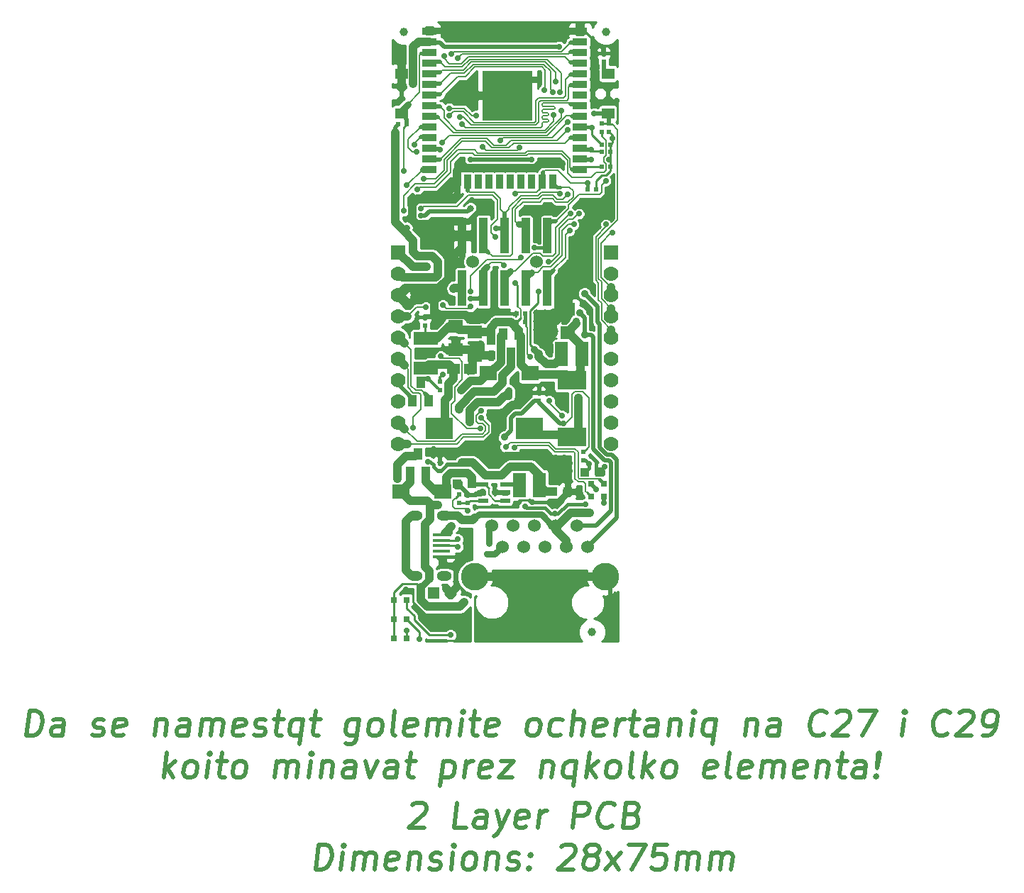
<source format=gbr>
G04 #@! TF.GenerationSoftware,KiCad,Pcbnew,6.0.0-rc1-unknown-0cca1c6~65~ubuntu16.04.1*
G04 #@! TF.CreationDate,2018-08-03T14:11:54+03:00*
G04 #@! TF.ProjectId,ESP32-PoE_Rev_B,45535033322D506F455F5265765F422E,B*
G04 #@! TF.SameCoordinates,Original*
G04 #@! TF.FileFunction,Copper,L1,Top,Mixed*
G04 #@! TF.FilePolarity,Positive*
%FSLAX46Y46*%
G04 Gerber Fmt 4.6, Leading zero omitted, Abs format (unit mm)*
G04 Created by KiCad (PCBNEW 6.0.0-rc1-unknown-0cca1c6~65~ubuntu16.04.1) date Fri Aug  3 14:11:54 2018*
%MOMM*%
%LPD*%
G01*
G04 APERTURE LIST*
G04 #@! TA.AperFunction,NonConductor*
%ADD10C,0.500000*%
G04 #@! TD*
G04 #@! TA.AperFunction,SMDPad,CuDef*
%ADD11R,1.500000X1.300000*%
G04 #@! TD*
G04 #@! TA.AperFunction,WasherPad*
%ADD12C,1.524000*%
G04 #@! TD*
G04 #@! TA.AperFunction,SMDPad,CuDef*
%ADD13R,1.000000X4.250000*%
G04 #@! TD*
G04 #@! TA.AperFunction,ComponentPad*
%ADD14C,1.300000*%
G04 #@! TD*
G04 #@! TA.AperFunction,ComponentPad*
%ADD15C,2.000000*%
G04 #@! TD*
G04 #@! TA.AperFunction,SMDPad,CuDef*
%ADD16R,6.000000X6.000000*%
G04 #@! TD*
G04 #@! TA.AperFunction,SMDPad,CuDef*
%ADD17R,1.700000X0.900000*%
G04 #@! TD*
G04 #@! TA.AperFunction,SMDPad,CuDef*
%ADD18R,0.900000X1.700000*%
G04 #@! TD*
G04 #@! TA.AperFunction,SMDPad,CuDef*
%ADD19R,1.000000X1.400000*%
G04 #@! TD*
G04 #@! TA.AperFunction,ComponentPad*
%ADD20C,0.800000*%
G04 #@! TD*
G04 #@! TA.AperFunction,ComponentPad*
%ADD21R,0.400000X0.400000*%
G04 #@! TD*
G04 #@! TA.AperFunction,ComponentPad*
%ADD22R,1.422400X1.422400*%
G04 #@! TD*
G04 #@! TA.AperFunction,SMDPad,CuDef*
%ADD23R,0.550000X0.500000*%
G04 #@! TD*
G04 #@! TA.AperFunction,SMDPad,CuDef*
%ADD24R,1.600000X3.000000*%
G04 #@! TD*
G04 #@! TA.AperFunction,SMDPad,CuDef*
%ADD25R,2.150000X0.325000*%
G04 #@! TD*
G04 #@! TA.AperFunction,SMDPad,CuDef*
%ADD26R,1.000000X1.100000*%
G04 #@! TD*
G04 #@! TA.AperFunction,ComponentPad*
%ADD27O,1.800000X1.200000*%
G04 #@! TD*
G04 #@! TA.AperFunction,SMDPad,CuDef*
%ADD28R,0.800000X0.800000*%
G04 #@! TD*
G04 #@! TA.AperFunction,SMDPad,CuDef*
%ADD29R,1.016000X1.016000*%
G04 #@! TD*
G04 #@! TA.AperFunction,ConnectorPad*
%ADD30C,1.000000*%
G04 #@! TD*
G04 #@! TA.AperFunction,SMDPad,CuDef*
%ADD31R,1.524000X1.270000*%
G04 #@! TD*
G04 #@! TA.AperFunction,ComponentPad*
%ADD32C,1.524000*%
G04 #@! TD*
G04 #@! TA.AperFunction,ComponentPad*
%ADD33C,3.300000*%
G04 #@! TD*
G04 #@! TA.AperFunction,SMDPad,CuDef*
%ADD34R,1.778000X1.524000*%
G04 #@! TD*
G04 #@! TA.AperFunction,SMDPad,CuDef*
%ADD35R,2.000000X1.700000*%
G04 #@! TD*
G04 #@! TA.AperFunction,SMDPad,CuDef*
%ADD36R,3.400000X2.200000*%
G04 #@! TD*
G04 #@! TA.AperFunction,SMDPad,CuDef*
%ADD37R,3.200000X2.500000*%
G04 #@! TD*
G04 #@! TA.AperFunction,SMDPad,CuDef*
%ADD38R,1.200000X0.550000*%
G04 #@! TD*
G04 #@! TA.AperFunction,ComponentPad*
%ADD39C,1.778000*%
G04 #@! TD*
G04 #@! TA.AperFunction,ComponentPad*
%ADD40R,1.778000X1.778000*%
G04 #@! TD*
G04 #@! TA.AperFunction,SMDPad,CuDef*
%ADD41R,0.500000X0.550000*%
G04 #@! TD*
G04 #@! TA.AperFunction,SMDPad,CuDef*
%ADD42R,3.000000X1.500000*%
G04 #@! TD*
G04 #@! TA.AperFunction,SMDPad,CuDef*
%ADD43R,1.500000X3.000000*%
G04 #@! TD*
G04 #@! TA.AperFunction,ComponentPad*
%ADD44R,1.400000X1.400000*%
G04 #@! TD*
G04 #@! TA.AperFunction,ComponentPad*
%ADD45C,1.400000*%
G04 #@! TD*
G04 #@! TA.AperFunction,ViaPad*
%ADD46C,0.900000*%
G04 #@! TD*
G04 #@! TA.AperFunction,ViaPad*
%ADD47C,0.700000*%
G04 #@! TD*
G04 #@! TA.AperFunction,ViaPad*
%ADD48C,0.800000*%
G04 #@! TD*
G04 #@! TA.AperFunction,Conductor*
%ADD49C,0.762000*%
G04 #@! TD*
G04 #@! TA.AperFunction,Conductor*
%ADD50C,1.016000*%
G04 #@! TD*
G04 #@! TA.AperFunction,Conductor*
%ADD51C,0.254000*%
G04 #@! TD*
G04 #@! TA.AperFunction,Conductor*
%ADD52C,0.508000*%
G04 #@! TD*
G04 #@! TA.AperFunction,Conductor*
%ADD53C,0.406400*%
G04 #@! TD*
G04 #@! TA.AperFunction,Conductor*
%ADD54C,0.304800*%
G04 #@! TD*
G04 #@! TA.AperFunction,Conductor*
%ADD55C,0.152400*%
G04 #@! TD*
G04 #@! TA.AperFunction,Conductor*
%ADD56C,0.203200*%
G04 #@! TD*
G04 APERTURE END LIST*
D10*
X47087039Y-180924342D02*
X47462039Y-177924342D01*
X48176325Y-177924342D01*
X48587039Y-178067200D01*
X48837039Y-178352914D01*
X48944182Y-178638628D01*
X49015610Y-179210057D01*
X48962039Y-179638628D01*
X48747753Y-180210057D01*
X48569182Y-180495771D01*
X48247753Y-180781485D01*
X47801325Y-180924342D01*
X47087039Y-180924342D01*
X51372753Y-180924342D02*
X51569182Y-179352914D01*
X51462039Y-179067200D01*
X51194182Y-178924342D01*
X50622753Y-178924342D01*
X50319182Y-179067200D01*
X51390610Y-180781485D02*
X51087039Y-180924342D01*
X50372753Y-180924342D01*
X50104896Y-180781485D01*
X49997753Y-180495771D01*
X50033467Y-180210057D01*
X50212039Y-179924342D01*
X50515610Y-179781485D01*
X51229896Y-179781485D01*
X51533467Y-179638628D01*
X54962039Y-180781485D02*
X55229896Y-180924342D01*
X55801325Y-180924342D01*
X56104896Y-180781485D01*
X56283467Y-180495771D01*
X56301325Y-180352914D01*
X56194182Y-180067200D01*
X55926325Y-179924342D01*
X55497753Y-179924342D01*
X55229896Y-179781485D01*
X55122753Y-179495771D01*
X55140610Y-179352914D01*
X55319182Y-179067200D01*
X55622753Y-178924342D01*
X56051325Y-178924342D01*
X56319182Y-179067200D01*
X58676325Y-180781485D02*
X58372753Y-180924342D01*
X57801325Y-180924342D01*
X57533467Y-180781485D01*
X57426325Y-180495771D01*
X57569182Y-179352914D01*
X57747753Y-179067200D01*
X58051325Y-178924342D01*
X58622753Y-178924342D01*
X58890610Y-179067200D01*
X58997753Y-179352914D01*
X58962039Y-179638628D01*
X57497753Y-179924342D01*
X62622753Y-178924342D02*
X62372753Y-180924342D01*
X62587039Y-179210057D02*
X62747753Y-179067200D01*
X63051325Y-178924342D01*
X63479896Y-178924342D01*
X63747753Y-179067200D01*
X63854896Y-179352914D01*
X63658467Y-180924342D01*
X66372753Y-180924342D02*
X66569182Y-179352914D01*
X66462039Y-179067200D01*
X66194182Y-178924342D01*
X65622753Y-178924342D01*
X65319182Y-179067200D01*
X66390610Y-180781485D02*
X66087039Y-180924342D01*
X65372753Y-180924342D01*
X65104896Y-180781485D01*
X64997753Y-180495771D01*
X65033467Y-180210057D01*
X65212039Y-179924342D01*
X65515610Y-179781485D01*
X66229896Y-179781485D01*
X66533467Y-179638628D01*
X67801325Y-180924342D02*
X68051325Y-178924342D01*
X68015610Y-179210057D02*
X68176325Y-179067200D01*
X68479896Y-178924342D01*
X68908467Y-178924342D01*
X69176325Y-179067200D01*
X69283467Y-179352914D01*
X69087039Y-180924342D01*
X69283467Y-179352914D02*
X69462039Y-179067200D01*
X69765610Y-178924342D01*
X70194182Y-178924342D01*
X70462039Y-179067200D01*
X70569182Y-179352914D01*
X70372753Y-180924342D01*
X72962039Y-180781485D02*
X72658467Y-180924342D01*
X72087039Y-180924342D01*
X71819182Y-180781485D01*
X71712039Y-180495771D01*
X71854896Y-179352914D01*
X72033467Y-179067200D01*
X72337039Y-178924342D01*
X72908467Y-178924342D01*
X73176325Y-179067200D01*
X73283467Y-179352914D01*
X73247753Y-179638628D01*
X71783467Y-179924342D01*
X74247753Y-180781485D02*
X74515610Y-180924342D01*
X75087039Y-180924342D01*
X75390610Y-180781485D01*
X75569182Y-180495771D01*
X75587039Y-180352914D01*
X75479896Y-180067200D01*
X75212039Y-179924342D01*
X74783467Y-179924342D01*
X74515610Y-179781485D01*
X74408467Y-179495771D01*
X74426325Y-179352914D01*
X74604896Y-179067200D01*
X74908467Y-178924342D01*
X75337039Y-178924342D01*
X75604896Y-179067200D01*
X76622753Y-178924342D02*
X77765610Y-178924342D01*
X77176325Y-177924342D02*
X76854896Y-180495771D01*
X76962039Y-180781485D01*
X77229896Y-180924342D01*
X77515610Y-180924342D01*
X80051325Y-178924342D02*
X79676325Y-181924342D01*
X79819182Y-180781485D02*
X79515610Y-180924342D01*
X78944182Y-180924342D01*
X78676325Y-180781485D01*
X78551325Y-180638628D01*
X78444182Y-180352914D01*
X78551325Y-179495771D01*
X78729896Y-179210057D01*
X78890610Y-179067200D01*
X79194182Y-178924342D01*
X79765610Y-178924342D01*
X80033467Y-179067200D01*
X81051325Y-178924342D02*
X82194182Y-178924342D01*
X81604896Y-177924342D02*
X81283467Y-180495771D01*
X81390610Y-180781485D01*
X81658467Y-180924342D01*
X81944182Y-180924342D01*
X86765610Y-178924342D02*
X86462039Y-181352914D01*
X86283467Y-181638628D01*
X86122753Y-181781485D01*
X85819182Y-181924342D01*
X85390610Y-181924342D01*
X85122753Y-181781485D01*
X86533467Y-180781485D02*
X86229896Y-180924342D01*
X85658467Y-180924342D01*
X85390610Y-180781485D01*
X85265610Y-180638628D01*
X85158467Y-180352914D01*
X85265610Y-179495771D01*
X85444182Y-179210057D01*
X85604896Y-179067200D01*
X85908467Y-178924342D01*
X86479896Y-178924342D01*
X86747753Y-179067200D01*
X88372753Y-180924342D02*
X88104896Y-180781485D01*
X87979896Y-180638628D01*
X87872753Y-180352914D01*
X87979896Y-179495771D01*
X88158467Y-179210057D01*
X88319182Y-179067200D01*
X88622753Y-178924342D01*
X89051325Y-178924342D01*
X89319182Y-179067200D01*
X89444182Y-179210057D01*
X89551325Y-179495771D01*
X89444182Y-180352914D01*
X89265610Y-180638628D01*
X89104896Y-180781485D01*
X88801325Y-180924342D01*
X88372753Y-180924342D01*
X91087039Y-180924342D02*
X90819182Y-180781485D01*
X90712039Y-180495771D01*
X91033467Y-177924342D01*
X93390610Y-180781485D02*
X93087039Y-180924342D01*
X92515610Y-180924342D01*
X92247753Y-180781485D01*
X92140610Y-180495771D01*
X92283467Y-179352914D01*
X92462039Y-179067200D01*
X92765610Y-178924342D01*
X93337039Y-178924342D01*
X93604896Y-179067200D01*
X93712039Y-179352914D01*
X93676325Y-179638628D01*
X92212039Y-179924342D01*
X94801325Y-180924342D02*
X95051325Y-178924342D01*
X95015610Y-179210057D02*
X95176325Y-179067200D01*
X95479896Y-178924342D01*
X95908467Y-178924342D01*
X96176325Y-179067200D01*
X96283467Y-179352914D01*
X96087039Y-180924342D01*
X96283467Y-179352914D02*
X96462039Y-179067200D01*
X96765610Y-178924342D01*
X97194182Y-178924342D01*
X97462039Y-179067200D01*
X97569182Y-179352914D01*
X97372753Y-180924342D01*
X98801325Y-180924342D02*
X99051325Y-178924342D01*
X99176325Y-177924342D02*
X99015610Y-178067200D01*
X99140610Y-178210057D01*
X99301325Y-178067200D01*
X99176325Y-177924342D01*
X99140610Y-178210057D01*
X100051325Y-178924342D02*
X101194182Y-178924342D01*
X100604896Y-177924342D02*
X100283467Y-180495771D01*
X100390610Y-180781485D01*
X100658467Y-180924342D01*
X100944182Y-180924342D01*
X103104896Y-180781485D02*
X102801325Y-180924342D01*
X102229896Y-180924342D01*
X101962039Y-180781485D01*
X101854896Y-180495771D01*
X101997753Y-179352914D01*
X102176325Y-179067200D01*
X102479896Y-178924342D01*
X103051325Y-178924342D01*
X103319182Y-179067200D01*
X103426325Y-179352914D01*
X103390610Y-179638628D01*
X101926325Y-179924342D01*
X107229896Y-180924342D02*
X106962039Y-180781485D01*
X106837039Y-180638628D01*
X106729896Y-180352914D01*
X106837039Y-179495771D01*
X107015610Y-179210057D01*
X107176325Y-179067200D01*
X107479896Y-178924342D01*
X107908467Y-178924342D01*
X108176325Y-179067200D01*
X108301325Y-179210057D01*
X108408467Y-179495771D01*
X108301325Y-180352914D01*
X108122753Y-180638628D01*
X107962039Y-180781485D01*
X107658467Y-180924342D01*
X107229896Y-180924342D01*
X110819182Y-180781485D02*
X110515610Y-180924342D01*
X109944182Y-180924342D01*
X109676325Y-180781485D01*
X109551325Y-180638628D01*
X109444182Y-180352914D01*
X109551325Y-179495771D01*
X109729896Y-179210057D01*
X109890610Y-179067200D01*
X110194182Y-178924342D01*
X110765610Y-178924342D01*
X111033467Y-179067200D01*
X112087039Y-180924342D02*
X112462039Y-177924342D01*
X113372753Y-180924342D02*
X113569182Y-179352914D01*
X113462039Y-179067200D01*
X113194182Y-178924342D01*
X112765610Y-178924342D01*
X112462039Y-179067200D01*
X112301325Y-179210057D01*
X115962039Y-180781485D02*
X115658467Y-180924342D01*
X115087039Y-180924342D01*
X114819182Y-180781485D01*
X114712039Y-180495771D01*
X114854896Y-179352914D01*
X115033467Y-179067200D01*
X115337039Y-178924342D01*
X115908467Y-178924342D01*
X116176325Y-179067200D01*
X116283467Y-179352914D01*
X116247753Y-179638628D01*
X114783467Y-179924342D01*
X117372753Y-180924342D02*
X117622753Y-178924342D01*
X117551325Y-179495771D02*
X117729896Y-179210057D01*
X117890610Y-179067200D01*
X118194182Y-178924342D01*
X118479896Y-178924342D01*
X119051325Y-178924342D02*
X120194182Y-178924342D01*
X119604896Y-177924342D02*
X119283467Y-180495771D01*
X119390610Y-180781485D01*
X119658467Y-180924342D01*
X119944182Y-180924342D01*
X122229896Y-180924342D02*
X122426325Y-179352914D01*
X122319182Y-179067200D01*
X122051325Y-178924342D01*
X121479896Y-178924342D01*
X121176325Y-179067200D01*
X122247753Y-180781485D02*
X121944182Y-180924342D01*
X121229896Y-180924342D01*
X120962039Y-180781485D01*
X120854896Y-180495771D01*
X120890610Y-180210057D01*
X121069182Y-179924342D01*
X121372753Y-179781485D01*
X122087039Y-179781485D01*
X122390610Y-179638628D01*
X123908467Y-178924342D02*
X123658467Y-180924342D01*
X123872753Y-179210057D02*
X124033467Y-179067200D01*
X124337039Y-178924342D01*
X124765610Y-178924342D01*
X125033467Y-179067200D01*
X125140610Y-179352914D01*
X124944182Y-180924342D01*
X126372753Y-180924342D02*
X126622753Y-178924342D01*
X126747753Y-177924342D02*
X126587039Y-178067200D01*
X126712039Y-178210057D01*
X126872753Y-178067200D01*
X126747753Y-177924342D01*
X126712039Y-178210057D01*
X129337039Y-178924342D02*
X128962039Y-181924342D01*
X129104896Y-180781485D02*
X128801325Y-180924342D01*
X128229896Y-180924342D01*
X127962039Y-180781485D01*
X127837039Y-180638628D01*
X127729896Y-180352914D01*
X127837039Y-179495771D01*
X128015610Y-179210057D01*
X128176325Y-179067200D01*
X128479896Y-178924342D01*
X129051325Y-178924342D01*
X129319182Y-179067200D01*
X133051325Y-178924342D02*
X132801325Y-180924342D01*
X133015610Y-179210057D02*
X133176325Y-179067200D01*
X133479896Y-178924342D01*
X133908467Y-178924342D01*
X134176325Y-179067200D01*
X134283467Y-179352914D01*
X134087039Y-180924342D01*
X136801325Y-180924342D02*
X136997753Y-179352914D01*
X136890610Y-179067200D01*
X136622753Y-178924342D01*
X136051325Y-178924342D01*
X135747753Y-179067200D01*
X136819182Y-180781485D02*
X136515610Y-180924342D01*
X135801325Y-180924342D01*
X135533467Y-180781485D01*
X135426325Y-180495771D01*
X135462039Y-180210057D01*
X135640610Y-179924342D01*
X135944182Y-179781485D01*
X136658467Y-179781485D01*
X136962039Y-179638628D01*
X142265610Y-180638628D02*
X142104896Y-180781485D01*
X141658467Y-180924342D01*
X141372753Y-180924342D01*
X140962039Y-180781485D01*
X140712039Y-180495771D01*
X140604896Y-180210057D01*
X140533467Y-179638628D01*
X140587039Y-179210057D01*
X140801325Y-178638628D01*
X140979896Y-178352914D01*
X141301325Y-178067200D01*
X141747753Y-177924342D01*
X142033467Y-177924342D01*
X142444182Y-178067200D01*
X142569182Y-178210057D01*
X143712039Y-178210057D02*
X143872753Y-178067200D01*
X144176325Y-177924342D01*
X144890610Y-177924342D01*
X145158467Y-178067200D01*
X145283467Y-178210057D01*
X145390610Y-178495771D01*
X145354896Y-178781485D01*
X145158467Y-179210057D01*
X143229896Y-180924342D01*
X145087039Y-180924342D01*
X146462039Y-177924342D02*
X148462039Y-177924342D01*
X146801325Y-180924342D01*
X151515610Y-180924342D02*
X151765610Y-178924342D01*
X151890610Y-177924342D02*
X151729896Y-178067200D01*
X151854896Y-178210057D01*
X152015610Y-178067200D01*
X151890610Y-177924342D01*
X151854896Y-178210057D01*
X156979896Y-180638628D02*
X156819182Y-180781485D01*
X156372753Y-180924342D01*
X156087039Y-180924342D01*
X155676325Y-180781485D01*
X155426325Y-180495771D01*
X155319182Y-180210057D01*
X155247753Y-179638628D01*
X155301325Y-179210057D01*
X155515610Y-178638628D01*
X155694182Y-178352914D01*
X156015610Y-178067200D01*
X156462039Y-177924342D01*
X156747753Y-177924342D01*
X157158467Y-178067200D01*
X157283467Y-178210057D01*
X158426325Y-178210057D02*
X158587039Y-178067200D01*
X158890610Y-177924342D01*
X159604896Y-177924342D01*
X159872753Y-178067200D01*
X159997753Y-178210057D01*
X160104896Y-178495771D01*
X160069182Y-178781485D01*
X159872753Y-179210057D01*
X157944182Y-180924342D01*
X159801325Y-180924342D01*
X161229896Y-180924342D02*
X161801325Y-180924342D01*
X162104896Y-180781485D01*
X162265610Y-180638628D01*
X162604896Y-180210057D01*
X162819182Y-179638628D01*
X162962039Y-178495771D01*
X162854896Y-178210057D01*
X162729896Y-178067200D01*
X162462039Y-177924342D01*
X161890610Y-177924342D01*
X161587039Y-178067200D01*
X161426325Y-178210057D01*
X161247753Y-178495771D01*
X161158467Y-179210057D01*
X161265610Y-179495771D01*
X161390610Y-179638628D01*
X161658467Y-179781485D01*
X162229896Y-179781485D01*
X162533467Y-179638628D01*
X162694182Y-179495771D01*
X162872753Y-179210057D01*
X63444182Y-185924342D02*
X63819182Y-182924342D01*
X63872753Y-184781485D02*
X64587039Y-185924342D01*
X64837039Y-183924342D02*
X63551324Y-185067200D01*
X66301324Y-185924342D02*
X66033467Y-185781485D01*
X65908467Y-185638628D01*
X65801324Y-185352914D01*
X65908467Y-184495771D01*
X66087039Y-184210057D01*
X66247753Y-184067200D01*
X66551324Y-183924342D01*
X66979896Y-183924342D01*
X67247753Y-184067200D01*
X67372753Y-184210057D01*
X67479896Y-184495771D01*
X67372753Y-185352914D01*
X67194182Y-185638628D01*
X67033467Y-185781485D01*
X66729896Y-185924342D01*
X66301324Y-185924342D01*
X68587039Y-185924342D02*
X68837039Y-183924342D01*
X68962039Y-182924342D02*
X68801324Y-183067200D01*
X68926324Y-183210057D01*
X69087039Y-183067200D01*
X68962039Y-182924342D01*
X68926324Y-183210057D01*
X69837039Y-183924342D02*
X70979896Y-183924342D01*
X70390610Y-182924342D02*
X70069182Y-185495771D01*
X70176324Y-185781485D01*
X70444182Y-185924342D01*
X70729896Y-185924342D01*
X72158467Y-185924342D02*
X71890610Y-185781485D01*
X71765610Y-185638628D01*
X71658467Y-185352914D01*
X71765610Y-184495771D01*
X71944182Y-184210057D01*
X72104896Y-184067200D01*
X72408467Y-183924342D01*
X72837039Y-183924342D01*
X73104896Y-184067200D01*
X73229896Y-184210057D01*
X73337039Y-184495771D01*
X73229896Y-185352914D01*
X73051324Y-185638628D01*
X72890610Y-185781485D01*
X72587039Y-185924342D01*
X72158467Y-185924342D01*
X76729896Y-185924342D02*
X76979896Y-183924342D01*
X76944182Y-184210057D02*
X77104896Y-184067200D01*
X77408467Y-183924342D01*
X77837039Y-183924342D01*
X78104896Y-184067200D01*
X78212039Y-184352914D01*
X78015610Y-185924342D01*
X78212039Y-184352914D02*
X78390610Y-184067200D01*
X78694182Y-183924342D01*
X79122753Y-183924342D01*
X79390610Y-184067200D01*
X79497753Y-184352914D01*
X79301324Y-185924342D01*
X80729896Y-185924342D02*
X80979896Y-183924342D01*
X81104896Y-182924342D02*
X80944182Y-183067200D01*
X81069182Y-183210057D01*
X81229896Y-183067200D01*
X81104896Y-182924342D01*
X81069182Y-183210057D01*
X82408467Y-183924342D02*
X82158467Y-185924342D01*
X82372753Y-184210057D02*
X82533467Y-184067200D01*
X82837039Y-183924342D01*
X83265610Y-183924342D01*
X83533467Y-184067200D01*
X83640610Y-184352914D01*
X83444182Y-185924342D01*
X86158467Y-185924342D02*
X86354896Y-184352914D01*
X86247753Y-184067200D01*
X85979896Y-183924342D01*
X85408467Y-183924342D01*
X85104896Y-184067200D01*
X86176324Y-185781485D02*
X85872753Y-185924342D01*
X85158467Y-185924342D01*
X84890610Y-185781485D01*
X84783467Y-185495771D01*
X84819182Y-185210057D01*
X84997753Y-184924342D01*
X85301324Y-184781485D01*
X86015610Y-184781485D01*
X86319182Y-184638628D01*
X87551324Y-183924342D02*
X88015610Y-185924342D01*
X88979896Y-183924342D01*
X91158467Y-185924342D02*
X91354896Y-184352914D01*
X91247753Y-184067200D01*
X90979896Y-183924342D01*
X90408467Y-183924342D01*
X90104896Y-184067200D01*
X91176324Y-185781485D02*
X90872753Y-185924342D01*
X90158467Y-185924342D01*
X89890610Y-185781485D01*
X89783467Y-185495771D01*
X89819182Y-185210057D01*
X89997753Y-184924342D01*
X90301324Y-184781485D01*
X91015610Y-184781485D01*
X91319182Y-184638628D01*
X92408467Y-183924342D02*
X93551324Y-183924342D01*
X92962039Y-182924342D02*
X92640610Y-185495771D01*
X92747753Y-185781485D01*
X93015610Y-185924342D01*
X93301324Y-185924342D01*
X96837039Y-183924342D02*
X96462039Y-186924342D01*
X96819182Y-184067200D02*
X97122753Y-183924342D01*
X97694182Y-183924342D01*
X97962039Y-184067200D01*
X98087039Y-184210057D01*
X98194182Y-184495771D01*
X98087039Y-185352914D01*
X97908467Y-185638628D01*
X97747753Y-185781485D01*
X97444182Y-185924342D01*
X96872753Y-185924342D01*
X96604896Y-185781485D01*
X99301324Y-185924342D02*
X99551324Y-183924342D01*
X99479896Y-184495771D02*
X99658467Y-184210057D01*
X99819182Y-184067200D01*
X100122753Y-183924342D01*
X100408467Y-183924342D01*
X102319182Y-185781485D02*
X102015610Y-185924342D01*
X101444182Y-185924342D01*
X101176324Y-185781485D01*
X101069182Y-185495771D01*
X101212039Y-184352914D01*
X101390610Y-184067200D01*
X101694182Y-183924342D01*
X102265610Y-183924342D01*
X102533467Y-184067200D01*
X102640610Y-184352914D01*
X102604896Y-184638628D01*
X101140610Y-184924342D01*
X103694182Y-183924342D02*
X105265610Y-183924342D01*
X103444182Y-185924342D01*
X105015610Y-185924342D01*
X108694182Y-183924342D02*
X108444182Y-185924342D01*
X108658467Y-184210057D02*
X108819182Y-184067200D01*
X109122753Y-183924342D01*
X109551324Y-183924342D01*
X109819182Y-184067200D01*
X109926324Y-184352914D01*
X109729896Y-185924342D01*
X112694182Y-183924342D02*
X112319182Y-186924342D01*
X112462039Y-185781485D02*
X112158467Y-185924342D01*
X111587039Y-185924342D01*
X111319182Y-185781485D01*
X111194182Y-185638628D01*
X111087039Y-185352914D01*
X111194182Y-184495771D01*
X111372753Y-184210057D01*
X111533467Y-184067200D01*
X111837039Y-183924342D01*
X112408467Y-183924342D01*
X112676324Y-184067200D01*
X113872753Y-185924342D02*
X114247753Y-182924342D01*
X114301324Y-184781485D02*
X115015610Y-185924342D01*
X115265610Y-183924342D02*
X113979896Y-185067200D01*
X116729896Y-185924342D02*
X116462039Y-185781485D01*
X116337039Y-185638628D01*
X116229896Y-185352914D01*
X116337039Y-184495771D01*
X116515610Y-184210057D01*
X116676324Y-184067200D01*
X116979896Y-183924342D01*
X117408467Y-183924342D01*
X117676324Y-184067200D01*
X117801324Y-184210057D01*
X117908467Y-184495771D01*
X117801324Y-185352914D01*
X117622753Y-185638628D01*
X117462039Y-185781485D01*
X117158467Y-185924342D01*
X116729896Y-185924342D01*
X119444182Y-185924342D02*
X119176324Y-185781485D01*
X119069182Y-185495771D01*
X119390610Y-182924342D01*
X120587039Y-185924342D02*
X120962039Y-182924342D01*
X121015610Y-184781485D02*
X121729896Y-185924342D01*
X121979896Y-183924342D02*
X120694182Y-185067200D01*
X123444182Y-185924342D02*
X123176324Y-185781485D01*
X123051324Y-185638628D01*
X122944182Y-185352914D01*
X123051325Y-184495771D01*
X123229896Y-184210057D01*
X123390610Y-184067200D01*
X123694182Y-183924342D01*
X124122753Y-183924342D01*
X124390610Y-184067200D01*
X124515610Y-184210057D01*
X124622753Y-184495771D01*
X124515610Y-185352914D01*
X124337039Y-185638628D01*
X124176324Y-185781485D01*
X123872753Y-185924342D01*
X123444182Y-185924342D01*
X129176324Y-185781485D02*
X128872753Y-185924342D01*
X128301324Y-185924342D01*
X128033467Y-185781485D01*
X127926325Y-185495771D01*
X128069182Y-184352914D01*
X128247753Y-184067200D01*
X128551324Y-183924342D01*
X129122753Y-183924342D01*
X129390610Y-184067200D01*
X129497753Y-184352914D01*
X129462039Y-184638628D01*
X127997753Y-184924342D01*
X131015610Y-185924342D02*
X130747753Y-185781485D01*
X130640610Y-185495771D01*
X130962039Y-182924342D01*
X133319182Y-185781485D02*
X133015610Y-185924342D01*
X132444182Y-185924342D01*
X132176324Y-185781485D01*
X132069182Y-185495771D01*
X132212039Y-184352914D01*
X132390610Y-184067200D01*
X132694182Y-183924342D01*
X133265610Y-183924342D01*
X133533467Y-184067200D01*
X133640610Y-184352914D01*
X133604896Y-184638628D01*
X132140610Y-184924342D01*
X134729896Y-185924342D02*
X134979896Y-183924342D01*
X134944182Y-184210057D02*
X135104896Y-184067200D01*
X135408467Y-183924342D01*
X135837039Y-183924342D01*
X136104896Y-184067200D01*
X136212039Y-184352914D01*
X136015610Y-185924342D01*
X136212039Y-184352914D02*
X136390610Y-184067200D01*
X136694182Y-183924342D01*
X137122753Y-183924342D01*
X137390610Y-184067200D01*
X137497753Y-184352914D01*
X137301324Y-185924342D01*
X139890610Y-185781485D02*
X139587039Y-185924342D01*
X139015610Y-185924342D01*
X138747753Y-185781485D01*
X138640610Y-185495771D01*
X138783467Y-184352914D01*
X138962039Y-184067200D01*
X139265610Y-183924342D01*
X139837039Y-183924342D01*
X140104896Y-184067200D01*
X140212039Y-184352914D01*
X140176324Y-184638628D01*
X138712039Y-184924342D01*
X141551324Y-183924342D02*
X141301324Y-185924342D01*
X141515610Y-184210057D02*
X141676324Y-184067200D01*
X141979896Y-183924342D01*
X142408467Y-183924342D01*
X142676324Y-184067200D01*
X142783467Y-184352914D01*
X142587039Y-185924342D01*
X143837039Y-183924342D02*
X144979896Y-183924342D01*
X144390610Y-182924342D02*
X144069182Y-185495771D01*
X144176324Y-185781485D01*
X144444182Y-185924342D01*
X144729896Y-185924342D01*
X147015610Y-185924342D02*
X147212039Y-184352914D01*
X147104896Y-184067200D01*
X146837039Y-183924342D01*
X146265610Y-183924342D01*
X145962039Y-184067200D01*
X147033467Y-185781485D02*
X146729896Y-185924342D01*
X146015610Y-185924342D01*
X145747753Y-185781485D01*
X145640610Y-185495771D01*
X145676324Y-185210057D01*
X145854896Y-184924342D01*
X146158467Y-184781485D01*
X146872753Y-184781485D01*
X147176324Y-184638628D01*
X148479896Y-185638628D02*
X148604896Y-185781485D01*
X148444182Y-185924342D01*
X148319182Y-185781485D01*
X148479896Y-185638628D01*
X148444182Y-185924342D01*
X148587039Y-184781485D02*
X148658467Y-183067200D01*
X148819182Y-182924342D01*
X148944182Y-183067200D01*
X148587039Y-184781485D01*
X148819182Y-182924342D01*
X93143839Y-189182857D02*
X93304553Y-189040000D01*
X93608125Y-188897142D01*
X94322410Y-188897142D01*
X94590267Y-189040000D01*
X94715267Y-189182857D01*
X94822410Y-189468571D01*
X94786696Y-189754285D01*
X94590267Y-190182857D01*
X92661696Y-191897142D01*
X94518839Y-191897142D01*
X99518839Y-191897142D02*
X98090267Y-191897142D01*
X98465267Y-188897142D01*
X101804553Y-191897142D02*
X102000982Y-190325714D01*
X101893839Y-190040000D01*
X101625982Y-189897142D01*
X101054553Y-189897142D01*
X100750982Y-190040000D01*
X101822410Y-191754285D02*
X101518839Y-191897142D01*
X100804553Y-191897142D01*
X100536696Y-191754285D01*
X100429553Y-191468571D01*
X100465267Y-191182857D01*
X100643839Y-190897142D01*
X100947410Y-190754285D01*
X101661696Y-190754285D01*
X101965267Y-190611428D01*
X103197410Y-189897142D02*
X103661696Y-191897142D01*
X104625982Y-189897142D02*
X103661696Y-191897142D01*
X103286696Y-192611428D01*
X103125982Y-192754285D01*
X102822410Y-192897142D01*
X106679553Y-191754285D02*
X106375982Y-191897142D01*
X105804553Y-191897142D01*
X105536696Y-191754285D01*
X105429553Y-191468571D01*
X105572410Y-190325714D01*
X105750982Y-190040000D01*
X106054553Y-189897142D01*
X106625982Y-189897142D01*
X106893839Y-190040000D01*
X107000982Y-190325714D01*
X106965267Y-190611428D01*
X105500982Y-190897142D01*
X108090267Y-191897142D02*
X108340267Y-189897142D01*
X108268839Y-190468571D02*
X108447410Y-190182857D01*
X108608125Y-190040000D01*
X108911696Y-189897142D01*
X109197410Y-189897142D01*
X112233125Y-191897142D02*
X112608125Y-188897142D01*
X113750982Y-188897142D01*
X114018839Y-189040000D01*
X114143839Y-189182857D01*
X114250982Y-189468571D01*
X114197410Y-189897142D01*
X114018839Y-190182857D01*
X113858125Y-190325714D01*
X113554553Y-190468571D01*
X112411696Y-190468571D01*
X116983125Y-191611428D02*
X116822410Y-191754285D01*
X116375982Y-191897142D01*
X116090267Y-191897142D01*
X115679553Y-191754285D01*
X115429553Y-191468571D01*
X115322410Y-191182857D01*
X115250982Y-190611428D01*
X115304553Y-190182857D01*
X115518839Y-189611428D01*
X115697410Y-189325714D01*
X116018839Y-189040000D01*
X116465267Y-188897142D01*
X116750982Y-188897142D01*
X117161696Y-189040000D01*
X117286696Y-189182857D01*
X119429553Y-190325714D02*
X119840267Y-190468571D01*
X119965267Y-190611428D01*
X120072410Y-190897142D01*
X120018839Y-191325714D01*
X119840267Y-191611428D01*
X119679553Y-191754285D01*
X119375982Y-191897142D01*
X118233125Y-191897142D01*
X118608125Y-188897142D01*
X119608125Y-188897142D01*
X119875982Y-189040000D01*
X120000982Y-189182857D01*
X120108125Y-189468571D01*
X120072410Y-189754285D01*
X119893839Y-190040000D01*
X119733125Y-190182857D01*
X119429553Y-190325714D01*
X118429553Y-190325714D01*
X81590267Y-196897142D02*
X81965267Y-193897142D01*
X82679553Y-193897142D01*
X83090267Y-194040000D01*
X83340267Y-194325714D01*
X83447410Y-194611428D01*
X83518839Y-195182857D01*
X83465267Y-195611428D01*
X83250982Y-196182857D01*
X83072410Y-196468571D01*
X82750982Y-196754285D01*
X82304553Y-196897142D01*
X81590267Y-196897142D01*
X84590267Y-196897142D02*
X84840267Y-194897142D01*
X84965267Y-193897142D02*
X84804553Y-194040000D01*
X84929553Y-194182857D01*
X85090267Y-194040000D01*
X84965267Y-193897142D01*
X84929553Y-194182857D01*
X86018839Y-196897142D02*
X86268839Y-194897142D01*
X86233125Y-195182857D02*
X86393839Y-195040000D01*
X86697410Y-194897142D01*
X87125982Y-194897142D01*
X87393839Y-195040000D01*
X87500982Y-195325714D01*
X87304553Y-196897142D01*
X87500982Y-195325714D02*
X87679553Y-195040000D01*
X87983125Y-194897142D01*
X88411696Y-194897142D01*
X88679553Y-195040000D01*
X88786696Y-195325714D01*
X88590267Y-196897142D01*
X91179553Y-196754285D02*
X90875982Y-196897142D01*
X90304553Y-196897142D01*
X90036696Y-196754285D01*
X89929553Y-196468571D01*
X90072410Y-195325714D01*
X90250982Y-195040000D01*
X90554553Y-194897142D01*
X91125982Y-194897142D01*
X91393839Y-195040000D01*
X91500982Y-195325714D01*
X91465267Y-195611428D01*
X90000982Y-195897142D01*
X92840267Y-194897142D02*
X92590267Y-196897142D01*
X92804553Y-195182857D02*
X92965267Y-195040000D01*
X93268839Y-194897142D01*
X93697410Y-194897142D01*
X93965267Y-195040000D01*
X94072410Y-195325714D01*
X93875982Y-196897142D01*
X95179553Y-196754285D02*
X95447410Y-196897142D01*
X96018839Y-196897142D01*
X96322410Y-196754285D01*
X96500982Y-196468571D01*
X96518839Y-196325714D01*
X96411696Y-196040000D01*
X96143839Y-195897142D01*
X95715267Y-195897142D01*
X95447410Y-195754285D01*
X95340267Y-195468571D01*
X95358125Y-195325714D01*
X95536696Y-195040000D01*
X95840267Y-194897142D01*
X96268839Y-194897142D01*
X96536696Y-195040000D01*
X97733125Y-196897142D02*
X97983125Y-194897142D01*
X98108125Y-193897142D02*
X97947410Y-194040000D01*
X98072410Y-194182857D01*
X98233125Y-194040000D01*
X98108125Y-193897142D01*
X98072410Y-194182857D01*
X99590267Y-196897142D02*
X99322410Y-196754285D01*
X99197410Y-196611428D01*
X99090267Y-196325714D01*
X99197410Y-195468571D01*
X99375982Y-195182857D01*
X99536696Y-195040000D01*
X99840267Y-194897142D01*
X100268839Y-194897142D01*
X100536696Y-195040000D01*
X100661696Y-195182857D01*
X100768839Y-195468571D01*
X100661696Y-196325714D01*
X100483125Y-196611428D01*
X100322410Y-196754285D01*
X100018839Y-196897142D01*
X99590267Y-196897142D01*
X102125982Y-194897142D02*
X101875982Y-196897142D01*
X102090267Y-195182857D02*
X102250982Y-195040000D01*
X102554553Y-194897142D01*
X102983125Y-194897142D01*
X103250982Y-195040000D01*
X103358125Y-195325714D01*
X103161696Y-196897142D01*
X104465267Y-196754285D02*
X104733125Y-196897142D01*
X105304553Y-196897142D01*
X105608125Y-196754285D01*
X105786696Y-196468571D01*
X105804553Y-196325714D01*
X105697410Y-196040000D01*
X105429553Y-195897142D01*
X105000982Y-195897142D01*
X104733125Y-195754285D01*
X104625982Y-195468571D01*
X104643839Y-195325714D01*
X104822410Y-195040000D01*
X105125982Y-194897142D01*
X105554553Y-194897142D01*
X105822410Y-195040000D01*
X107054553Y-196611428D02*
X107179553Y-196754285D01*
X107018839Y-196897142D01*
X106893839Y-196754285D01*
X107054553Y-196611428D01*
X107018839Y-196897142D01*
X107250982Y-195040000D02*
X107375982Y-195182857D01*
X107215267Y-195325714D01*
X107090267Y-195182857D01*
X107250982Y-195040000D01*
X107215267Y-195325714D01*
X110929553Y-194182857D02*
X111090267Y-194040000D01*
X111393839Y-193897142D01*
X112108125Y-193897142D01*
X112375982Y-194040000D01*
X112500982Y-194182857D01*
X112608125Y-194468571D01*
X112572410Y-194754285D01*
X112375982Y-195182857D01*
X110447410Y-196897142D01*
X112304553Y-196897142D01*
X114233125Y-195182857D02*
X113965267Y-195040000D01*
X113840267Y-194897142D01*
X113733125Y-194611428D01*
X113750982Y-194468571D01*
X113929553Y-194182857D01*
X114090267Y-194040000D01*
X114393839Y-193897142D01*
X114965267Y-193897142D01*
X115233125Y-194040000D01*
X115358125Y-194182857D01*
X115465267Y-194468571D01*
X115447410Y-194611428D01*
X115268839Y-194897142D01*
X115108125Y-195040000D01*
X114804553Y-195182857D01*
X114233125Y-195182857D01*
X113929553Y-195325714D01*
X113768839Y-195468571D01*
X113590267Y-195754285D01*
X113518839Y-196325714D01*
X113625982Y-196611428D01*
X113750982Y-196754285D01*
X114018839Y-196897142D01*
X114590267Y-196897142D01*
X114893839Y-196754285D01*
X115054553Y-196611428D01*
X115233125Y-196325714D01*
X115304553Y-195754285D01*
X115197410Y-195468571D01*
X115072410Y-195325714D01*
X114804553Y-195182857D01*
X116161696Y-196897142D02*
X117983125Y-194897142D01*
X116411696Y-194897142D02*
X117733125Y-196897142D01*
X118965267Y-193897142D02*
X120965267Y-193897142D01*
X119304553Y-196897142D01*
X123536696Y-193897142D02*
X122108125Y-193897142D01*
X121786696Y-195325714D01*
X121947410Y-195182857D01*
X122250982Y-195040000D01*
X122965267Y-195040000D01*
X123233125Y-195182857D01*
X123358125Y-195325714D01*
X123465267Y-195611428D01*
X123375982Y-196325714D01*
X123197410Y-196611428D01*
X123036696Y-196754285D01*
X122733125Y-196897142D01*
X122018839Y-196897142D01*
X121750982Y-196754285D01*
X121625982Y-196611428D01*
X124590267Y-196897142D02*
X124840267Y-194897142D01*
X124804553Y-195182857D02*
X124965267Y-195040000D01*
X125268839Y-194897142D01*
X125697410Y-194897142D01*
X125965267Y-195040000D01*
X126072410Y-195325714D01*
X125875982Y-196897142D01*
X126072410Y-195325714D02*
X126250982Y-195040000D01*
X126554553Y-194897142D01*
X126983125Y-194897142D01*
X127250982Y-195040000D01*
X127358125Y-195325714D01*
X127161696Y-196897142D01*
X128590267Y-196897142D02*
X128840267Y-194897142D01*
X128804553Y-195182857D02*
X128965267Y-195040000D01*
X129268839Y-194897142D01*
X129697410Y-194897142D01*
X129965267Y-195040000D01*
X130072410Y-195325714D01*
X129875982Y-196897142D01*
X130072410Y-195325714D02*
X130250982Y-195040000D01*
X130554553Y-194897142D01*
X130983125Y-194897142D01*
X131250982Y-195040000D01*
X131358125Y-195325714D01*
X131161696Y-196897142D01*
D11*
G04 #@! TO.P,BUT1,2*
G04 #@! TO.N,Net-(BUT1-Pad2)*
X116459000Y-101890000D03*
G04 #@! TO.P,BUT1,1*
G04 #@! TO.N,/GPI34/BUT1*
X116459000Y-106644000D03*
G04 #@! TD*
G04 #@! TO.P,RST1,1*
G04 #@! TO.N,/ESP_EN*
X91821000Y-106644000D03*
G04 #@! TO.P,RST1,2*
G04 #@! TO.N,GND*
X91821000Y-101890000D03*
G04 #@! TD*
D12*
G04 #@! TO.P,UEXT1,*
G04 #@! TO.N,*
X100330000Y-124333000D03*
D13*
G04 #@! TO.P,UEXT1,10*
G04 #@! TO.N,/GPIO5/SPI_CS*
X109220000Y-121208000D03*
G04 #@! TO.P,UEXT1,9*
G04 #@! TO.N,/GPIO14/HS2_CLK*
X109220000Y-127458000D03*
G04 #@! TO.P,UEXT1,8*
G04 #@! TO.N,/GPIO2/HS2_DATA0*
X106680000Y-121208000D03*
G04 #@! TO.P,UEXT1,7*
G04 #@! TO.N,/GPIO15/HS2_CMD*
X106680000Y-127458000D03*
G04 #@! TO.P,UEXT1,6*
G04 #@! TO.N,/GPIO13/I2C-SDA*
X104140000Y-121208000D03*
G04 #@! TO.P,UEXT1,5*
G04 #@! TO.N,/GPIO16/I2C-SCL*
X104140000Y-127458000D03*
G04 #@! TO.P,UEXT1,4*
G04 #@! TO.N,Net-(D4-Pad1)*
X101600000Y-121208000D03*
G04 #@! TO.P,UEXT1,3*
G04 #@! TO.N,/GPIO4/U1TXD*
X101600000Y-127458000D03*
G04 #@! TO.P,UEXT1,2*
G04 #@! TO.N,GND*
X99060000Y-121208000D03*
G04 #@! TO.P,UEXT1,1*
G04 #@! TO.N,+3V3*
X99060000Y-127458000D03*
D12*
G04 #@! TO.P,UEXT1,*
G04 #@! TO.N,*
X107950000Y-124333000D03*
G04 #@! TD*
D14*
G04 #@! TO.P,U9,39*
G04 #@! TO.N,GND*
X102099600Y-106834800D03*
D15*
X104411000Y-104498000D03*
D16*
X104440000Y-104485000D03*
D17*
G04 #@! TO.P,U9,38*
X113140000Y-96825000D03*
G04 #@! TO.P,U9,37*
G04 #@! TO.N,/GPIO23/MDC(RMII)*
X113140000Y-98095000D03*
G04 #@! TO.P,U9,36*
G04 #@! TO.N,/GPIO22/EMAC_TXD1(RMII)*
X113140000Y-99365000D03*
G04 #@! TO.P,U9,35*
G04 #@! TO.N,/GPIO1/U0TXD*
X113140000Y-100635000D03*
G04 #@! TO.P,U9,34*
G04 #@! TO.N,/GPIO3/U0RXD*
X113140000Y-101905000D03*
G04 #@! TO.P,U9,33*
G04 #@! TO.N,/GPIO21/EMAC_TX_EN(RMII)*
X113140000Y-103175000D03*
G04 #@! TO.P,U9,32*
G04 #@! TO.N,Net-(U9-Pad32)*
X113140000Y-104445000D03*
G04 #@! TO.P,U9,31*
G04 #@! TO.N,/GPIO19/EMAC_TXD0(RMII)*
X113140000Y-105715000D03*
G04 #@! TO.P,U9,30*
G04 #@! TO.N,/GPIO18/MDIO(RMII)*
X113140000Y-106985000D03*
G04 #@! TO.P,U9,29*
G04 #@! TO.N,/GPIO5/SPI_CS*
X113140000Y-108255000D03*
G04 #@! TO.P,U9,28*
G04 #@! TO.N,/GPIO17/EMAC_CLK_OUT_180*
X113140000Y-109525000D03*
G04 #@! TO.P,U9,27*
G04 #@! TO.N,/GPIO16/I2C-SCL*
X113140000Y-110795000D03*
G04 #@! TO.P,U9,26*
G04 #@! TO.N,/GPIO4/U1TXD*
X113140000Y-112065000D03*
G04 #@! TO.P,U9,25*
G04 #@! TO.N,/GPIO0*
X113140000Y-113335000D03*
D18*
G04 #@! TO.P,U9,24*
G04 #@! TO.N,/GPIO2/HS2_DATA0*
X109870000Y-114785000D03*
G04 #@! TO.P,U9,23*
G04 #@! TO.N,/GPIO15/HS2_CMD*
X108600000Y-114785000D03*
G04 #@! TO.P,U9,22*
G04 #@! TO.N,Net-(U9-Pad22)*
X107330000Y-114785000D03*
G04 #@! TO.P,U9,21*
G04 #@! TO.N,Net-(U9-Pad21)*
X106060000Y-114785000D03*
G04 #@! TO.P,U9,20*
G04 #@! TO.N,Net-(U9-Pad20)*
X104790000Y-114785000D03*
G04 #@! TO.P,U9,19*
G04 #@! TO.N,Net-(U9-Pad19)*
X103520000Y-114785000D03*
G04 #@! TO.P,U9,18*
G04 #@! TO.N,Net-(U9-Pad18)*
X102250000Y-114785000D03*
G04 #@! TO.P,U9,17*
G04 #@! TO.N,Net-(U9-Pad17)*
X100980000Y-114785000D03*
G04 #@! TO.P,U9,16*
G04 #@! TO.N,/GPIO13/I2C-SDA*
X99710000Y-114785000D03*
G04 #@! TO.P,U9,15*
G04 #@! TO.N,GND*
X98440000Y-114785000D03*
D17*
G04 #@! TO.P,U9,14*
G04 #@! TO.N,/GPIO12/PHY_PWR*
X95140000Y-113295000D03*
G04 #@! TO.P,U9,13*
G04 #@! TO.N,/GPIO14/HS2_CLK*
X95140000Y-112025000D03*
G04 #@! TO.P,U9,12*
G04 #@! TO.N,/GPIO27/EMAC_RX_CRS_DV*
X95140000Y-110755000D03*
G04 #@! TO.P,U9,11*
G04 #@! TO.N,/GPIO26/EMAC_RXD1(RMII)*
X95140000Y-109485000D03*
G04 #@! TO.P,U9,10*
G04 #@! TO.N,/GPIO25/EMAC_RXD0(RMII)*
X95140000Y-108215000D03*
G04 #@! TO.P,U9,9*
G04 #@! TO.N,/GPIO33*
X95140000Y-106945000D03*
G04 #@! TO.P,U9,8*
G04 #@! TO.N,/GPIO32*
X95140000Y-105675000D03*
G04 #@! TO.P,U9,7*
G04 #@! TO.N,/GPI35*
X95140000Y-104405000D03*
G04 #@! TO.P,U9,6*
G04 #@! TO.N,/GPI34/BUT1*
X95140000Y-103135000D03*
G04 #@! TO.P,U9,5*
G04 #@! TO.N,/GPI39*
X95140000Y-101865000D03*
G04 #@! TO.P,U9,4*
G04 #@! TO.N,/GPI36/U1RXD*
X95140000Y-100595000D03*
G04 #@! TO.P,U9,3*
G04 #@! TO.N,/ESP_EN*
X95140000Y-99325000D03*
G04 #@! TO.P,U9,2*
G04 #@! TO.N,+3V3*
X95140000Y-98055000D03*
G04 #@! TO.P,U9,1*
G04 #@! TO.N,GND*
X95140000Y-96785000D03*
D14*
G04 #@! TO.P,U9,39*
X106773200Y-106834800D03*
X102099600Y-102135800D03*
X106773200Y-102135800D03*
X104411000Y-102135800D03*
X104411000Y-106834800D03*
X102099600Y-104371000D03*
X106773200Y-104371000D03*
G04 #@! TD*
D19*
G04 #@! TO.P,D2,3*
G04 #@! TO.N,/D_Com*
X94107000Y-138727000D03*
G04 #@! TO.P,D2,2*
G04 #@! TO.N,/GPIO0*
X95057000Y-140927000D03*
G04 #@! TO.P,D2,1*
G04 #@! TO.N,/GPIO2/HS2_DATA0*
X93157000Y-140927000D03*
G04 #@! TD*
D20*
G04 #@! TO.P,U8,21*
G04 #@! TO.N,Earth*
X107966000Y-132445000D03*
X108966000Y-132445000D03*
X109966000Y-132445000D03*
X107966000Y-131445000D03*
X108966000Y-131445000D03*
X109966000Y-131445000D03*
X108966000Y-130445000D03*
X107966000Y-130445000D03*
X109966000Y-130445000D03*
G04 #@! TD*
D21*
G04 #@! TO.P,U4,33*
G04 #@! TO.N,GND*
X112044000Y-149344000D03*
X112044000Y-148344000D03*
X111244000Y-147544000D03*
X110244000Y-147544000D03*
X109444000Y-148344000D03*
X109444000Y-149344000D03*
X110244000Y-150144000D03*
X111244000Y-150144000D03*
D22*
X110744000Y-148844000D03*
G04 #@! TD*
D23*
G04 #@! TO.P,R48,2*
G04 #@! TO.N,/GPI34/BUT1*
X116586000Y-107823000D03*
G04 #@! TO.P,R48,1*
G04 #@! TO.N,+3V3*
X116586000Y-108839000D03*
G04 #@! TD*
G04 #@! TO.P,R49,2*
G04 #@! TO.N,/D_Com*
X115697000Y-108839000D03*
G04 #@! TO.P,R49,1*
G04 #@! TO.N,/GPI34/BUT1*
X115697000Y-107823000D03*
G04 #@! TD*
G04 #@! TO.P,R47,2*
G04 #@! TO.N,GND*
X115951000Y-99441000D03*
G04 #@! TO.P,R47,1*
G04 #@! TO.N,Net-(BUT1-Pad2)*
X115951000Y-100457000D03*
G04 #@! TD*
D24*
G04 #@! TO.P,L2,2*
G04 #@! TO.N,+3V3*
X108261000Y-151003000D03*
G04 #@! TO.P,L2,1*
G04 #@! TO.N,Net-(L2-Pad1)*
X105861000Y-151003000D03*
G04 #@! TD*
D19*
G04 #@! TO.P,FET1,1*
G04 #@! TO.N,+5VP*
X105851960Y-133004560D03*
G04 #@! TO.P,FET1,2*
G04 #@! TO.N,+5V*
X103949500Y-133004560D03*
G04 #@! TO.P,FET1,3*
G04 #@! TO.N,/+5V_USB*
X104904540Y-135214360D03*
G04 #@! TD*
G04 #@! TO.P,FET2,1*
G04 #@! TO.N,+5V*
X92839540Y-149479000D03*
G04 #@! TO.P,FET2,2*
G04 #@! TO.N,Net-(C6-Pad1)*
X94742000Y-149479000D03*
G04 #@! TO.P,FET2,3*
G04 #@! TO.N,Net-(BAT1-Pad1)*
X93786960Y-147269200D03*
G04 #@! TD*
D25*
G04 #@! TO.P,USB-UART1,1*
G04 #@! TO.N,/+5V_USB*
X96626000Y-156942000D03*
G04 #@! TO.P,USB-UART1,2*
G04 #@! TO.N,Net-(U1-Pad7)*
X96626000Y-157592000D03*
G04 #@! TO.P,USB-UART1,3*
G04 #@! TO.N,Net-(U1-Pad6)*
X96626000Y-158242000D03*
G04 #@! TO.P,USB-UART1,4*
G04 #@! TO.N,Net-(USB-UART1-Pad4)*
X96626000Y-158892000D03*
G04 #@! TO.P,USB-UART1,5*
G04 #@! TO.N,GND*
X96626000Y-159542000D03*
D26*
G04 #@! TO.P,USB-UART1,0*
G04 #@! TO.N,Earth*
X92326000Y-156742000D03*
X92326000Y-159742000D03*
D27*
X93476000Y-154642000D03*
X96946000Y-154642000D03*
X96946000Y-161842000D03*
X93476000Y-161842000D03*
G04 #@! TD*
D28*
G04 #@! TO.P,CHRG1,1*
G04 #@! TO.N,Net-(CHRG1-Pad1)*
X92456000Y-167005000D03*
G04 #@! TO.P,CHRG1,2*
G04 #@! TO.N,+5V*
X90932000Y-167005000D03*
G04 #@! TD*
G04 #@! TO.P,COMPL1,1*
G04 #@! TO.N,Net-(COMPL1-Pad1)*
X92456000Y-164719000D03*
G04 #@! TO.P,COMPL1,2*
G04 #@! TO.N,+5V*
X90932000Y-164719000D03*
G04 #@! TD*
D29*
G04 #@! TO.P,C21,2*
G04 #@! TO.N,Net-(C21-Pad2)*
X113665000Y-149479000D03*
G04 #@! TO.P,C21,1*
G04 #@! TO.N,GND*
X115443000Y-149479000D03*
G04 #@! TD*
G04 #@! TO.P,C22,2*
G04 #@! TO.N,GND*
X111633000Y-151765000D03*
G04 #@! TO.P,C22,1*
G04 #@! TO.N,+3V3*
X109855000Y-151765000D03*
G04 #@! TD*
D28*
G04 #@! TO.P,PWR1,1*
G04 #@! TO.N,Net-(PWR1-Pad1)*
X92456000Y-169291000D03*
G04 #@! TO.P,PWR1,2*
G04 #@! TO.N,+5V*
X90932000Y-169291000D03*
G04 #@! TD*
D30*
G04 #@! TO.P,FID1,Fid1*
G04 #@! TO.N,Net-(FID1-PadFid1)*
X92075000Y-96901000D03*
G04 #@! TD*
G04 #@! TO.P,FID2,Fid1*
G04 #@! TO.N,Net-(FID2-PadFid1)*
X116205000Y-96901000D03*
G04 #@! TD*
G04 #@! TO.P,FID3,Fid1*
G04 #@! TO.N,Net-(FID3-PadFid1)*
X114554000Y-168529000D03*
G04 #@! TD*
D31*
G04 #@! TO.P,L6,1*
G04 #@! TO.N,Net-(C29-Pad2)*
X98044000Y-137160000D03*
G04 #@! TO.P,L6,2*
G04 #@! TO.N,GND*
X100076000Y-137160000D03*
G04 #@! TD*
D32*
G04 #@! TO.P,LAN_CON1,1*
G04 #@! TO.N,Net-(LAN_CON1-Pad1)*
X102616000Y-155806000D03*
G04 #@! TO.P,LAN_CON1,2*
G04 #@! TO.N,Net-(LAN_CON1-Pad2)*
X103886000Y-158346000D03*
G04 #@! TO.P,LAN_CON1,3*
G04 #@! TO.N,Net-(LAN_CON1-Pad3)*
X105156000Y-155806000D03*
G04 #@! TO.P,LAN_CON1,4*
G04 #@! TO.N,Net-(C11-Pad1)*
X106426000Y-158346000D03*
G04 #@! TO.P,LAN_CON1,5*
X107696000Y-155806000D03*
G04 #@! TO.P,LAN_CON1,6*
G04 #@! TO.N,Net-(LAN_CON1-Pad6)*
X108966000Y-158346000D03*
G04 #@! TO.P,LAN_CON1,7*
G04 #@! TO.N,Earth*
X110236000Y-155806000D03*
G04 #@! TO.P,LAN_CON1,8*
X111506000Y-158346000D03*
G04 #@! TO.P,LAN_CON1,9*
G04 #@! TO.N,Spare1*
X112776000Y-155806000D03*
G04 #@! TO.P,LAN_CON1,10*
G04 #@! TO.N,Spare2*
X114046000Y-158346000D03*
D33*
G04 #@! TO.P,LAN_CON1,0*
G04 #@! TO.N,Net-(C2-Pad2)*
X100531000Y-161946000D03*
X116131000Y-161946000D03*
G04 #@! TD*
D34*
G04 #@! TO.P,C24,2*
G04 #@! TO.N,Earth*
X111633000Y-130048000D03*
G04 #@! TO.P,C24,1*
G04 #@! TO.N,+5VP*
X111633000Y-132842000D03*
G04 #@! TD*
D35*
G04 #@! TO.P,D1,1*
G04 #@! TO.N,+5V*
X102148000Y-137668000D03*
G04 #@! TO.P,D1,2*
G04 #@! TO.N,+5VP*
X107148000Y-137668000D03*
G04 #@! TD*
G04 #@! TO.P,D3,1*
G04 #@! TO.N,Net-(C6-Pad1)*
X96734000Y-151765000D03*
G04 #@! TO.P,D3,2*
G04 #@! TO.N,+5V*
X91734000Y-151765000D03*
G04 #@! TD*
D36*
G04 #@! TO.P,D5,1*
G04 #@! TO.N,+5VP*
X112141000Y-138459000D03*
G04 #@! TO.P,D5,2*
G04 #@! TO.N,Net-(D5-Pad2)*
X112141000Y-145259000D03*
G04 #@! TD*
D37*
G04 #@! TO.P,L4,2*
G04 #@! TO.N,Net-(C29-Pad2)*
X96377000Y-144272000D03*
G04 #@! TO.P,L4,1*
G04 #@! TO.N,Net-(D5-Pad2)*
X107077000Y-144272000D03*
G04 #@! TD*
D38*
G04 #@! TO.P,U7,1*
G04 #@! TO.N,Net-(C6-Pad1)*
X104170000Y-152842000D03*
G04 #@! TO.P,U7,2*
G04 #@! TO.N,GND*
X104170000Y-151892000D03*
G04 #@! TO.P,U7,3*
G04 #@! TO.N,Net-(L2-Pad1)*
X104170000Y-150942000D03*
G04 #@! TO.P,U7,5*
G04 #@! TO.N,Net-(R29-Pad1)*
X101570000Y-152842000D03*
G04 #@! TO.P,U7,4*
G04 #@! TO.N,Net-(C6-Pad1)*
X101570000Y-150942000D03*
G04 #@! TD*
D29*
G04 #@! TO.P,C6,2*
G04 #@! TO.N,GND*
X98425000Y-150876000D03*
G04 #@! TO.P,C6,1*
G04 #@! TO.N,Net-(C6-Pad1)*
X100203000Y-150876000D03*
G04 #@! TD*
D39*
G04 #@! TO.P,EXT1,4*
G04 #@! TO.N,/ESP_EN*
X91440000Y-130840000D03*
G04 #@! TO.P,EXT1,3*
G04 #@! TO.N,GND*
X91440000Y-128300000D03*
G04 #@! TO.P,EXT1,2*
G04 #@! TO.N,+3V3*
X91440000Y-125760000D03*
D40*
G04 #@! TO.P,EXT1,1*
G04 #@! TO.N,+5V*
X91440000Y-123220000D03*
D39*
G04 #@! TO.P,EXT1,5*
G04 #@! TO.N,/GPIO0*
X91440000Y-133380000D03*
G04 #@! TO.P,EXT1,6*
G04 #@! TO.N,/GPIO1/U0TXD*
X91440000Y-135920000D03*
G04 #@! TO.P,EXT1,8*
G04 #@! TO.N,/GPIO3/U0RXD*
X91440000Y-141000000D03*
G04 #@! TO.P,EXT1,7*
G04 #@! TO.N,/GPIO2/HS2_DATA0*
X91440000Y-138460000D03*
G04 #@! TO.P,EXT1,9*
G04 #@! TO.N,/GPIO4/U1TXD*
X91440000Y-143540000D03*
G04 #@! TO.P,EXT1,10*
G04 #@! TO.N,/GPIO5/SPI_CS*
X91440000Y-146080000D03*
G04 #@! TD*
G04 #@! TO.P,EXT2,10*
G04 #@! TO.N,/GPIO13/I2C-SDA*
X116840000Y-146080000D03*
G04 #@! TO.P,EXT2,9*
G04 #@! TO.N,/GPIO14/HS2_CLK*
X116840000Y-143540000D03*
G04 #@! TO.P,EXT2,7*
G04 #@! TO.N,/GPIO16/I2C-SCL*
X116840000Y-138460000D03*
G04 #@! TO.P,EXT2,8*
G04 #@! TO.N,/GPIO15/HS2_CMD*
X116840000Y-141000000D03*
G04 #@! TO.P,EXT2,6*
G04 #@! TO.N,/GPIO32*
X116840000Y-135920000D03*
G04 #@! TO.P,EXT2,5*
G04 #@! TO.N,/GPIO33*
X116840000Y-133380000D03*
D40*
G04 #@! TO.P,EXT2,1*
G04 #@! TO.N,/GPI39*
X116840000Y-123220000D03*
D39*
G04 #@! TO.P,EXT2,2*
G04 #@! TO.N,/GPI36/U1RXD*
X116840000Y-125760000D03*
G04 #@! TO.P,EXT2,3*
G04 #@! TO.N,/GPI35*
X116840000Y-128300000D03*
G04 #@! TO.P,EXT2,4*
G04 #@! TO.N,/GPI34/BUT1*
X116840000Y-130840000D03*
G04 #@! TD*
D23*
G04 #@! TO.P,C8,2*
G04 #@! TO.N,GND*
X96393000Y-148336000D03*
G04 #@! TO.P,C8,1*
G04 #@! TO.N,+3V3*
X96393000Y-149352000D03*
G04 #@! TD*
G04 #@! TO.P,R24,2*
G04 #@! TO.N,/D_Com*
X96393000Y-139700000D03*
G04 #@! TO.P,R24,1*
G04 #@! TO.N,Net-(Q3-Pad3)*
X96393000Y-138684000D03*
G04 #@! TD*
G04 #@! TO.P,R1,2*
G04 #@! TO.N,GND*
X94615000Y-130937000D03*
G04 #@! TO.P,R1,1*
G04 #@! TO.N,+5VP*
X94615000Y-131953000D03*
G04 #@! TD*
G04 #@! TO.P,R25,2*
G04 #@! TO.N,+3.3VLAN*
X113538000Y-147066000D03*
G04 #@! TO.P,R25,1*
G04 #@! TO.N,Net-(C21-Pad2)*
X113538000Y-148082000D03*
G04 #@! TD*
G04 #@! TO.P,R29,2*
G04 #@! TO.N,+3V3*
X98679000Y-152146000D03*
G04 #@! TO.P,R29,1*
G04 #@! TO.N,Net-(R29-Pad1)*
X98679000Y-153162000D03*
G04 #@! TD*
G04 #@! TO.P,R30,2*
G04 #@! TO.N,GND*
X99695000Y-152146000D03*
G04 #@! TO.P,R30,1*
G04 #@! TO.N,Net-(R29-Pad1)*
X99695000Y-153162000D03*
G04 #@! TD*
D41*
G04 #@! TO.P,R31,2*
G04 #@! TO.N,/GPIO16/I2C-SCL*
X115697000Y-111252000D03*
G04 #@! TO.P,R31,1*
G04 #@! TO.N,+3V3*
X116713000Y-111252000D03*
G04 #@! TD*
G04 #@! TO.P,R32,2*
G04 #@! TO.N,/ESP_EN*
X92456000Y-107950000D03*
G04 #@! TO.P,R32,1*
G04 #@! TO.N,+3V3*
X91440000Y-107950000D03*
G04 #@! TD*
G04 #@! TO.P,R36,2*
G04 #@! TO.N,/GPIO5/SPI_CS*
X115697000Y-110363000D03*
G04 #@! TO.P,R36,1*
G04 #@! TO.N,+3V3*
X116713000Y-110363000D03*
G04 #@! TD*
G04 #@! TO.P,R39,2*
G04 #@! TO.N,/GPIO15/HS2_CMD*
X114046000Y-115697000D03*
G04 #@! TO.P,R39,1*
G04 #@! TO.N,+3V3*
X115062000Y-115697000D03*
G04 #@! TD*
G04 #@! TO.P,R41,2*
G04 #@! TO.N,Net-(R41-Pad2)*
X106553000Y-131572000D03*
G04 #@! TO.P,R41,1*
G04 #@! TO.N,+5VP*
X105537000Y-131572000D03*
G04 #@! TD*
G04 #@! TO.P,R42,2*
G04 #@! TO.N,GND*
X105537000Y-130556000D03*
G04 #@! TO.P,R42,1*
G04 #@! TO.N,Net-(R41-Pad2)*
X106553000Y-130556000D03*
G04 #@! TD*
G04 #@! TO.P,R44,2*
G04 #@! TO.N,+3V3*
X116713000Y-113030000D03*
G04 #@! TO.P,R44,1*
G04 #@! TO.N,/GPIO0*
X115697000Y-113030000D03*
G04 #@! TD*
D23*
G04 #@! TO.P,C14,2*
G04 #@! TO.N,GND*
X108204000Y-139954000D03*
G04 #@! TO.P,C14,1*
G04 #@! TO.N,+3.3VLAN*
X108204000Y-140970000D03*
G04 #@! TD*
D34*
G04 #@! TO.P,R43,2*
G04 #@! TO.N,GND*
X100584000Y-135509000D03*
G04 #@! TO.P,R43,1*
G04 #@! TO.N,+5VP*
X100584000Y-132715000D03*
G04 #@! TD*
G04 #@! TO.P,R45,2*
G04 #@! TO.N,GND*
X98298000Y-134874000D03*
G04 #@! TO.P,R45,1*
G04 #@! TO.N,+5VP*
X98298000Y-132080000D03*
G04 #@! TD*
D42*
G04 #@! TO.P,C29,2*
G04 #@! TO.N,Net-(C29-Pad2)*
X94742000Y-137005000D03*
G04 #@! TO.P,C29,1*
G04 #@! TO.N,+5VP*
X94742000Y-133505000D03*
G04 #@! TD*
D29*
G04 #@! TO.P,C30,2*
G04 #@! TO.N,GND*
X102489000Y-135509000D03*
G04 #@! TO.P,C30,1*
G04 #@! TO.N,+5VP*
X102489000Y-133731000D03*
G04 #@! TD*
D43*
G04 #@! TO.P,C27,2*
G04 #@! TO.N,Net-(C25-Pad2)*
X110891000Y-135382000D03*
G04 #@! TO.P,C27,1*
G04 #@! TO.N,+5VP*
X113391000Y-135382000D03*
G04 #@! TD*
D44*
G04 #@! TO.P,BAT1,1*
G04 #@! TO.N,Net-(BAT1-Pad1)*
X95638620Y-163852860D03*
D45*
G04 #@! TO.P,BAT1,2*
G04 #@! TO.N,GND*
X97650300Y-163850320D03*
G04 #@! TD*
D28*
G04 #@! TO.P,ACT1,1*
G04 #@! TO.N,Net-(ACT1-Pad1)*
X115951000Y-152400000D03*
G04 #@! TO.P,ACT1,2*
G04 #@! TO.N,Net-(ACT1-Pad2)*
X114427000Y-152400000D03*
G04 #@! TD*
G04 #@! TO.P,LNK1,1*
G04 #@! TO.N,Net-(LNK1-Pad1)*
X115951000Y-150876000D03*
G04 #@! TO.P,LNK1,2*
G04 #@! TO.N,Net-(LNK1-Pad2)*
X114427000Y-150876000D03*
G04 #@! TD*
D46*
G04 #@! TO.N,+5V*
X99314000Y-164973000D03*
X98933000Y-139700000D03*
X94843600Y-124968000D03*
X96139000Y-153416000D03*
D47*
G04 #@! TO.N,GND*
X113030000Y-151511000D03*
D46*
X102997000Y-151892000D03*
X101473000Y-151892000D03*
X105029000Y-147574000D03*
X98679000Y-159512000D03*
X95377000Y-167132000D03*
X99314000Y-169037000D03*
D47*
X92329000Y-163449000D03*
D46*
X102489000Y-148590000D03*
D47*
X95631000Y-146685000D03*
X107442000Y-153035000D03*
X93980000Y-135636000D03*
X116078000Y-148818600D03*
X106934000Y-140081000D03*
D46*
X101219000Y-134239000D03*
X101041200Y-131241800D03*
D47*
X96266000Y-122555000D03*
X100203000Y-116967000D03*
D46*
X102489000Y-113157000D03*
X110871000Y-112649000D03*
X91821000Y-100711000D03*
X96901000Y-96774000D03*
X111506000Y-96774000D03*
D47*
X117475000Y-105156000D03*
X97536000Y-104775000D03*
D46*
X100076000Y-96774000D03*
X103124000Y-96774000D03*
X106045000Y-96774000D03*
X108966000Y-96774000D03*
X103632000Y-113157000D03*
G04 #@! TO.N,Net-(BAT1-Pad1)*
X91313000Y-150241000D03*
D47*
G04 #@! TO.N,/GPI34/BUT1*
X114808000Y-106680000D03*
X109855000Y-104140000D03*
G04 #@! TO.N,+3V3*
X94996000Y-148209000D03*
D46*
X99060000Y-148336000D03*
X99949000Y-143510000D03*
D47*
X104648000Y-139700000D03*
X104648000Y-140462000D03*
D46*
X96012000Y-126111000D03*
X91059000Y-108966000D03*
D47*
X116586000Y-112141000D03*
X116967000Y-109601000D03*
D46*
X93218000Y-103124000D03*
D47*
X110617000Y-98679000D03*
X99695000Y-154051000D03*
D46*
X98044000Y-127533400D03*
D48*
X100076000Y-117983000D03*
D47*
X94107000Y-118872000D03*
X92456000Y-120269000D03*
G04 #@! TO.N,/GPIO3/U0RXD*
X97536000Y-106934000D03*
G04 #@! TO.N,/ESP_EN*
X94742000Y-129794000D03*
X92075000Y-113538000D03*
G04 #@! TO.N,/GPIO25/EMAC_RXD0(RMII)*
X93599000Y-111252000D03*
G04 #@! TO.N,/GPIO19/EMAC_TXD0(RMII)*
X99060000Y-107950000D03*
G04 #@! TO.N,/GPIO26/EMAC_RXD1(RMII)*
X93345000Y-110363000D03*
G04 #@! TO.N,/GPIO1/U0TXD*
X93218000Y-144145000D03*
X96901000Y-99822000D03*
G04 #@! TO.N,/GPIO22/EMAC_TXD1(RMII)*
X98552000Y-100076000D03*
G04 #@! TO.N,/GPIO21/EMAC_TX_EN(RMII)*
X98806000Y-107061000D03*
G04 #@! TO.N,Net-(MICRO_SD1-Pad5)*
X111633000Y-107696000D03*
X103632000Y-109855000D03*
G04 #@! TO.N,/GPI36/U1RXD*
X110744000Y-104140000D03*
G04 #@! TO.N,/GPIO23/MDC(RMII)*
X97790000Y-99568000D03*
G04 #@! TO.N,/GPIO27/EMAC_RX_CRS_DV*
X96393000Y-110998000D03*
G04 #@! TO.N,/GPIO4/U1TXD*
X101346000Y-142113000D03*
X100076000Y-128778000D03*
X114427000Y-112141000D03*
X109347000Y-124333000D03*
X104063800Y-124790200D03*
X113030000Y-118618000D03*
G04 #@! TO.N,/GPIO2/HS2_DATA0*
X94107000Y-117983000D03*
X102997000Y-121412000D03*
X105791000Y-119888000D03*
G04 #@! TO.N,/GPIO13/I2C-SDA*
X103124000Y-120396000D03*
X110744000Y-116205000D03*
G04 #@! TO.N,/GPIO14/HS2_CLK*
X111633000Y-108585000D03*
X111887000Y-120650000D03*
G04 #@! TO.N,/GPIO15/HS2_CMD*
X114046000Y-114935000D03*
X105410000Y-116205000D03*
X112395000Y-119888000D03*
G04 #@! TO.N,/GPIO16/I2C-SCL*
X114427000Y-110998000D03*
X112014000Y-118618000D03*
G04 #@! TO.N,/GPIO18/MDIO(RMII)*
X96647000Y-110109000D03*
D46*
G04 #@! TO.N,/+5V_USB*
X98679000Y-141986000D03*
X97790000Y-155956000D03*
D47*
G04 #@! TO.N,Net-(MICRO_SD1-Pad8)*
X101473000Y-110617000D03*
X105918000Y-110744000D03*
G04 #@! TO.N,Net-(MICRO_SD1-Pad7)*
X100711000Y-106934000D03*
X97536000Y-106045000D03*
G04 #@! TO.N,/D_Com*
X94996000Y-138303000D03*
X93726000Y-115697000D03*
D46*
G04 #@! TO.N,Earth*
X114300000Y-154305000D03*
X109474000Y-135128000D03*
D47*
X107315000Y-112141000D03*
X100076000Y-112141000D03*
D46*
X110871000Y-126619000D03*
X112014000Y-126619000D03*
X112014000Y-127762000D03*
X113157000Y-126619000D03*
X110871000Y-125476000D03*
X112014000Y-125476000D03*
X113157000Y-125476000D03*
X107950000Y-120396000D03*
X107950000Y-121335800D03*
X109440000Y-118364000D03*
X114808000Y-119634000D03*
X114808000Y-118491000D03*
G04 #@! TO.N,+5VP*
X112649000Y-131445000D03*
D47*
X105410000Y-126873000D03*
D46*
G04 #@! TO.N,Spare1*
X113665000Y-133096000D03*
X113131600Y-130454400D03*
G04 #@! TO.N,Spare2*
X113665000Y-128143000D03*
D47*
G04 #@! TO.N,/GPIO33*
X110871000Y-106299000D03*
X116205000Y-119888000D03*
G04 #@! TO.N,/GPIO32*
X109982000Y-106807000D03*
G04 #@! TO.N,/GPI39*
X110236000Y-102870000D03*
G04 #@! TO.N,Net-(LAN_CON1-Pad2)*
X101981000Y-159258000D03*
G04 #@! TO.N,Net-(LAN_CON1-Pad1)*
X102235000Y-157988000D03*
D46*
G04 #@! TO.N,Net-(C2-Pad2)*
X108204000Y-164846000D03*
X110871000Y-164846000D03*
X105918000Y-164846000D03*
X113030000Y-161946000D03*
X110617000Y-161946000D03*
X103632000Y-161946000D03*
X109728000Y-163322000D03*
X106680000Y-163322000D03*
X109601000Y-167132000D03*
X106934000Y-167132000D03*
X104013000Y-167132000D03*
X112522000Y-167132000D03*
X110998000Y-168783000D03*
X108204000Y-168783000D03*
X105283000Y-168783000D03*
X102108000Y-168783000D03*
D47*
G04 #@! TO.N,Net-(C21-Pad2)*
X114173000Y-148463000D03*
D46*
G04 #@! TO.N,Net-(C25-Pad2)*
X107696000Y-134848600D03*
D47*
X108204000Y-127889000D03*
G04 #@! TO.N,Net-(D4-Pad1)*
X111700000Y-116295000D03*
D46*
G04 #@! TO.N,Net-(D5-Pad2)*
X112928400Y-140589000D03*
D47*
G04 #@! TO.N,Net-(Q2-Pad2)*
X100076000Y-129667000D03*
X96774000Y-129540000D03*
G04 #@! TO.N,Net-(Q3-Pad3)*
X96774000Y-137795000D03*
G04 #@! TO.N,Net-(Q3-Pad2)*
X96520000Y-135636000D03*
X101219000Y-144272000D03*
G04 #@! TO.N,Net-(R41-Pad2)*
X107213400Y-135686800D03*
G04 #@! TO.N,Net-(U1-Pad7)*
X98552000Y-157480000D03*
G04 #@! TO.N,Net-(U1-Pad6)*
X98552000Y-158369000D03*
D46*
G04 #@! TO.N,+3.3VLAN*
X104140000Y-145288000D03*
D47*
X111125000Y-143637000D03*
G04 #@! TO.N,Net-(C13-Pad1)*
X113792000Y-153289000D03*
X110109000Y-154432000D03*
X106553000Y-153543000D03*
G04 #@! TO.N,/GPIO0*
X92075000Y-118237000D03*
G04 #@! TO.N,/GPIO5/SPI_CS*
X101346000Y-143002000D03*
X100076000Y-127889000D03*
X116205000Y-114681000D03*
X114554000Y-108331000D03*
X106045000Y-123825000D03*
X107696000Y-122682000D03*
G04 #@! TO.N,/GPI35*
X108839000Y-103886000D03*
X116967000Y-120904000D03*
G04 #@! TO.N,Net-(RM1-Pad4.2)*
X109474000Y-140970000D03*
X110998000Y-142748000D03*
G04 #@! TO.N,/GPIO17/EMAC_CLK_OUT_180*
X94488000Y-114427000D03*
G04 #@! TO.N,/GPIO12/PHY_PWR*
X92456000Y-115189000D03*
G04 #@! TO.N,Net-(ACT1-Pad2)*
X105283000Y-146558000D03*
G04 #@! TO.N,Net-(ACT1-Pad1)*
X115951000Y-153162000D03*
G04 #@! TO.N,Net-(LNK1-Pad1)*
X104267000Y-146431000D03*
G04 #@! TO.N,Net-(LNK1-Pad2)*
X115062000Y-151511000D03*
G04 #@! TO.N,Net-(CHRG1-Pad1)*
X93980000Y-169418000D03*
G04 #@! TO.N,Net-(COMPL1-Pad1)*
X97663000Y-168910000D03*
G04 #@! TO.N,Net-(PWR1-Pad1)*
X92456000Y-168402000D03*
G04 #@! TD*
D49*
G04 #@! TO.N,+5V*
X95123000Y-162179000D02*
X94107000Y-163195000D01*
D50*
X94107000Y-163830000D02*
X94107000Y-163195000D01*
X94107000Y-164719000D02*
X94107000Y-163830000D01*
X94869000Y-165481000D02*
X94107000Y-164719000D01*
X98806000Y-165481000D02*
X94869000Y-165481000D01*
X99314000Y-164973000D02*
X98806000Y-165481000D01*
D51*
X90932000Y-167005000D02*
X90932000Y-164719000D01*
X90932000Y-163830000D02*
X91948000Y-162814000D01*
X90932000Y-164719000D02*
X90932000Y-163830000D01*
X94107000Y-163195000D02*
X93980000Y-163195000D01*
X93599000Y-162814000D02*
X91948000Y-162814000D01*
X93980000Y-163195000D02*
X93599000Y-162814000D01*
D50*
X91734000Y-151765000D02*
X92839540Y-150659460D01*
X92839540Y-150659460D02*
X92839540Y-149479000D01*
X94843600Y-124968000D02*
X93188000Y-124968000D01*
X93188000Y-124968000D02*
X91440000Y-123220000D01*
D51*
X90932000Y-169291000D02*
X90932000Y-167005000D01*
D50*
X95123000Y-161290000D02*
X95123000Y-162179000D01*
X94615000Y-160782000D02*
X95123000Y-161290000D01*
X96139000Y-153416000D02*
X95250000Y-153416000D01*
X95250000Y-153416000D02*
X95250000Y-155067000D01*
X95250000Y-155067000D02*
X94615000Y-155702000D01*
X94615000Y-155702000D02*
X94615000Y-160782000D01*
X94869000Y-152908000D02*
X92877000Y-152908000D01*
X95377000Y-153416000D02*
X94869000Y-152908000D01*
X92877000Y-152908000D02*
X91734000Y-151765000D01*
X96139000Y-153416000D02*
X95377000Y-153416000D01*
X101259000Y-138557000D02*
X102148000Y-137668000D01*
X100076000Y-138557000D02*
X101259000Y-138557000D01*
X98933000Y-139700000D02*
X100076000Y-138557000D01*
X102362000Y-137668000D02*
X102148000Y-137668000D01*
X103708200Y-136321800D02*
X102362000Y-137668000D01*
X103708200Y-133245860D02*
X103708200Y-136321800D01*
X103949500Y-133004560D02*
X103708200Y-133245860D01*
D51*
G04 #@! TO.N,GND*
X113030000Y-151511000D02*
X111887000Y-151511000D01*
X111887000Y-151511000D02*
X111633000Y-151765000D01*
D52*
X104170000Y-151892000D02*
X102997000Y-151892000D01*
D53*
X99695000Y-152146000D02*
X101219000Y-152146000D01*
X101219000Y-152146000D02*
X101473000Y-151892000D01*
D54*
X98649000Y-159542000D02*
X96626000Y-159542000D01*
X98679000Y-159512000D02*
X98649000Y-159542000D01*
D52*
X97409000Y-167132000D02*
X95377000Y-167132000D01*
X99314000Y-169037000D02*
X97409000Y-167132000D01*
D51*
X93218000Y-164973000D02*
X95377000Y-167132000D01*
X93218000Y-164084000D02*
X93218000Y-164973000D01*
X92583000Y-163449000D02*
X93218000Y-164084000D01*
X92329000Y-163449000D02*
X92583000Y-163449000D01*
D52*
X97650300Y-163850320D02*
X98298000Y-163202620D01*
X98298000Y-163202620D02*
X98298000Y-160782000D01*
X98298000Y-160782000D02*
X98679000Y-160401000D01*
X98679000Y-160401000D02*
X98679000Y-159512000D01*
X96393000Y-147066000D02*
X96393000Y-148336000D01*
X95631000Y-146685000D02*
X96012000Y-147066000D01*
X96012000Y-147066000D02*
X96393000Y-147066000D01*
D50*
X108674000Y-147574000D02*
X105029000Y-147574000D01*
X109444000Y-148344000D02*
X108674000Y-147574000D01*
X100965000Y-147066000D02*
X96393000Y-147066000D01*
X102489000Y-148590000D02*
X100965000Y-147066000D01*
X105029000Y-147574000D02*
X104267000Y-147574000D01*
X103251000Y-148590000D02*
X102489000Y-148590000D01*
X104267000Y-147574000D02*
X103251000Y-148590000D01*
X91440000Y-128300000D02*
X92232000Y-127508000D01*
X92232000Y-127508000D02*
X95758000Y-127508000D01*
X98552000Y-135128000D02*
X98298000Y-134874000D01*
D53*
X115443000Y-149453600D02*
X116078000Y-148818600D01*
X115443000Y-149479000D02*
X115443000Y-149453600D01*
D50*
X105029000Y-141478000D02*
X105537000Y-141478000D01*
X105537000Y-141478000D02*
X106934000Y-140081000D01*
X102997000Y-143510000D02*
X105029000Y-141478000D01*
X102997000Y-145034000D02*
X102997000Y-143510000D01*
X100965000Y-147066000D02*
X102997000Y-145034000D01*
X100584000Y-135509000D02*
X102489000Y-135509000D01*
X101219000Y-134874000D02*
X100584000Y-135509000D01*
X101219000Y-134239000D02*
X101219000Y-134874000D01*
X99949000Y-134874000D02*
X98298000Y-134874000D01*
X100584000Y-135509000D02*
X99949000Y-134874000D01*
X101041200Y-131241800D02*
X100076000Y-131241800D01*
X100076000Y-131241800D02*
X99491800Y-130657600D01*
X99491800Y-130657600D02*
X95758000Y-130657600D01*
D51*
X101041200Y-131241800D02*
X101803200Y-131241800D01*
X101803200Y-131241800D02*
X102489000Y-130556000D01*
X102489000Y-130556000D02*
X105537000Y-130556000D01*
D50*
X95758000Y-127508000D02*
X95758000Y-130657600D01*
D51*
X94615000Y-130937000D02*
X94894400Y-130657600D01*
X94894400Y-130657600D02*
X95758000Y-130657600D01*
D50*
X95758000Y-127508000D02*
X96291400Y-127508000D01*
X96291400Y-127508000D02*
X97409000Y-126390400D01*
X97409000Y-126390400D02*
X97409000Y-124079000D01*
X97409000Y-124079000D02*
X97409000Y-124333000D01*
X99060000Y-122682000D02*
X97409000Y-124333000D01*
D52*
X97409000Y-124079000D02*
X96266000Y-122936000D01*
X96266000Y-122936000D02*
X96266000Y-122555000D01*
D50*
X98806000Y-113157000D02*
X102489000Y-113157000D01*
X98440000Y-113523000D02*
X98806000Y-113157000D01*
X98440000Y-114785000D02*
X98440000Y-113523000D01*
D54*
X115824000Y-99314000D02*
X115951000Y-99441000D01*
X115824000Y-98933000D02*
X115824000Y-99314000D01*
X113716000Y-96825000D02*
X115824000Y-98933000D01*
X113140000Y-96825000D02*
X113716000Y-96825000D01*
D49*
X95140000Y-96785000D02*
X95151000Y-96774000D01*
X95151000Y-96774000D02*
X96901000Y-96774000D01*
X113089000Y-96774000D02*
X111506000Y-96774000D01*
X113140000Y-96825000D02*
X113089000Y-96774000D01*
X104411000Y-104498000D02*
X106293000Y-102616000D01*
X106293000Y-102616000D02*
X108077000Y-102616000D01*
X111633000Y-151003000D02*
X111633000Y-151765000D01*
X111633000Y-150533000D02*
X111633000Y-151003000D01*
X111244000Y-150144000D02*
X111633000Y-150533000D01*
D51*
X110490000Y-153035000D02*
X107442000Y-153035000D01*
D49*
X111633000Y-151892000D02*
X110490000Y-153035000D01*
D51*
X111633000Y-151765000D02*
X111633000Y-151892000D01*
X107442000Y-153035000D02*
X107207000Y-152800000D01*
X107207000Y-152800000D02*
X105900000Y-152800000D01*
X105900000Y-152800000D02*
X105200000Y-153500000D01*
X106934000Y-140081000D02*
X107061000Y-139954000D01*
X107061000Y-139954000D02*
X108204000Y-139954000D01*
D53*
X115062000Y-149098000D02*
X115062000Y-148209000D01*
X115443000Y-149479000D02*
X115062000Y-149098000D01*
X115062000Y-148209000D02*
X114554000Y-147701000D01*
D51*
X94615000Y-130937000D02*
X93980000Y-130937000D01*
X93980000Y-130937000D02*
X93472000Y-131445000D01*
D50*
X100330000Y-136906000D02*
X100076000Y-137160000D01*
X100330000Y-135763000D02*
X100330000Y-136906000D01*
X100584000Y-135509000D02*
X100330000Y-135763000D01*
D53*
X115951000Y-99441000D02*
X115316000Y-99441000D01*
X115316000Y-99441000D02*
X114935000Y-99822000D01*
X114935000Y-99822000D02*
X114681000Y-100076000D01*
X114681000Y-100076000D02*
X114681000Y-104648000D01*
X114681000Y-104648000D02*
X115189000Y-105156000D01*
X115189000Y-105156000D02*
X117475000Y-105156000D01*
D50*
X104440000Y-104485000D02*
X100620000Y-104485000D01*
X100330000Y-104775000D02*
X97536000Y-104775000D01*
X100620000Y-104485000D02*
X100330000Y-104775000D01*
D51*
X117475000Y-105156000D02*
X117602000Y-105283000D01*
X117602000Y-105283000D02*
X117602000Y-107823000D01*
D50*
X100076000Y-96774000D02*
X103124000Y-96774000D01*
X106045000Y-96774000D02*
X108966000Y-96774000D01*
D52*
X99695000Y-152019000D02*
X99695000Y-152146000D01*
X98552000Y-150876000D02*
X99695000Y-152019000D01*
X98425000Y-150876000D02*
X98552000Y-150876000D01*
D51*
X99314000Y-169037000D02*
X98806000Y-169545000D01*
X98806000Y-169545000D02*
X96012000Y-169545000D01*
D50*
X99060000Y-119507000D02*
X99060000Y-121208000D01*
D49*
X99822000Y-119507000D02*
X99060000Y-119507000D01*
D52*
X99060000Y-119507000D02*
X99060000Y-121208000D01*
X100965000Y-118364000D02*
X99822000Y-119507000D01*
X100965000Y-117602000D02*
X100965000Y-118364000D01*
X100330000Y-116967000D02*
X100965000Y-117602000D01*
X100203000Y-116967000D02*
X100330000Y-116967000D01*
D50*
X97409000Y-119507000D02*
X99060000Y-119507000D01*
X97028000Y-119888000D02*
X97409000Y-119507000D01*
X93599000Y-119888000D02*
X97028000Y-119888000D01*
X93091000Y-119380000D02*
X93599000Y-119888000D01*
X93091000Y-117475000D02*
X93091000Y-119380000D01*
X98440000Y-114785000D02*
X98440000Y-114920000D01*
X98440000Y-114920000D02*
X96520000Y-116840000D01*
X96520000Y-116840000D02*
X93726000Y-116840000D01*
X93726000Y-116840000D02*
X93091000Y-117475000D01*
X108331000Y-112649000D02*
X110871000Y-112649000D01*
X102489000Y-113157000D02*
X103632000Y-113157000D01*
X107823000Y-113157000D02*
X108331000Y-112649000D01*
X103632000Y-113157000D02*
X107823000Y-113157000D01*
D49*
X91821000Y-101890000D02*
X91821000Y-100711000D01*
D51*
X96266000Y-134874000D02*
X98298000Y-134874000D01*
X95504000Y-135636000D02*
X96266000Y-134874000D01*
X93980000Y-135636000D02*
X95504000Y-135636000D01*
D50*
G04 #@! TO.N,Net-(BAT1-Pad1)*
X91313000Y-148590000D02*
X91313000Y-150241000D01*
X92329000Y-147574000D02*
X91313000Y-148590000D01*
X93482160Y-147574000D02*
X92329000Y-147574000D01*
X93786960Y-147269200D02*
X93482160Y-147574000D01*
D52*
G04 #@! TO.N,Net-(BUT1-Pad2)*
X115951000Y-101382000D02*
X115951000Y-100457000D01*
X116459000Y-101890000D02*
X115951000Y-101382000D01*
D50*
G04 #@! TO.N,/GPI34/BUT1*
X116840000Y-130840000D02*
X116840000Y-129921000D01*
D51*
X116713000Y-107950000D02*
X116967000Y-107950000D01*
X116586000Y-107823000D02*
X116713000Y-107950000D01*
X115697000Y-107823000D02*
X116586000Y-107823000D01*
D52*
X95140000Y-103135000D02*
X95151000Y-103124000D01*
X95151000Y-103124000D02*
X96393000Y-103124000D01*
D55*
X115697000Y-128778000D02*
X115697000Y-126746000D01*
X116840000Y-129921000D02*
X115697000Y-128778000D01*
X115697000Y-126746000D02*
X115316000Y-126365000D01*
X97663000Y-101854000D02*
X96393000Y-103124000D01*
X99314000Y-101854000D02*
X97663000Y-101854000D01*
X109855000Y-104140000D02*
X109855000Y-104013000D01*
X100380800Y-100787200D02*
X99314000Y-101854000D01*
X108788200Y-100787200D02*
X100380800Y-100787200D01*
X109855000Y-104013000D02*
X109601000Y-103759000D01*
X109601000Y-103759000D02*
X109601000Y-101600000D01*
X109601000Y-101600000D02*
X108788200Y-100787200D01*
X117602000Y-119380000D02*
X115316000Y-121666000D01*
X117602000Y-108585000D02*
X117602000Y-119380000D01*
X116967000Y-107950000D02*
X117602000Y-108585000D01*
X115316000Y-126365000D02*
X115316000Y-121666000D01*
D52*
X116586000Y-106771000D02*
X116586000Y-107823000D01*
X116459000Y-106644000D02*
X116586000Y-106771000D01*
X116423000Y-106680000D02*
X114808000Y-106680000D01*
X116459000Y-106644000D02*
X116423000Y-106680000D01*
D55*
G04 #@! TO.N,+3V3*
X108261000Y-151003000D02*
X108261000Y-151250800D01*
D53*
X96393000Y-149352000D02*
X96520000Y-149352000D01*
X96520000Y-149352000D02*
X97282000Y-148590000D01*
D52*
X98806000Y-148590000D02*
X99060000Y-148336000D01*
X97282000Y-148590000D02*
X98806000Y-148590000D01*
D50*
X100330000Y-148336000D02*
X99060000Y-148336000D01*
X101854000Y-149860000D02*
X100330000Y-148336000D01*
X103759000Y-149860000D02*
X101854000Y-149860000D01*
X108261000Y-151003000D02*
X108261000Y-149790000D01*
X108261000Y-149790000D02*
X107289600Y-148818600D01*
X107289600Y-148818600D02*
X104800400Y-148818600D01*
X104800400Y-148818600D02*
X103759000Y-149860000D01*
X108261000Y-151003000D02*
X109023000Y-151765000D01*
X109023000Y-151765000D02*
X109855000Y-151765000D01*
D49*
X104648000Y-139700000D02*
X104648000Y-140462000D01*
D52*
X91059000Y-108331000D02*
X91440000Y-107950000D01*
X91059000Y-108966000D02*
X91059000Y-108331000D01*
D51*
X116586000Y-112141000D02*
X116713000Y-112268000D01*
X116713000Y-112268000D02*
X116713000Y-113030000D01*
X116967000Y-110109000D02*
X116713000Y-110363000D01*
X116967000Y-109601000D02*
X116967000Y-110109000D01*
X116713000Y-110363000D02*
X116713000Y-111252000D01*
X116713000Y-112014000D02*
X116586000Y-112141000D01*
X116713000Y-111252000D02*
X116713000Y-112014000D01*
X116967000Y-109220000D02*
X116967000Y-109601000D01*
X116586000Y-108839000D02*
X116967000Y-109220000D01*
D55*
X99695000Y-154051000D02*
X99441000Y-153797000D01*
X99441000Y-153797000D02*
X98171000Y-153797000D01*
X98171000Y-153797000D02*
X97917000Y-153543000D01*
X97917000Y-153543000D02*
X97917000Y-152908000D01*
D53*
X96139000Y-149352000D02*
X96393000Y-149352000D01*
X94996000Y-148209000D02*
X95250000Y-148209000D01*
X95250000Y-148209000D02*
X95631000Y-148590000D01*
X95631000Y-148844000D02*
X96139000Y-149352000D01*
X95631000Y-148590000D02*
X95631000Y-148844000D01*
D50*
X100914200Y-141097000D02*
X103378000Y-141097000D01*
X99949000Y-142062200D02*
X100914200Y-141097000D01*
X99949000Y-143510000D02*
X99949000Y-142062200D01*
X103378000Y-141097000D02*
X104013000Y-140462000D01*
D49*
X104013000Y-140462000D02*
X104648000Y-140462000D01*
X104013000Y-140335000D02*
X104648000Y-139700000D01*
X104013000Y-140462000D02*
X104013000Y-140335000D01*
D50*
X91440000Y-125760000D02*
X91918000Y-126238000D01*
X95885000Y-126238000D02*
X96012000Y-126111000D01*
X91918000Y-126238000D02*
X95885000Y-126238000D01*
D52*
X95256000Y-98171000D02*
X95140000Y-98055000D01*
X96393000Y-98171000D02*
X95256000Y-98171000D01*
X96901000Y-98679000D02*
X96393000Y-98171000D01*
X110617000Y-98679000D02*
X96901000Y-98679000D01*
D51*
X98679000Y-152146000D02*
X98298000Y-152527000D01*
D55*
X98298000Y-152527000D02*
X97917000Y-152908000D01*
D50*
X98119400Y-127458000D02*
X99060000Y-127458000D01*
X98044000Y-127533400D02*
X98119400Y-127458000D01*
D51*
X116713000Y-113538000D02*
X116205000Y-114046000D01*
X116205000Y-114046000D02*
X115697000Y-114046000D01*
X115062000Y-114681000D02*
X115697000Y-114046000D01*
X115062000Y-115697000D02*
X115062000Y-114681000D01*
X116713000Y-113030000D02*
X116713000Y-113538000D01*
D52*
X99695000Y-118364000D02*
X100076000Y-117983000D01*
X95123000Y-118364000D02*
X99695000Y-118364000D01*
X94107000Y-118872000D02*
X94615000Y-118872000D01*
X94615000Y-118872000D02*
X95123000Y-118364000D01*
D50*
X96139000Y-125984000D02*
X96012000Y-126111000D01*
X96139000Y-124333000D02*
X96139000Y-125984000D01*
X95504000Y-123698000D02*
X96139000Y-124333000D01*
X93726000Y-123698000D02*
X95504000Y-123698000D01*
X93218000Y-121793000D02*
X93218000Y-123190000D01*
X91059000Y-108966000D02*
X91059000Y-119634000D01*
X93218000Y-123190000D02*
X93726000Y-123698000D01*
D49*
X92456000Y-120269000D02*
X92075000Y-120650000D01*
D50*
X92075000Y-120650000D02*
X93218000Y-121793000D01*
X91059000Y-119634000D02*
X92075000Y-120650000D01*
X93243400Y-103098600D02*
X93218000Y-103124000D01*
X93243400Y-98653600D02*
X93243400Y-103098600D01*
X93842000Y-98055000D02*
X93243400Y-98653600D01*
X95140000Y-98055000D02*
X93842000Y-98055000D01*
D52*
G04 #@! TO.N,/GPIO3/U0RXD*
X113140000Y-101905000D02*
X113064000Y-101981000D01*
X113064000Y-101981000D02*
X112014000Y-101981000D01*
D55*
X111379000Y-102616000D02*
X112014000Y-101981000D01*
X99187000Y-106426000D02*
X100482400Y-107721400D01*
X100482400Y-107721400D02*
X107670600Y-107721400D01*
X107670600Y-107721400D02*
X107823000Y-107569000D01*
X97536000Y-106934000D02*
X98044000Y-106426000D01*
X107823000Y-107569000D02*
X107823000Y-105156000D01*
X107823000Y-105156000D02*
X108229400Y-104749600D01*
X108229400Y-104749600D02*
X111150400Y-104749600D01*
X98044000Y-106426000D02*
X99187000Y-106426000D01*
X111150400Y-104749600D02*
X111379000Y-104521000D01*
X111379000Y-104521000D02*
X111379000Y-102616000D01*
D53*
G04 #@! TO.N,/ESP_EN*
X95024000Y-99441000D02*
X94107000Y-99441000D01*
X95140000Y-99325000D02*
X95024000Y-99441000D01*
D55*
X93980000Y-104140000D02*
X92583000Y-105537000D01*
X93980000Y-99644200D02*
X93980000Y-104140000D01*
X94107000Y-99517200D02*
X93980000Y-99644200D01*
X94107000Y-99441000D02*
X94107000Y-99517200D01*
D50*
X91440000Y-130840000D02*
X92553000Y-130840000D01*
D55*
X93599000Y-129794000D02*
X94742000Y-129794000D01*
X92553000Y-130840000D02*
X93599000Y-129794000D01*
D51*
X92075000Y-108331000D02*
X92456000Y-107950000D01*
D55*
X92075000Y-113538000D02*
X92075000Y-108331000D01*
D49*
X91821000Y-106299000D02*
X92583000Y-105537000D01*
X91821000Y-106644000D02*
X91821000Y-106299000D01*
D52*
X92456000Y-107279000D02*
X92456000Y-107950000D01*
X91821000Y-106644000D02*
X92456000Y-107279000D01*
D55*
G04 #@! TO.N,/GPIO25/EMAC_RXD0(RMII)*
X93599000Y-111252000D02*
X93091000Y-111252000D01*
D52*
X94096000Y-108215000D02*
X95140000Y-108215000D01*
D55*
X93091000Y-111252000D02*
X92583000Y-110744000D01*
X92583000Y-110744000D02*
X92583000Y-109728000D01*
X92583000Y-109728000D02*
X94096000Y-108215000D01*
D52*
G04 #@! TO.N,/GPIO19/EMAC_TXD0(RMII)*
X113140000Y-105715000D02*
X112962000Y-105537000D01*
X112962000Y-105537000D02*
X112014000Y-105537000D01*
D55*
X99441000Y-108331000D02*
X99060000Y-107950000D01*
X108458000Y-108331000D02*
X99441000Y-108331000D01*
X108585000Y-108204000D02*
X108458000Y-108331000D01*
X108585000Y-107823000D02*
X108585000Y-108204000D01*
X108712000Y-107696000D02*
X108585000Y-107823000D01*
X109220000Y-107696000D02*
X108712000Y-107696000D01*
X109347000Y-107569000D02*
X109220000Y-107696000D01*
X109220000Y-107315000D02*
X109347000Y-107442000D01*
X109982000Y-106172000D02*
X108712000Y-106172000D01*
X108585000Y-105537000D02*
X108585000Y-105664000D01*
X108712000Y-105791000D02*
X109982000Y-105791000D01*
X108585000Y-105664000D02*
X108712000Y-105791000D01*
X109347000Y-106680000D02*
X109347000Y-106807000D01*
X108585000Y-106426000D02*
X108712000Y-106553000D01*
X110109000Y-105918000D02*
X110109000Y-106045000D01*
X108712000Y-105410000D02*
X108585000Y-105537000D01*
X109982000Y-105791000D02*
X110109000Y-105918000D01*
X108585000Y-107188000D02*
X108712000Y-107315000D01*
X112014000Y-105537000D02*
X111887000Y-105410000D01*
X108712000Y-106172000D02*
X108585000Y-106299000D01*
X109347000Y-107442000D02*
X109347000Y-107569000D01*
X109220000Y-106553000D02*
X109347000Y-106680000D01*
X108585000Y-106299000D02*
X108585000Y-106426000D01*
X110109000Y-106045000D02*
X109982000Y-106172000D01*
X108712000Y-106934000D02*
X108585000Y-107061000D01*
X108712000Y-106553000D02*
X109220000Y-106553000D01*
X109347000Y-106807000D02*
X109220000Y-106934000D01*
X108585000Y-107061000D02*
X108585000Y-107188000D01*
X111887000Y-105410000D02*
X108712000Y-105410000D01*
X109220000Y-106934000D02*
X108712000Y-106934000D01*
X108712000Y-107315000D02*
X109220000Y-107315000D01*
D52*
G04 #@! TO.N,/GPIO26/EMAC_RXD1(RMII)*
X95140000Y-109485000D02*
X95129000Y-109474000D01*
X95129000Y-109474000D02*
X94107000Y-109474000D01*
D55*
X93345000Y-110236000D02*
X93345000Y-110363000D01*
X94107000Y-109474000D02*
X93345000Y-110236000D01*
D52*
G04 #@! TO.N,/GPIO1/U0TXD*
X113140000Y-100635000D02*
X113089000Y-100584000D01*
X113089000Y-100584000D02*
X112014000Y-100584000D01*
D55*
X111302800Y-99872800D02*
X112014000Y-100584000D01*
X99771200Y-99872800D02*
X111302800Y-99872800D01*
X96901000Y-99822000D02*
X96901000Y-100076000D01*
X96901000Y-100076000D02*
X97536000Y-100711000D01*
X97536000Y-100711000D02*
X98933000Y-100711000D01*
X98933000Y-100711000D02*
X99771200Y-99872800D01*
D50*
X92202000Y-136682000D02*
X91440000Y-135920000D01*
D55*
X94107000Y-141986000D02*
X93218000Y-142875000D01*
X94107000Y-140208000D02*
X94107000Y-141986000D01*
X93878400Y-139979400D02*
X94107000Y-140208000D01*
X92202000Y-136779000D02*
X92583000Y-137160000D01*
X93218000Y-142875000D02*
X93218000Y-144145000D01*
X92583000Y-137160000D02*
X92583000Y-139319000D01*
X93243400Y-139979400D02*
X93878400Y-139979400D01*
X92202000Y-136682000D02*
X92202000Y-136779000D01*
X92583000Y-139319000D02*
X93243400Y-139979400D01*
D52*
G04 #@! TO.N,Net-(L2-Pad1)*
X105410000Y-151003000D02*
X105861000Y-151003000D01*
X105349000Y-150942000D02*
X105410000Y-151003000D01*
X104170000Y-150942000D02*
X105349000Y-150942000D01*
G04 #@! TO.N,/GPIO22/EMAC_TXD1(RMII)*
X113140000Y-99365000D02*
X113089000Y-99314000D01*
X113089000Y-99314000D02*
X112014000Y-99314000D01*
D55*
X111760000Y-99568000D02*
X112014000Y-99314000D01*
X99060000Y-99568000D02*
X111760000Y-99568000D01*
X98552000Y-100076000D02*
X99060000Y-99568000D01*
D52*
G04 #@! TO.N,/GPIO21/EMAC_TX_EN(RMII)*
X113140000Y-103175000D02*
X113064000Y-103251000D01*
X113064000Y-103251000D02*
X112014000Y-103251000D01*
D55*
X99187000Y-107061000D02*
X98806000Y-107061000D01*
X100152200Y-108026200D02*
X99187000Y-107061000D01*
X107873800Y-108026200D02*
X100152200Y-108026200D01*
X108204000Y-107696000D02*
X107873800Y-108026200D01*
X108204000Y-105283000D02*
X108204000Y-107696000D01*
X112014000Y-103251000D02*
X111760000Y-103505000D01*
X111760000Y-104902000D02*
X111582200Y-105079800D01*
X108407200Y-105079800D02*
X108204000Y-105283000D01*
X111760000Y-103505000D02*
X111760000Y-104902000D01*
X111582200Y-105079800D02*
X108407200Y-105079800D01*
G04 #@! TO.N,Net-(MICRO_SD1-Pad5)*
X109778800Y-109550200D02*
X111633000Y-107696000D01*
X103936800Y-109550200D02*
X109778800Y-109550200D01*
X103632000Y-109855000D02*
X103936800Y-109550200D01*
D52*
G04 #@! TO.N,/GPI36/U1RXD*
X95140000Y-100595000D02*
X95278000Y-100457000D01*
X95278000Y-100457000D02*
X96393000Y-100457000D01*
D55*
X110871000Y-101854000D02*
X110871000Y-104013000D01*
X109194600Y-100177600D02*
X110871000Y-101854000D01*
X96393000Y-100457000D02*
X97028000Y-101092000D01*
X99974400Y-100177600D02*
X109194600Y-100177600D01*
X110871000Y-104013000D02*
X110744000Y-104140000D01*
X97028000Y-101092000D02*
X99060000Y-101092000D01*
X99060000Y-101092000D02*
X99974400Y-100177600D01*
D52*
G04 #@! TO.N,/GPIO23/MDC(RMII)*
X113140000Y-98095000D02*
X113064000Y-98171000D01*
X113064000Y-98171000D02*
X112014000Y-98171000D01*
D55*
X110921800Y-99263200D02*
X112014000Y-98171000D01*
X97790000Y-99568000D02*
X98094800Y-99263200D01*
X98094800Y-99263200D02*
X110921800Y-99263200D01*
D52*
G04 #@! TO.N,/GPIO27/EMAC_RX_CRS_DV*
X95140000Y-110755000D02*
X95256000Y-110871000D01*
X96266000Y-110871000D02*
X96393000Y-110998000D01*
X95256000Y-110871000D02*
X96266000Y-110871000D01*
G04 #@! TO.N,/GPIO4/U1TXD*
X113216000Y-112141000D02*
X114427000Y-112141000D01*
X113140000Y-112065000D02*
X113216000Y-112141000D01*
D50*
X91440000Y-143540000D02*
X92202000Y-144302000D01*
D55*
X100711000Y-142748000D02*
X101346000Y-142113000D01*
X98171000Y-145775190D02*
X99039190Y-144907000D01*
X99039190Y-144907000D02*
X101473000Y-144907000D01*
X101854000Y-144018000D02*
X101473000Y-143637000D01*
X93675190Y-145775190D02*
X98171000Y-145775190D01*
X92202000Y-144302000D02*
X93675190Y-145775190D01*
X101473000Y-144907000D02*
X101854000Y-144526000D01*
X101854000Y-144526000D02*
X101854000Y-144018000D01*
X100965000Y-143637000D02*
X100711000Y-143383000D01*
X101473000Y-143637000D02*
X100965000Y-143637000D01*
X100711000Y-143383000D02*
X100711000Y-142748000D01*
D52*
X101600000Y-127458000D02*
X101600000Y-128270000D01*
X101092000Y-128778000D02*
X100076000Y-128778000D01*
X101600000Y-128270000D02*
X101092000Y-128778000D01*
D49*
X101600000Y-125349000D02*
X101981000Y-124968000D01*
X101600000Y-127458000D02*
X101600000Y-125349000D01*
D55*
X104063800Y-124790200D02*
X103733600Y-124460000D01*
X102489000Y-124460000D02*
X101981000Y-124968000D01*
X103733600Y-124460000D02*
X102489000Y-124460000D01*
X110617000Y-123444000D02*
X109728000Y-124333000D01*
X110617000Y-120396000D02*
X110617000Y-123444000D01*
X113030000Y-118618000D02*
X112903000Y-118618000D01*
X109728000Y-124333000D02*
X109347000Y-124333000D01*
X112903000Y-118618000D02*
X112268000Y-119253000D01*
X112268000Y-119253000D02*
X111760000Y-119253000D01*
X111760000Y-119253000D02*
X110617000Y-120396000D01*
D53*
G04 #@! TO.N,/GPIO2/HS2_DATA0*
X109870000Y-114785000D02*
X109870000Y-114950000D01*
X109870000Y-114950000D02*
X110363000Y-115443000D01*
X110363000Y-115443000D02*
X110744000Y-115443000D01*
D52*
X93157000Y-140655000D02*
X93157000Y-140927000D01*
X91440000Y-138938000D02*
X93157000Y-140655000D01*
X91440000Y-138460000D02*
X91440000Y-138938000D01*
D55*
X98425000Y-117729000D02*
X94361000Y-117729000D01*
X99771200Y-116382800D02*
X98425000Y-117729000D01*
X102666800Y-116382800D02*
X99771200Y-116382800D01*
X102997000Y-121412000D02*
X102489000Y-120904000D01*
X102489000Y-120904000D02*
X102489000Y-120015000D01*
X94361000Y-117729000D02*
X94107000Y-117983000D01*
X102489000Y-120015000D02*
X103251000Y-119253000D01*
X103251000Y-116967000D02*
X102666800Y-116382800D01*
X103251000Y-119253000D02*
X103251000Y-116967000D01*
D49*
X106680000Y-120015000D02*
X106680000Y-121208000D01*
X106553000Y-119888000D02*
X106680000Y-120015000D01*
X105791000Y-119888000D02*
X106553000Y-119888000D01*
D55*
X111848000Y-115443000D02*
X110744000Y-115443000D01*
X112300000Y-115895000D02*
X111848000Y-115443000D01*
X106299000Y-117221000D02*
X108331000Y-117221000D01*
X105410000Y-118110000D02*
X106299000Y-117221000D01*
X105410000Y-119507000D02*
X105410000Y-118110000D01*
X108331000Y-117221000D02*
X108712000Y-116840000D01*
X108712000Y-116840000D02*
X109845000Y-116840000D01*
X109845000Y-116840000D02*
X110251400Y-117246400D01*
X110251400Y-117246400D02*
X111648600Y-117246400D01*
X105791000Y-119888000D02*
X105410000Y-119507000D01*
X111648600Y-117246400D02*
X112300000Y-116595000D01*
X112300000Y-116595000D02*
X112300000Y-115895000D01*
D52*
G04 #@! TO.N,/GPIO13/I2C-SDA*
X99710000Y-115839000D02*
X99710000Y-114785000D01*
X104140000Y-120396000D02*
X104140000Y-121208000D01*
X103124000Y-120396000D02*
X104140000Y-120396000D01*
X104140000Y-121208000D02*
X104140000Y-118618000D01*
D55*
X102870000Y-116078000D02*
X99949000Y-116078000D01*
X99949000Y-116078000D02*
X99710000Y-115839000D01*
X103632000Y-116840000D02*
X102870000Y-116078000D01*
X103632000Y-118110000D02*
X103632000Y-116840000D01*
X104140000Y-118618000D02*
X103632000Y-118110000D01*
X108541000Y-115995000D02*
X110534000Y-115995000D01*
X108077000Y-116459000D02*
X108541000Y-115995000D01*
X104140000Y-118618000D02*
X104648000Y-118110000D01*
X104648000Y-118110000D02*
X104648000Y-117856000D01*
X104648000Y-117856000D02*
X106045000Y-116459000D01*
X110534000Y-115995000D02*
X110744000Y-116205000D01*
X106045000Y-116459000D02*
X108077000Y-116459000D01*
D52*
G04 #@! TO.N,/GPIO14/HS2_CLK*
X95140000Y-112025000D02*
X95256000Y-112141000D01*
X95256000Y-112141000D02*
X96393000Y-112141000D01*
D55*
X101981000Y-109601000D02*
X98933000Y-109601000D01*
X102819200Y-110439200D02*
X101981000Y-109601000D01*
X111633000Y-108585000D02*
X110363000Y-109855000D01*
X110363000Y-109855000D02*
X104902000Y-109855000D01*
X98933000Y-109601000D02*
X96393000Y-112141000D01*
X104902000Y-109855000D02*
X104317800Y-110439200D01*
X104317800Y-110439200D02*
X102819200Y-110439200D01*
D52*
X109220000Y-127458000D02*
X109220000Y-126111000D01*
X109220000Y-126111000D02*
X109982000Y-125349000D01*
D55*
X111379000Y-121158000D02*
X111379000Y-123825000D01*
X111887000Y-120650000D02*
X111379000Y-121158000D01*
X109982000Y-125222000D02*
X109982000Y-125349000D01*
X111379000Y-123825000D02*
X109982000Y-125222000D01*
D52*
G04 #@! TO.N,/GPIO15/HS2_CMD*
X108600000Y-114785000D02*
X108712000Y-114673000D01*
X108712000Y-114673000D02*
X108712000Y-113665000D01*
D51*
X108600000Y-114785000D02*
X108300000Y-115085000D01*
X108300000Y-115085000D02*
X108300000Y-115695000D01*
D55*
X112014000Y-114935000D02*
X114046000Y-114935000D01*
X110490000Y-113411000D02*
X112014000Y-114935000D01*
X108966000Y-113411000D02*
X110490000Y-113411000D01*
X108712000Y-113665000D02*
X108966000Y-113411000D01*
D53*
X114046000Y-115697000D02*
X114046000Y-114935000D01*
D55*
X107917000Y-116078000D02*
X108300000Y-115695000D01*
X105537000Y-116078000D02*
X107917000Y-116078000D01*
X105410000Y-116205000D02*
X105537000Y-116078000D01*
X107315000Y-125603000D02*
X108077000Y-125603000D01*
D49*
X106680000Y-127458000D02*
X106680000Y-126238000D01*
X106680000Y-126238000D02*
X107315000Y-125603000D01*
D55*
X108737400Y-124968000D02*
X108102400Y-125603000D01*
X109601000Y-124968000D02*
X108737400Y-124968000D01*
X110998000Y-123571000D02*
X109601000Y-124968000D01*
X110998000Y-120650000D02*
X110998000Y-123571000D01*
X112395000Y-119888000D02*
X111760000Y-119888000D01*
X111760000Y-119888000D02*
X110998000Y-120650000D01*
D52*
G04 #@! TO.N,/GPIO16/I2C-SCL*
X113343000Y-110998000D02*
X114427000Y-110998000D01*
X113140000Y-110795000D02*
X113343000Y-110998000D01*
D49*
X104140000Y-126111000D02*
X104140000Y-127458000D01*
X104775000Y-125476000D02*
X104140000Y-126111000D01*
D51*
X114554000Y-111125000D02*
X114427000Y-110998000D01*
X115570000Y-111125000D02*
X114554000Y-111125000D01*
X115697000Y-111252000D02*
X115570000Y-111125000D01*
D55*
X107543600Y-123317000D02*
X105384600Y-125476000D01*
X108356400Y-123317000D02*
X107543600Y-123317000D01*
X108737400Y-123698000D02*
X108356400Y-123317000D01*
X109855000Y-123698000D02*
X108737400Y-123698000D01*
X112014000Y-118618000D02*
X111887000Y-118618000D01*
X105384600Y-125476000D02*
X104775000Y-125476000D01*
X111887000Y-118618000D02*
X110236000Y-120269000D01*
X110236000Y-120269000D02*
X110236000Y-123317000D01*
X110236000Y-123317000D02*
X109855000Y-123698000D01*
D52*
G04 #@! TO.N,/GPIO18/MDIO(RMII)*
X113140000Y-106985000D02*
X112141000Y-106985000D01*
D55*
X97510600Y-109245400D02*
X96647000Y-110109000D01*
X112141000Y-106985000D02*
X112090000Y-106934000D01*
X109194600Y-109245400D02*
X97510600Y-109245400D01*
X112090000Y-106934000D02*
X111506000Y-106934000D01*
X111506000Y-106934000D02*
X109194600Y-109245400D01*
D49*
G04 #@! TO.N,/+5V_USB*
X104904540Y-135214360D02*
X104902000Y-135216900D01*
D51*
X96626000Y-156942000D02*
X97566000Y-156942000D01*
X97790000Y-156718000D02*
X97790000Y-155956000D01*
X97566000Y-156942000D02*
X97790000Y-156718000D01*
X96626000Y-156942000D02*
X97312000Y-156942000D01*
X96626000Y-156942000D02*
X96804000Y-156942000D01*
X96804000Y-156942000D02*
X97155000Y-156591000D01*
D50*
X97155000Y-156591000D02*
X97790000Y-155956000D01*
D51*
X96626000Y-156942000D02*
X96626000Y-156612000D01*
X96626000Y-156612000D02*
X97282000Y-155956000D01*
X97282000Y-155956000D02*
X97790000Y-155956000D01*
D50*
X100507800Y-139827000D02*
X98679000Y-141655800D01*
X102870000Y-139827000D02*
X100507800Y-139827000D01*
X104902000Y-135216900D02*
X104902000Y-136906000D01*
X103886000Y-138811000D02*
X102870000Y-139827000D01*
X98679000Y-141655800D02*
X98679000Y-141986000D01*
X104902000Y-136906000D02*
X103886000Y-137922000D01*
X103886000Y-137922000D02*
X103886000Y-138811000D01*
D55*
G04 #@! TO.N,Net-(MICRO_SD1-Pad8)*
X105613200Y-111048800D02*
X101904800Y-111048800D01*
X101904800Y-111048800D02*
X101473000Y-110617000D01*
X105918000Y-110744000D02*
X105613200Y-111048800D01*
G04 #@! TO.N,Net-(MICRO_SD1-Pad7)*
X99314000Y-106045000D02*
X100203000Y-106934000D01*
X100203000Y-106934000D02*
X100711000Y-106934000D01*
X97536000Y-106045000D02*
X99314000Y-106045000D01*
D51*
G04 #@! TO.N,/D_Com*
X115697000Y-108839000D02*
X115697000Y-109347000D01*
D52*
X94531000Y-138303000D02*
X94996000Y-138303000D01*
X94107000Y-138727000D02*
X94531000Y-138303000D01*
D54*
X96393000Y-139700000D02*
X94996000Y-138303000D01*
D55*
X98679000Y-111379000D02*
X100330000Y-111379000D01*
X106934000Y-111506000D02*
X110871000Y-111506000D01*
X97663000Y-112395000D02*
X98679000Y-111379000D01*
X110871000Y-111506000D02*
X111633000Y-112268000D01*
X111633000Y-112268000D02*
X111633000Y-113792000D01*
X93726000Y-115697000D02*
X93980000Y-115443000D01*
X93980000Y-115443000D02*
X95885000Y-115443000D01*
X100330000Y-111379000D02*
X100609400Y-111658400D01*
X97663000Y-113665000D02*
X97663000Y-112395000D01*
X100609400Y-111658400D02*
X106781600Y-111658400D01*
X106781600Y-111658400D02*
X106934000Y-111506000D01*
X95885000Y-115443000D02*
X97663000Y-113665000D01*
X111633000Y-113792000D02*
X112141000Y-114300000D01*
X112141000Y-114300000D02*
X114427000Y-114300000D01*
X115951000Y-111887000D02*
X116205000Y-111633000D01*
X115951000Y-112395000D02*
X115951000Y-111887000D01*
X115951000Y-113665000D02*
X116205000Y-113411000D01*
X114427000Y-114300000D02*
X115062000Y-113665000D01*
X115062000Y-113665000D02*
X115951000Y-113665000D01*
X116205000Y-113411000D02*
X116205000Y-112649000D01*
X116205000Y-112649000D02*
X115951000Y-112395000D01*
X116205000Y-109855000D02*
X115697000Y-109347000D01*
X116205000Y-111633000D02*
X116205000Y-109855000D01*
D50*
G04 #@! TO.N,Earth*
X111506000Y-157607000D02*
X111506000Y-158346000D01*
X110236000Y-156337000D02*
X111506000Y-157607000D01*
X110236000Y-155806000D02*
X110236000Y-156337000D01*
X110236000Y-155806000D02*
X109832000Y-155806000D01*
D49*
X109832000Y-155806000D02*
X108508800Y-154482800D01*
X108508800Y-154482800D02*
X101041200Y-154482800D01*
X101041200Y-154482800D02*
X100584000Y-154940000D01*
D50*
X111236000Y-130445000D02*
X111633000Y-130048000D01*
X109966000Y-130445000D02*
X111236000Y-130445000D01*
D52*
X100076000Y-112141000D02*
X107315000Y-112141000D01*
D50*
X111633000Y-130048000D02*
X111633000Y-129667000D01*
X110871000Y-128905000D02*
X110871000Y-126619000D01*
X111633000Y-129667000D02*
X110871000Y-128905000D01*
X110871000Y-126619000D02*
X112014000Y-126619000D01*
X112014000Y-127762000D02*
X112014000Y-126619000D01*
X92326000Y-159742000D02*
X92326000Y-156742000D01*
X92326000Y-159742000D02*
X92326000Y-161160000D01*
X93008000Y-161842000D02*
X93476000Y-161842000D01*
X92326000Y-161160000D02*
X93008000Y-161842000D01*
X93008000Y-154642000D02*
X93476000Y-154642000D01*
X92326000Y-155324000D02*
X93008000Y-154642000D01*
X92326000Y-156742000D02*
X92326000Y-155324000D01*
D49*
X107966000Y-132445000D02*
X107966000Y-131445000D01*
X107966000Y-131445000D02*
X107966000Y-130445000D01*
X109966000Y-130445000D02*
X109966000Y-131445000D01*
X109966000Y-131445000D02*
X109966000Y-132445000D01*
X107966000Y-131445000D02*
X109966000Y-131445000D01*
X108966000Y-130445000D02*
X108966000Y-132445000D01*
X108458000Y-132445000D02*
X108458000Y-130445000D01*
X108458000Y-132445000D02*
X107966000Y-132445000D01*
X108458000Y-130445000D02*
X108966000Y-130445000D01*
X108966000Y-132445000D02*
X108458000Y-132445000D01*
X107966000Y-130445000D02*
X108458000Y-130445000D01*
X109474000Y-130445000D02*
X109474000Y-132445000D01*
X108966000Y-130445000D02*
X109474000Y-130445000D01*
X109474000Y-130445000D02*
X109966000Y-130445000D01*
X109966000Y-132445000D02*
X109474000Y-132445000D01*
X109474000Y-132445000D02*
X108966000Y-132445000D01*
D50*
X110236000Y-131445000D02*
X111633000Y-130048000D01*
X109966000Y-131445000D02*
X110236000Y-131445000D01*
X109474000Y-134366000D02*
X108966000Y-133858000D01*
X109474000Y-135128000D02*
X109474000Y-134366000D01*
X109966000Y-132858000D02*
X108966000Y-133858000D01*
X109966000Y-132445000D02*
X109966000Y-132858000D01*
D49*
X109966000Y-130445000D02*
X110363000Y-130048000D01*
X110363000Y-130048000D02*
X110363000Y-128778000D01*
X107966000Y-133096000D02*
X108966000Y-133096000D01*
X107966000Y-132445000D02*
X107966000Y-133096000D01*
D50*
X108966000Y-133858000D02*
X108966000Y-133096000D01*
D49*
X107966000Y-133096000D02*
X107966000Y-133620000D01*
D50*
X108966000Y-133096000D02*
X108966000Y-132445000D01*
X99060000Y-155194000D02*
X98508000Y-154642000D01*
X98508000Y-154642000D02*
X96946000Y-154642000D01*
X100330000Y-155194000D02*
X99060000Y-155194000D01*
X100584000Y-154940000D02*
X100330000Y-155194000D01*
X112014000Y-154305000D02*
X114300000Y-154305000D01*
X110513000Y-155806000D02*
X112014000Y-154305000D01*
X110236000Y-155806000D02*
X110513000Y-155806000D01*
X112014000Y-126619000D02*
X113157000Y-126619000D01*
D52*
X110871000Y-126619000D02*
X110871000Y-125476000D01*
X110871000Y-125476000D02*
X112014000Y-125476000D01*
X113157000Y-125476000D02*
X113157000Y-126619000D01*
D50*
X113538000Y-126238000D02*
X113157000Y-126619000D01*
X113538000Y-120904000D02*
X113538000Y-126238000D01*
X114808000Y-119634000D02*
X113538000Y-120904000D01*
X114808000Y-119634000D02*
X114808000Y-118491000D01*
G04 #@! TO.N,+5VP*
X105851960Y-133004560D02*
X106070400Y-133223000D01*
X106070400Y-133223000D02*
X106070400Y-136575800D01*
X106070400Y-136575800D02*
X107148000Y-137668000D01*
X102539798Y-133731000D02*
X102489000Y-133731000D01*
X102489000Y-132715000D02*
X102539798Y-133731000D01*
D49*
X112649000Y-131445000D02*
X112649000Y-131699000D01*
D50*
X111633000Y-132715000D02*
X111633000Y-132842000D01*
X112649000Y-131699000D02*
X111633000Y-132715000D01*
D53*
X105537000Y-131572000D02*
X104902000Y-131572000D01*
D56*
X105664000Y-129667000D02*
X106045000Y-130048000D01*
X106045000Y-130048000D02*
X106045000Y-131064000D01*
D51*
X106045000Y-131064000D02*
X105537000Y-131572000D01*
D50*
X113391000Y-135402000D02*
X113391000Y-135382000D01*
X113157000Y-135636000D02*
X113391000Y-135402000D01*
X113157000Y-137443000D02*
X113157000Y-135636000D01*
X112141000Y-138459000D02*
X113157000Y-137443000D01*
D51*
X94742000Y-132969000D02*
X94615000Y-132842000D01*
X94615000Y-132842000D02*
X94615000Y-131953000D01*
X94742000Y-133505000D02*
X94742000Y-132969000D01*
D50*
X97536000Y-132080000D02*
X98298000Y-132080000D01*
X96111000Y-133505000D02*
X97536000Y-132080000D01*
X94742000Y-133505000D02*
X96111000Y-133505000D01*
X100330000Y-132461000D02*
X100584000Y-132715000D01*
X98679000Y-132461000D02*
X100330000Y-132461000D01*
X98298000Y-132080000D02*
X98679000Y-132461000D01*
X101854000Y-132715000D02*
X102489000Y-132715000D01*
X100584000Y-132715000D02*
X101854000Y-132715000D01*
X102489000Y-132207000D02*
X102489000Y-132715000D01*
X103124000Y-131572000D02*
X102489000Y-132207000D01*
X104902000Y-131572000D02*
X103124000Y-131572000D01*
X105851960Y-132521960D02*
X104902000Y-131572000D01*
X105851960Y-133004560D02*
X105851960Y-132521960D01*
X111477000Y-137795000D02*
X112141000Y-138459000D01*
X107275000Y-137795000D02*
X111477000Y-137795000D01*
X107148000Y-137668000D02*
X107275000Y-137795000D01*
X111760000Y-132842000D02*
X111633000Y-132842000D01*
X113157000Y-134239000D02*
X111760000Y-132842000D01*
X113157000Y-135148000D02*
X113157000Y-134239000D01*
X113391000Y-135382000D02*
X113157000Y-135148000D01*
D51*
X105410000Y-126873000D02*
X105664000Y-127127000D01*
X105664000Y-127127000D02*
X105664000Y-129667000D01*
D52*
G04 #@! TO.N,Spare1*
X113665000Y-133096000D02*
X113665000Y-130987800D01*
X113665000Y-130987800D02*
X113131600Y-130454400D01*
X114427000Y-133096000D02*
X113665000Y-133096000D01*
X114681000Y-133350000D02*
X114427000Y-133096000D01*
X114681000Y-146715070D02*
X114681000Y-133350000D01*
X116560610Y-148056610D02*
X116022540Y-148056610D01*
X116022540Y-148056610D02*
X114681000Y-146715070D01*
X112776000Y-155806000D02*
X115085000Y-155806000D01*
X115085000Y-155806000D02*
X116840000Y-154051000D01*
X116840000Y-154051000D02*
X116840000Y-148336000D01*
X116840000Y-148336000D02*
X116560610Y-148056610D01*
G04 #@! TO.N,Spare2*
X115189000Y-129667000D02*
X113665000Y-128143000D01*
X115189000Y-131572000D02*
X115189000Y-129667000D01*
X115443000Y-131826000D02*
X115189000Y-131572000D01*
X115443000Y-146532600D02*
X115443000Y-131826000D01*
X116306600Y-147396200D02*
X115443000Y-146532600D01*
X116916200Y-147396200D02*
X116306600Y-147396200D01*
X117500400Y-147980400D02*
X116916200Y-147396200D01*
X114046000Y-158346000D02*
X114069000Y-158346000D01*
X114069000Y-158346000D02*
X117500400Y-154914600D01*
X117500400Y-154914600D02*
X117500400Y-147980400D01*
D50*
G04 #@! TO.N,/GPIO33*
X116840000Y-133380000D02*
X116840000Y-132461000D01*
D52*
X95256000Y-107061000D02*
X96139000Y-107061000D01*
X95140000Y-106945000D02*
X95256000Y-107061000D01*
D55*
X115697000Y-131318000D02*
X116840000Y-132461000D01*
X115316000Y-128905000D02*
X115697000Y-129286000D01*
X115316000Y-126873000D02*
X115316000Y-128905000D01*
X115697000Y-129286000D02*
X115697000Y-131318000D01*
X115011200Y-126568200D02*
X115316000Y-126873000D01*
X110871000Y-107137200D02*
X110871000Y-106299000D01*
X109067600Y-108940600D02*
X110871000Y-107137200D01*
X98018600Y-108940600D02*
X109067600Y-108940600D01*
X96139000Y-107061000D02*
X98018600Y-108940600D01*
X116205000Y-120142000D02*
X115011200Y-121335800D01*
X116205000Y-119888000D02*
X116205000Y-120142000D01*
X115011200Y-126568200D02*
X115011200Y-121335800D01*
D52*
G04 #@! TO.N,/GPIO32*
X95140000Y-105675000D02*
X95256000Y-105791000D01*
X95256000Y-105791000D02*
X96393000Y-105791000D01*
D55*
X109982000Y-107594400D02*
X109982000Y-106807000D01*
X108940600Y-108635800D02*
X109982000Y-107594400D01*
X96393000Y-105791000D02*
X96901000Y-106299000D01*
X96901000Y-106299000D02*
X96901000Y-107188000D01*
X96901000Y-107188000D02*
X98348800Y-108635800D01*
X98348800Y-108635800D02*
X108940600Y-108635800D01*
D52*
G04 #@! TO.N,/GPI39*
X95140000Y-101865000D02*
X95278000Y-101727000D01*
X95278000Y-101727000D02*
X96393000Y-101727000D01*
D55*
X96672400Y-101447600D02*
X96393000Y-101727000D01*
X110236000Y-102870000D02*
X110236000Y-101727000D01*
X110236000Y-101727000D02*
X108991400Y-100482400D01*
X99212400Y-101447600D02*
X96672400Y-101447600D01*
X108991400Y-100482400D02*
X100177600Y-100482400D01*
X100177600Y-100482400D02*
X99212400Y-101447600D01*
D49*
G04 #@! TO.N,Net-(LAN_CON1-Pad2)*
X103886000Y-158346000D02*
X103863000Y-158369000D01*
X102974000Y-159258000D02*
X101981000Y-159258000D01*
X103886000Y-158346000D02*
X102974000Y-159258000D01*
G04 #@! TO.N,Net-(LAN_CON1-Pad1)*
X102235000Y-156187000D02*
X102616000Y-155806000D01*
X102235000Y-157988000D02*
X102235000Y-156187000D01*
D50*
G04 #@! TO.N,Net-(C2-Pad2)*
X100531000Y-161946000D02*
X103632000Y-161946000D01*
X103632000Y-161946000D02*
X108204000Y-161946000D01*
X108204000Y-161946000D02*
X110617000Y-161946000D01*
X110617000Y-161946000D02*
X113030000Y-161946000D01*
X113030000Y-161946000D02*
X116131000Y-161946000D01*
X108204000Y-161946000D02*
X108204000Y-163322000D01*
X108204000Y-163322000D02*
X108204000Y-164846000D01*
X105918000Y-164846000D02*
X108204000Y-164846000D01*
X108204000Y-163322000D02*
X109728000Y-163322000D01*
X108204000Y-163322000D02*
X106680000Y-163322000D01*
X109601000Y-167132000D02*
X106934000Y-167132000D01*
X109601000Y-167132000D02*
X110998000Y-167132000D01*
X110998000Y-167132000D02*
X112522000Y-167132000D01*
X116131000Y-161946000D02*
X116713000Y-162528000D01*
D52*
X116713000Y-162528000D02*
X116713000Y-165100000D01*
D50*
X110998000Y-167132000D02*
X110998000Y-168783000D01*
X108204000Y-168783000D02*
X105283000Y-168783000D01*
X102108000Y-168783000D02*
X102108000Y-167640000D01*
D53*
G04 #@! TO.N,Net-(C21-Pad2)*
X114173000Y-148971000D02*
X114173000Y-148463000D01*
X113665000Y-149479000D02*
X114173000Y-148971000D01*
X113792000Y-148082000D02*
X114173000Y-148463000D01*
X113538000Y-148082000D02*
X113792000Y-148082000D01*
D49*
G04 #@! TO.N,Net-(C25-Pad2)*
X107696000Y-134848600D02*
X108229400Y-135382000D01*
D50*
X110891000Y-135743000D02*
X110891000Y-135382000D01*
X108229400Y-135382000D02*
X108229400Y-135661400D01*
X108229400Y-135661400D02*
X109093000Y-136525000D01*
X109093000Y-136525000D02*
X110109000Y-136525000D01*
X110109000Y-136525000D02*
X110891000Y-135743000D01*
D51*
X108077000Y-128016000D02*
X108204000Y-127889000D01*
X107188000Y-134239000D02*
X107188000Y-130175000D01*
X108077000Y-129286000D02*
X108077000Y-128016000D01*
X107188000Y-130175000D02*
X108077000Y-129286000D01*
X107696000Y-134848600D02*
X107696000Y-134747000D01*
X107696000Y-134747000D02*
X107188000Y-134239000D01*
D50*
G04 #@! TO.N,Net-(C29-Pad2)*
X97028000Y-143621000D02*
X96377000Y-144272000D01*
X97028000Y-140843000D02*
X97028000Y-143621000D01*
X98044000Y-137287000D02*
X98044000Y-138303000D01*
X98044000Y-138303000D02*
X97409000Y-138938000D01*
X97409000Y-138938000D02*
X97409000Y-140462000D01*
X97409000Y-140462000D02*
X97028000Y-140843000D01*
X97536000Y-136652000D02*
X98044000Y-137160000D01*
X95095000Y-136652000D02*
X97536000Y-136652000D01*
X94742000Y-137005000D02*
X95095000Y-136652000D01*
D52*
G04 #@! TO.N,Net-(D4-Pad1)*
X101600000Y-122631200D02*
X102184200Y-123215400D01*
D55*
X111100000Y-116895000D02*
X111700000Y-116295000D01*
X105029000Y-123444000D02*
X105029000Y-117983000D01*
X102184200Y-123215400D02*
X102666800Y-123698000D01*
X105029000Y-117983000D02*
X106172000Y-116840000D01*
X110400000Y-116895000D02*
X111100000Y-116895000D01*
X106172000Y-116840000D02*
X108204000Y-116840000D01*
X108204000Y-116840000D02*
X108649000Y-116395000D01*
X102666800Y-123698000D02*
X104775000Y-123698000D01*
X108649000Y-116395000D02*
X109900000Y-116395000D01*
X104775000Y-123698000D02*
X105029000Y-123444000D01*
X109900000Y-116395000D02*
X110400000Y-116895000D01*
D50*
G04 #@! TO.N,Net-(D5-Pad2)*
X107077000Y-144272000D02*
X107839000Y-145034000D01*
X111916000Y-145034000D02*
X112141000Y-145259000D01*
X107839000Y-145034000D02*
X111916000Y-145034000D01*
X112903000Y-140614400D02*
X112928400Y-140589000D01*
X112903000Y-144497000D02*
X112903000Y-140614400D01*
X112141000Y-145259000D02*
X112903000Y-144497000D01*
D55*
G04 #@! TO.N,Net-(Q2-Pad2)*
X97154998Y-129920998D02*
X96774000Y-129540000D01*
X99822002Y-129920998D02*
X97154998Y-129920998D01*
X100076000Y-129667000D02*
X99822002Y-129920998D01*
D54*
G04 #@! TO.N,Net-(Q3-Pad3)*
X96393000Y-138176000D02*
X96774000Y-137795000D01*
X96393000Y-138684000D02*
X96393000Y-138176000D01*
D55*
G04 #@! TO.N,Net-(Q3-Pad2)*
X96774000Y-135890000D02*
X96520000Y-135636000D01*
X98679000Y-135890000D02*
X96774000Y-135890000D01*
X99060000Y-136271000D02*
X98679000Y-135890000D01*
X99060000Y-138430000D02*
X99060000Y-136271000D01*
X98171000Y-139319000D02*
X99060000Y-138430000D01*
X98171000Y-140970000D02*
X98171000Y-139319000D01*
X101219000Y-144272000D02*
X99644200Y-144272000D01*
X97790000Y-141351000D02*
X98171000Y-140970000D01*
X99644200Y-144272000D02*
X97790000Y-142417800D01*
X97790000Y-142417800D02*
X97790000Y-141351000D01*
D51*
G04 #@! TO.N,Net-(R29-Pad1)*
X98679000Y-153162000D02*
X99695000Y-153162000D01*
X99738000Y-153162000D02*
X99695000Y-153162000D01*
X100058000Y-152842000D02*
X99738000Y-153162000D01*
X101570000Y-152842000D02*
X100058000Y-152842000D01*
D53*
G04 #@! TO.N,Net-(R41-Pad2)*
X106553000Y-131572000D02*
X106553000Y-130556000D01*
D51*
X106680000Y-131699000D02*
X106553000Y-131572000D01*
D55*
X107213400Y-135686800D02*
X106832398Y-135305798D01*
X106832398Y-135305798D02*
X106832398Y-132232398D01*
X106832398Y-132232398D02*
X106680000Y-132080000D01*
D51*
X106680000Y-132080000D02*
X106680000Y-131699000D01*
G04 #@! TO.N,Net-(U1-Pad7)*
X98552000Y-157480000D02*
X98440000Y-157592000D01*
X98440000Y-157592000D02*
X96626000Y-157592000D01*
G04 #@! TO.N,Net-(U1-Pad6)*
X98552000Y-158369000D02*
X98425000Y-158242000D01*
X98425000Y-158242000D02*
X96626000Y-158242000D01*
D50*
G04 #@! TO.N,Net-(C6-Pad1)*
X100203000Y-150876000D02*
X100203000Y-150114000D01*
X100203000Y-150114000D02*
X99695000Y-149606000D01*
D51*
X104170000Y-152842000D02*
X102931000Y-152842000D01*
D50*
X99695000Y-149606000D02*
X97663000Y-149606000D01*
X97663000Y-149606000D02*
X97155000Y-150114000D01*
X97155000Y-150114000D02*
X97155000Y-151344000D01*
X97155000Y-151344000D02*
X96734000Y-151765000D01*
X96734000Y-151765000D02*
X95885000Y-151765000D01*
X95885000Y-151765000D02*
X94742000Y-150622000D01*
X94742000Y-150622000D02*
X94742000Y-149479000D01*
D52*
X101570000Y-150942000D02*
X100269000Y-150942000D01*
X100269000Y-150942000D02*
X100203000Y-150876000D01*
D55*
X102235000Y-152146000D02*
X102931000Y-152842000D01*
X102235000Y-151384000D02*
X102235000Y-152146000D01*
D51*
X101793000Y-150942000D02*
X102235000Y-151384000D01*
D55*
X101570000Y-150942000D02*
X101793000Y-150942000D01*
D51*
G04 #@! TO.N,+3.3VLAN*
X113538000Y-147066000D02*
X113919000Y-146685000D01*
D55*
X111379000Y-143637000D02*
X111125000Y-143637000D01*
X112141000Y-142875000D02*
X111379000Y-143637000D01*
X112141000Y-140208000D02*
X112141000Y-142875000D01*
X112522000Y-139827000D02*
X112141000Y-140208000D01*
X113919000Y-146685000D02*
X114173000Y-146431000D01*
X114173000Y-146431000D02*
X114173000Y-140589000D01*
X114173000Y-140589000D02*
X113411000Y-139827000D01*
X113411000Y-139827000D02*
X112522000Y-139827000D01*
D52*
X110744000Y-143637000D02*
X111125000Y-143637000D01*
X108204000Y-141097000D02*
X110744000Y-143637000D01*
X108204000Y-140970000D02*
X108204000Y-141097000D01*
X107696000Y-140970000D02*
X108204000Y-140970000D01*
X105410000Y-142494000D02*
X106172000Y-142494000D01*
X106172000Y-142494000D02*
X107696000Y-140970000D01*
X104140000Y-145288000D02*
X104902000Y-144526000D01*
X104902000Y-144526000D02*
X104902000Y-143002000D01*
X104902000Y-143002000D02*
X105410000Y-142494000D01*
D53*
G04 #@! TO.N,Net-(C13-Pad1)*
X111633000Y-153289000D02*
X113792000Y-153289000D01*
X110490000Y-154432000D02*
X111633000Y-153289000D01*
X110109000Y-154432000D02*
X110490000Y-154432000D01*
X109601000Y-154432000D02*
X110109000Y-154432000D01*
X108915200Y-153746200D02*
X109601000Y-154432000D01*
X106756200Y-153746200D02*
X108915200Y-153746200D01*
X106553000Y-153543000D02*
X106756200Y-153746200D01*
D52*
G04 #@! TO.N,/GPIO0*
X112166600Y-113335000D02*
X113140000Y-113335000D01*
D51*
X113445000Y-113030000D02*
X115697000Y-113030000D01*
X113140000Y-113335000D02*
X113445000Y-113030000D01*
D52*
X95057000Y-140927000D02*
X95057000Y-140523000D01*
X95057000Y-140523000D02*
X94615000Y-140081000D01*
D50*
X91440000Y-133380000D02*
X91470000Y-133380000D01*
X91470000Y-133380000D02*
X92202000Y-134112000D01*
D55*
X94208600Y-139674600D02*
X94615000Y-140081000D01*
X92202000Y-134112000D02*
X92964000Y-134874000D01*
X92964000Y-139115800D02*
X93522800Y-139674600D01*
X93522800Y-139674600D02*
X94208600Y-139674600D01*
X92964000Y-134874000D02*
X92964000Y-139115800D01*
X100939600Y-111353600D02*
X106578400Y-111353600D01*
X98552000Y-110998000D02*
X100584000Y-110998000D01*
X97282000Y-112268000D02*
X98552000Y-110998000D01*
X97282000Y-113538000D02*
X97282000Y-112268000D01*
X106578400Y-111353600D02*
X106807000Y-111125000D01*
X100584000Y-110998000D02*
X100939600Y-111353600D01*
X92075000Y-116459000D02*
X93472000Y-115062000D01*
X93472000Y-115062000D02*
X95758000Y-115062000D01*
X106807000Y-111125000D02*
X110998000Y-111125000D01*
X111937800Y-112064800D02*
X111937800Y-113106200D01*
X92075000Y-118237000D02*
X92075000Y-116459000D01*
X95758000Y-115062000D02*
X97282000Y-113538000D01*
X111937800Y-113106200D02*
X112166600Y-113335000D01*
X110998000Y-111125000D02*
X111937800Y-112064800D01*
D53*
G04 #@! TO.N,/GPIO5/SPI_CS*
X114478000Y-108255000D02*
X113140000Y-108255000D01*
X114554000Y-108331000D02*
X114478000Y-108255000D01*
D51*
X114554000Y-109220000D02*
X114554000Y-108331000D01*
X115697000Y-110363000D02*
X114554000Y-109220000D01*
D50*
X91440000Y-146080000D02*
X92486000Y-146080000D01*
D55*
X102235000Y-143891000D02*
X101346000Y-143002000D01*
X102235000Y-144653000D02*
X102235000Y-143891000D01*
X92486000Y-146080000D02*
X98425000Y-146080000D01*
X98425000Y-146080000D02*
X99217000Y-145288000D01*
X99217000Y-145288000D02*
X101600000Y-145288000D01*
X101600000Y-145288000D02*
X102235000Y-144653000D01*
X100076000Y-126009400D02*
X100076000Y-127889000D01*
X105791000Y-124079000D02*
X102006400Y-124079000D01*
X102006400Y-124079000D02*
X100076000Y-126009400D01*
X106045000Y-123825000D02*
X105791000Y-124079000D01*
D53*
X109220000Y-121208000D02*
X109220000Y-122174000D01*
X108712000Y-122682000D02*
X107696000Y-122682000D01*
X109220000Y-122174000D02*
X108712000Y-122682000D01*
D55*
X115697000Y-115189000D02*
X116205000Y-114681000D01*
X115697000Y-116078000D02*
X115697000Y-115189000D01*
X115443000Y-116332000D02*
X115697000Y-116078000D01*
X113030000Y-116332000D02*
X115443000Y-116332000D01*
X111760000Y-117983000D02*
X111760000Y-117602000D01*
X110236000Y-119507000D02*
X111760000Y-117983000D01*
X111760000Y-117602000D02*
X113030000Y-116332000D01*
D52*
X109728000Y-119507000D02*
X110236000Y-119507000D01*
X109220000Y-120015000D02*
X109728000Y-119507000D01*
X109220000Y-121208000D02*
X109220000Y-120015000D01*
D50*
G04 #@! TO.N,/GPI35*
X116840000Y-127381000D02*
X116840000Y-128300000D01*
D52*
X95140000Y-104405000D02*
X95151000Y-104394000D01*
X95151000Y-104394000D02*
X96393000Y-104394000D01*
D55*
X98552000Y-102235000D02*
X96393000Y-104394000D01*
X100584000Y-101092000D02*
X99441000Y-102235000D01*
X108839000Y-103886000D02*
X108966000Y-103759000D01*
X99441000Y-102235000D02*
X98552000Y-102235000D01*
X108585000Y-101092000D02*
X100584000Y-101092000D01*
X108966000Y-103759000D02*
X108966000Y-101473000D01*
X108966000Y-101473000D02*
X108585000Y-101092000D01*
X115620800Y-126161800D02*
X116840000Y-127381000D01*
X115620800Y-122123200D02*
X115620800Y-126161800D01*
X116840000Y-120904000D02*
X115620800Y-122123200D01*
X116967000Y-120904000D02*
X116840000Y-120904000D01*
G04 #@! TO.N,Net-(RM1-Pad4.2)*
X109474000Y-140970000D02*
X109474000Y-141224000D01*
X109474000Y-141224000D02*
X110998000Y-142748000D01*
D52*
G04 #@! TO.N,/GPIO17/EMAC_CLK_OUT_180*
X111963000Y-109525000D02*
X113140000Y-109525000D01*
D55*
X111328200Y-110159800D02*
X111963000Y-109525000D01*
X105232200Y-110159800D02*
X111328200Y-110159800D01*
X104648000Y-110744000D02*
X105232200Y-110159800D01*
X94488000Y-114427000D02*
X95885000Y-114427000D01*
X95885000Y-114427000D02*
X96901000Y-113411000D01*
X96901000Y-113411000D02*
X96901000Y-112141000D01*
X102616000Y-110744000D02*
X104648000Y-110744000D01*
X101854000Y-109982000D02*
X102616000Y-110744000D01*
X99060000Y-109982000D02*
X101854000Y-109982000D01*
X96901000Y-112141000D02*
X99060000Y-109982000D01*
D49*
G04 #@! TO.N,/GPIO12/PHY_PWR*
X94350000Y-113295000D02*
X95140000Y-113295000D01*
D55*
X92456000Y-115189000D02*
X94350000Y-113295000D01*
D51*
G04 #@! TO.N,Net-(ACT1-Pad2)*
X113919000Y-151892000D02*
X114427000Y-152400000D01*
D55*
X113792000Y-151765000D02*
X113919000Y-151892000D01*
X109347000Y-146304000D02*
X110109000Y-147066000D01*
X110109000Y-147066000D02*
X112395000Y-147066000D01*
X112903000Y-150622000D02*
X113538000Y-150622000D01*
X113792000Y-150876000D02*
X113792000Y-151765000D01*
X105537000Y-146304000D02*
X109347000Y-146304000D01*
X112395000Y-147066000D02*
X112522000Y-147193000D01*
X113538000Y-150622000D02*
X113792000Y-150876000D01*
X105283000Y-146558000D02*
X105537000Y-146304000D01*
X112522000Y-147193000D02*
X112522000Y-150241000D01*
X112522000Y-150241000D02*
X112903000Y-150622000D01*
D52*
G04 #@! TO.N,Net-(ACT1-Pad1)*
X115951000Y-153162000D02*
X115951000Y-152400000D01*
D53*
G04 #@! TO.N,Net-(LNK1-Pad1)*
X115443000Y-150368000D02*
X115951000Y-150876000D01*
D55*
X115316000Y-150241000D02*
X115443000Y-150368000D01*
X113030000Y-150241000D02*
X115316000Y-150241000D01*
X112903000Y-150114000D02*
X113030000Y-150241000D01*
X112522000Y-146685000D02*
X112903000Y-147066000D01*
X104267000Y-146431000D02*
X104775000Y-145923000D01*
X104775000Y-145923000D02*
X109474000Y-145923000D01*
X109474000Y-145923000D02*
X110236000Y-146685000D01*
X112903000Y-147066000D02*
X112903000Y-150114000D01*
X110236000Y-146685000D02*
X112522000Y-146685000D01*
D52*
G04 #@! TO.N,Net-(LNK1-Pad2)*
X114427000Y-150876000D02*
X115062000Y-151511000D01*
D51*
G04 #@! TO.N,Net-(CHRG1-Pad1)*
X93980000Y-168529000D02*
X93980000Y-169418000D01*
X92456000Y-167005000D02*
X93980000Y-168529000D01*
G04 #@! TO.N,Net-(COMPL1-Pad1)*
X92456000Y-165735000D02*
X92456000Y-164719000D01*
X93345000Y-166624000D02*
X92456000Y-165735000D01*
X97663000Y-168910000D02*
X95123000Y-168910000D01*
X93345000Y-167132000D02*
X93345000Y-166624000D01*
X95123000Y-168910000D02*
X93345000Y-167132000D01*
G04 #@! TO.N,Net-(PWR1-Pad1)*
X92456000Y-169291000D02*
X92456000Y-168402000D01*
G04 #@! TD*
G04 #@! TO.N,GND*
G36*
X94766783Y-169344046D02*
X94766784Y-169344047D01*
X94904967Y-169436378D01*
X95123000Y-169479747D01*
X95178035Y-169468800D01*
X97116168Y-169468800D01*
X97220146Y-169572778D01*
X97264621Y-169591200D01*
X94754473Y-169591200D01*
X94761800Y-169573510D01*
X94761800Y-169340716D01*
X94766783Y-169344046D01*
X94766783Y-169344046D01*
G37*
X94766783Y-169344046D02*
X94766784Y-169344047D01*
X94904967Y-169436378D01*
X95123000Y-169479747D01*
X95178035Y-169468800D01*
X97116168Y-169468800D01*
X97220146Y-169572778D01*
X97264621Y-169591200D01*
X94754473Y-169591200D01*
X94761800Y-169573510D01*
X94761800Y-169340716D01*
X94766783Y-169344046D01*
G36*
X93365563Y-165300954D02*
X93429443Y-165396557D01*
X93507910Y-165448987D01*
X94139014Y-166080092D01*
X94191443Y-166158557D01*
X94269908Y-166210986D01*
X94269910Y-166210988D01*
X94393683Y-166293690D01*
X94502309Y-166366272D01*
X94776441Y-166420800D01*
X94776446Y-166420800D01*
X94869000Y-166439210D01*
X94961554Y-166420800D01*
X98713446Y-166420800D01*
X98806000Y-166439210D01*
X98898554Y-166420800D01*
X98898559Y-166420800D01*
X99172691Y-166366272D01*
X99483557Y-166158557D01*
X99535988Y-166080089D01*
X100025200Y-165590877D01*
X100025200Y-169591200D01*
X98061379Y-169591200D01*
X98105854Y-169572778D01*
X98325778Y-169352854D01*
X98444800Y-169065510D01*
X98444800Y-168754490D01*
X98325778Y-168467146D01*
X98105854Y-168247222D01*
X97818510Y-168128200D01*
X97507490Y-168128200D01*
X97220146Y-168247222D01*
X97116168Y-168351200D01*
X95354463Y-168351200D01*
X93903800Y-166900539D01*
X93903800Y-166679035D01*
X93914747Y-166624000D01*
X93871378Y-166405967D01*
X93856998Y-166384446D01*
X93747872Y-166221128D01*
X93701214Y-166189952D01*
X93031990Y-165520728D01*
X93167310Y-165430310D01*
X93262746Y-165287480D01*
X93284267Y-165179287D01*
X93365563Y-165300954D01*
X93365563Y-165300954D01*
G37*
X93365563Y-165300954D02*
X93429443Y-165396557D01*
X93507910Y-165448987D01*
X94139014Y-166080092D01*
X94191443Y-166158557D01*
X94269908Y-166210986D01*
X94269910Y-166210988D01*
X94393683Y-166293690D01*
X94502309Y-166366272D01*
X94776441Y-166420800D01*
X94776446Y-166420800D01*
X94869000Y-166439210D01*
X94961554Y-166420800D01*
X98713446Y-166420800D01*
X98806000Y-166439210D01*
X98898554Y-166420800D01*
X98898559Y-166420800D01*
X99172691Y-166366272D01*
X99483557Y-166158557D01*
X99535988Y-166080089D01*
X100025200Y-165590877D01*
X100025200Y-169591200D01*
X98061379Y-169591200D01*
X98105854Y-169572778D01*
X98325778Y-169352854D01*
X98444800Y-169065510D01*
X98444800Y-168754490D01*
X98325778Y-168467146D01*
X98105854Y-168247222D01*
X97818510Y-168128200D01*
X97507490Y-168128200D01*
X97220146Y-168247222D01*
X97116168Y-168351200D01*
X95354463Y-168351200D01*
X93903800Y-166900539D01*
X93903800Y-166679035D01*
X93914747Y-166624000D01*
X93871378Y-166405967D01*
X93856998Y-166384446D01*
X93747872Y-166221128D01*
X93701214Y-166189952D01*
X93031990Y-165520728D01*
X93167310Y-165430310D01*
X93262746Y-165287480D01*
X93284267Y-165179287D01*
X93365563Y-165300954D01*
G36*
X98967441Y-156133800D02*
X98967446Y-156133800D01*
X99060000Y-156152210D01*
X99152554Y-156133800D01*
X100203000Y-156133800D01*
X100203000Y-159864200D01*
X100116904Y-159864200D01*
X99351755Y-160181135D01*
X98766135Y-160766755D01*
X98449200Y-161531904D01*
X98449200Y-162360096D01*
X98766135Y-163125245D01*
X99351755Y-163710865D01*
X100025200Y-163989815D01*
X100025200Y-164345793D01*
X99991557Y-164295443D01*
X99680691Y-164087729D01*
X99313999Y-164014791D01*
X98964651Y-164084279D01*
X99011048Y-163817061D01*
X98920194Y-163360312D01*
X98711198Y-163284396D01*
X98145275Y-163850320D01*
X98271140Y-163976185D01*
X97776165Y-164471160D01*
X97650300Y-164345295D01*
X97524435Y-164471160D01*
X97029460Y-163976185D01*
X97155325Y-163850320D01*
X96778879Y-163473873D01*
X96778879Y-163152860D01*
X96745366Y-162984380D01*
X96671479Y-162873800D01*
X97168754Y-162873800D01*
X97650300Y-163355345D01*
X98216224Y-162789422D01*
X98140308Y-162580426D01*
X98008792Y-162557591D01*
X98217934Y-162244588D01*
X98298014Y-161842000D01*
X98217934Y-161439412D01*
X97989886Y-161098114D01*
X97648588Y-160870066D01*
X97347622Y-160810200D01*
X96544378Y-160810200D01*
X96243412Y-160870066D01*
X96026510Y-161014996D01*
X96008272Y-160923309D01*
X95994168Y-160902200D01*
X95983384Y-160886061D01*
X96040532Y-160862390D01*
X96246390Y-160656532D01*
X96357800Y-160387564D01*
X96357800Y-160096436D01*
X96246390Y-159827468D01*
X96118000Y-159699078D01*
X96118000Y-159623250D01*
X97134000Y-159623250D01*
X97134000Y-160180750D01*
X97292750Y-160339500D01*
X97827310Y-160339500D01*
X98060699Y-160242827D01*
X98239327Y-160064198D01*
X98336000Y-159830809D01*
X98336000Y-159782000D01*
X98177250Y-159623250D01*
X97134000Y-159623250D01*
X96118000Y-159623250D01*
X96098000Y-159623250D01*
X96098000Y-159494759D01*
X97701000Y-159494759D01*
X97869480Y-159461246D01*
X97870222Y-159460750D01*
X98177250Y-159460750D01*
X98336000Y-159302000D01*
X98336000Y-159253191D01*
X98272276Y-159099349D01*
X98396490Y-159150800D01*
X98707510Y-159150800D01*
X98994854Y-159031778D01*
X99214778Y-158811854D01*
X99333800Y-158524510D01*
X99333800Y-158213490D01*
X99214778Y-157926146D01*
X99213132Y-157924500D01*
X99214778Y-157922854D01*
X99333800Y-157635510D01*
X99333800Y-157324490D01*
X99214778Y-157037146D01*
X98994854Y-156817222D01*
X98707510Y-156698200D01*
X98396490Y-156698200D01*
X98363010Y-156712068D01*
X98519988Y-156555090D01*
X98675271Y-156322692D01*
X98722534Y-156085085D01*
X98967441Y-156133800D01*
X98967441Y-156133800D01*
G37*
X98967441Y-156133800D02*
X98967446Y-156133800D01*
X99060000Y-156152210D01*
X99152554Y-156133800D01*
X100203000Y-156133800D01*
X100203000Y-159864200D01*
X100116904Y-159864200D01*
X99351755Y-160181135D01*
X98766135Y-160766755D01*
X98449200Y-161531904D01*
X98449200Y-162360096D01*
X98766135Y-163125245D01*
X99351755Y-163710865D01*
X100025200Y-163989815D01*
X100025200Y-164345793D01*
X99991557Y-164295443D01*
X99680691Y-164087729D01*
X99313999Y-164014791D01*
X98964651Y-164084279D01*
X99011048Y-163817061D01*
X98920194Y-163360312D01*
X98711198Y-163284396D01*
X98145275Y-163850320D01*
X98271140Y-163976185D01*
X97776165Y-164471160D01*
X97650300Y-164345295D01*
X97524435Y-164471160D01*
X97029460Y-163976185D01*
X97155325Y-163850320D01*
X96778879Y-163473873D01*
X96778879Y-163152860D01*
X96745366Y-162984380D01*
X96671479Y-162873800D01*
X97168754Y-162873800D01*
X97650300Y-163355345D01*
X98216224Y-162789422D01*
X98140308Y-162580426D01*
X98008792Y-162557591D01*
X98217934Y-162244588D01*
X98298014Y-161842000D01*
X98217934Y-161439412D01*
X97989886Y-161098114D01*
X97648588Y-160870066D01*
X97347622Y-160810200D01*
X96544378Y-160810200D01*
X96243412Y-160870066D01*
X96026510Y-161014996D01*
X96008272Y-160923309D01*
X95994168Y-160902200D01*
X95983384Y-160886061D01*
X96040532Y-160862390D01*
X96246390Y-160656532D01*
X96357800Y-160387564D01*
X96357800Y-160096436D01*
X96246390Y-159827468D01*
X96118000Y-159699078D01*
X96118000Y-159623250D01*
X97134000Y-159623250D01*
X97134000Y-160180750D01*
X97292750Y-160339500D01*
X97827310Y-160339500D01*
X98060699Y-160242827D01*
X98239327Y-160064198D01*
X98336000Y-159830809D01*
X98336000Y-159782000D01*
X98177250Y-159623250D01*
X97134000Y-159623250D01*
X96118000Y-159623250D01*
X96098000Y-159623250D01*
X96098000Y-159494759D01*
X97701000Y-159494759D01*
X97869480Y-159461246D01*
X97870222Y-159460750D01*
X98177250Y-159460750D01*
X98336000Y-159302000D01*
X98336000Y-159253191D01*
X98272276Y-159099349D01*
X98396490Y-159150800D01*
X98707510Y-159150800D01*
X98994854Y-159031778D01*
X99214778Y-158811854D01*
X99333800Y-158524510D01*
X99333800Y-158213490D01*
X99214778Y-157926146D01*
X99213132Y-157924500D01*
X99214778Y-157922854D01*
X99333800Y-157635510D01*
X99333800Y-157324490D01*
X99214778Y-157037146D01*
X98994854Y-156817222D01*
X98707510Y-156698200D01*
X98396490Y-156698200D01*
X98363010Y-156712068D01*
X98519988Y-156555090D01*
X98675271Y-156322692D01*
X98722534Y-156085085D01*
X98967441Y-156133800D01*
G36*
X93167200Y-163922558D02*
X93167201Y-163922562D01*
X93167201Y-164007617D01*
X93024480Y-163912254D01*
X92856000Y-163878741D01*
X92056000Y-163878741D01*
X91887520Y-163912254D01*
X91744690Y-164007690D01*
X91694000Y-164083553D01*
X91643310Y-164007690D01*
X91584120Y-163968141D01*
X92179462Y-163372800D01*
X93167200Y-163372800D01*
X93167200Y-163922558D01*
X93167200Y-163922558D01*
G37*
X93167200Y-163922558D02*
X93167201Y-163922562D01*
X93167201Y-164007617D01*
X93024480Y-163912254D01*
X92856000Y-163878741D01*
X92056000Y-163878741D01*
X91887520Y-163912254D01*
X91744690Y-164007690D01*
X91694000Y-164083553D01*
X91643310Y-164007690D01*
X91584120Y-163968141D01*
X92179462Y-163372800D01*
X93167200Y-163372800D01*
X93167200Y-163922558D01*
G36*
X105890222Y-153100146D02*
X105771200Y-153387490D01*
X105771200Y-153670000D01*
X101121249Y-153670000D01*
X101041199Y-153654077D01*
X100799270Y-153702200D01*
X100724061Y-153717160D01*
X100472545Y-153885217D01*
X100357963Y-153608591D01*
X100376746Y-153580480D01*
X100410259Y-153412000D01*
X100410259Y-153400800D01*
X100640308Y-153400800D01*
X100658690Y-153428310D01*
X100801520Y-153523746D01*
X100970000Y-153557259D01*
X102170000Y-153557259D01*
X102338480Y-153523746D01*
X102481310Y-153428310D01*
X102576746Y-153285480D01*
X102578172Y-153278311D01*
X102712967Y-153368378D01*
X102875965Y-153400800D01*
X103240308Y-153400800D01*
X103258690Y-153428310D01*
X103401520Y-153523746D01*
X103570000Y-153557259D01*
X104770000Y-153557259D01*
X104938480Y-153523746D01*
X105081310Y-153428310D01*
X105176746Y-153285480D01*
X105210259Y-153117000D01*
X105210259Y-152943259D01*
X106047109Y-152943259D01*
X105890222Y-153100146D01*
X105890222Y-153100146D01*
G37*
X105890222Y-153100146D02*
X105771200Y-153387490D01*
X105771200Y-153670000D01*
X101121249Y-153670000D01*
X101041199Y-153654077D01*
X100799270Y-153702200D01*
X100724061Y-153717160D01*
X100472545Y-153885217D01*
X100357963Y-153608591D01*
X100376746Y-153580480D01*
X100410259Y-153412000D01*
X100410259Y-153400800D01*
X100640308Y-153400800D01*
X100658690Y-153428310D01*
X100801520Y-153523746D01*
X100970000Y-153557259D01*
X102170000Y-153557259D01*
X102338480Y-153523746D01*
X102481310Y-153428310D01*
X102576746Y-153285480D01*
X102578172Y-153278311D01*
X102712967Y-153368378D01*
X102875965Y-153400800D01*
X103240308Y-153400800D01*
X103258690Y-153428310D01*
X103401520Y-153523746D01*
X103570000Y-153557259D01*
X104770000Y-153557259D01*
X104938480Y-153523746D01*
X105081310Y-153428310D01*
X105176746Y-153285480D01*
X105210259Y-153117000D01*
X105210259Y-152943259D01*
X106047109Y-152943259D01*
X105890222Y-153100146D01*
G36*
X110765302Y-152811327D02*
X110998691Y-152908000D01*
X111115975Y-152908000D01*
X110341772Y-153682203D01*
X110264510Y-153650200D01*
X109953490Y-153650200D01*
X109786426Y-153719400D01*
X109408438Y-153341414D01*
X109373009Y-153288391D01*
X109162965Y-153148043D01*
X108977741Y-153111200D01*
X108977737Y-153111200D01*
X108915200Y-153098761D01*
X108852663Y-153111200D01*
X107220357Y-153111200D01*
X107215778Y-153100146D01*
X106995854Y-152880222D01*
X106920425Y-152848978D01*
X106972310Y-152814310D01*
X107061000Y-152681576D01*
X107149690Y-152814310D01*
X107292520Y-152909746D01*
X107461000Y-152943259D01*
X109061000Y-152943259D01*
X109229480Y-152909746D01*
X109372310Y-152814310D01*
X109439830Y-152713259D01*
X110363000Y-152713259D01*
X110531480Y-152679746D01*
X110592768Y-152638794D01*
X110765302Y-152811327D01*
X110765302Y-152811327D01*
G37*
X110765302Y-152811327D02*
X110998691Y-152908000D01*
X111115975Y-152908000D01*
X110341772Y-153682203D01*
X110264510Y-153650200D01*
X109953490Y-153650200D01*
X109786426Y-153719400D01*
X109408438Y-153341414D01*
X109373009Y-153288391D01*
X109162965Y-153148043D01*
X108977741Y-153111200D01*
X108977737Y-153111200D01*
X108915200Y-153098761D01*
X108852663Y-153111200D01*
X107220357Y-153111200D01*
X107215778Y-153100146D01*
X106995854Y-152880222D01*
X106920425Y-152848978D01*
X106972310Y-152814310D01*
X107061000Y-152681576D01*
X107149690Y-152814310D01*
X107292520Y-152909746D01*
X107461000Y-152943259D01*
X109061000Y-152943259D01*
X109229480Y-152909746D01*
X109372310Y-152814310D01*
X109439830Y-152713259D01*
X110363000Y-152713259D01*
X110531480Y-152679746D01*
X110592768Y-152638794D01*
X110765302Y-152811327D01*
G36*
X105707741Y-137546339D02*
X105707741Y-138518000D01*
X105741254Y-138686480D01*
X105836690Y-138829310D01*
X105979520Y-138924746D01*
X106148000Y-138958259D01*
X108148000Y-138958259D01*
X108316480Y-138924746D01*
X108459310Y-138829310D01*
X108522460Y-138734800D01*
X110000741Y-138734800D01*
X110000741Y-139559000D01*
X110034254Y-139727480D01*
X110129690Y-139870310D01*
X110272520Y-139965746D01*
X110441000Y-139999259D01*
X111669511Y-139999259D01*
X111662475Y-140009789D01*
X111633000Y-140157969D01*
X111633000Y-140157972D01*
X111623049Y-140208000D01*
X111633000Y-140258028D01*
X111633001Y-142277369D01*
X111440854Y-142085222D01*
X111153510Y-141966200D01*
X110934620Y-141966200D01*
X110208389Y-141239969D01*
X110255800Y-141125510D01*
X110255800Y-140814490D01*
X110136778Y-140527146D01*
X109916854Y-140307222D01*
X109629510Y-140188200D01*
X109318490Y-140188200D01*
X109114000Y-140272903D01*
X109114000Y-140237750D01*
X108955250Y-140079000D01*
X108341500Y-140079000D01*
X108341500Y-140204000D01*
X108066500Y-140204000D01*
X108066500Y-140079000D01*
X107452750Y-140079000D01*
X107294000Y-140237750D01*
X107294000Y-140330309D01*
X107321088Y-140395704D01*
X107201566Y-140475566D01*
X107163306Y-140532826D01*
X105887934Y-141808200D01*
X105477536Y-141808200D01*
X105409999Y-141794766D01*
X105342462Y-141808200D01*
X105342457Y-141808200D01*
X105142414Y-141847991D01*
X104915566Y-141999566D01*
X104877306Y-142056827D01*
X104464829Y-142469305D01*
X104407567Y-142507566D01*
X104335106Y-142616012D01*
X104255991Y-142734415D01*
X104202765Y-143002000D01*
X104216201Y-143069547D01*
X104216200Y-144241932D01*
X104051933Y-144406200D01*
X103964599Y-144406200D01*
X103640501Y-144540446D01*
X103392446Y-144788501D01*
X103258200Y-145112599D01*
X103258200Y-145463401D01*
X103392446Y-145787499D01*
X103600962Y-145996015D01*
X103485200Y-146275490D01*
X103485200Y-146586510D01*
X103604222Y-146873854D01*
X103824146Y-147093778D01*
X104111490Y-147212800D01*
X104422510Y-147212800D01*
X104709854Y-147093778D01*
X104711500Y-147092132D01*
X104840146Y-147220778D01*
X105127490Y-147339800D01*
X105438510Y-147339800D01*
X105725854Y-147220778D01*
X105945778Y-147000854D01*
X106024004Y-146812000D01*
X109136580Y-146812000D01*
X109714414Y-147389835D01*
X109742753Y-147432247D01*
X109785165Y-147460586D01*
X109785167Y-147460588D01*
X109879946Y-147523917D01*
X109910788Y-147544525D01*
X110058968Y-147574000D01*
X110058972Y-147574000D01*
X110109000Y-147583951D01*
X110159028Y-147574000D01*
X112014000Y-147574000D01*
X112014001Y-150190967D01*
X112004049Y-150241000D01*
X112043475Y-150439211D01*
X112127412Y-150564832D01*
X112127415Y-150564835D01*
X112155754Y-150607247D01*
X112177833Y-150622000D01*
X112045750Y-150622000D01*
X111887000Y-150780750D01*
X111887000Y-151511000D01*
X112617250Y-151511000D01*
X112776000Y-151352250D01*
X112776000Y-151130690D01*
X112768778Y-151113253D01*
X112852968Y-151130000D01*
X112852971Y-151130000D01*
X112902999Y-151139951D01*
X112953027Y-151130000D01*
X113284000Y-151130000D01*
X113284001Y-151714968D01*
X113274049Y-151765000D01*
X113313475Y-151963211D01*
X113384587Y-152069638D01*
X113392622Y-152110032D01*
X113484954Y-152248215D01*
X113586741Y-152350002D01*
X113586741Y-152527807D01*
X113349146Y-152626222D01*
X113321368Y-152654000D01*
X112658026Y-152654000D01*
X112679327Y-152632699D01*
X112776000Y-152399310D01*
X112776000Y-152177750D01*
X112617250Y-152019000D01*
X111887000Y-152019000D01*
X111887000Y-152273000D01*
X111379000Y-152273000D01*
X111379000Y-152019000D01*
X111125000Y-152019000D01*
X111125000Y-151511000D01*
X111379000Y-151511000D01*
X111379000Y-150780750D01*
X111220250Y-150622000D01*
X110998691Y-150622000D01*
X110765302Y-150718673D01*
X110592768Y-150891206D01*
X110531480Y-150850254D01*
X110363000Y-150816741D01*
X109501259Y-150816741D01*
X109501259Y-149503000D01*
X109467746Y-149334520D01*
X109372310Y-149191690D01*
X109229480Y-149096254D01*
X109061000Y-149062741D01*
X108864173Y-149062741D01*
X108860092Y-149060014D01*
X108019587Y-148219510D01*
X107967157Y-148141043D01*
X107656291Y-147933328D01*
X107382159Y-147878800D01*
X107382154Y-147878800D01*
X107289600Y-147860390D01*
X107197046Y-147878800D01*
X104892953Y-147878800D01*
X104800399Y-147860390D01*
X104707845Y-147878800D01*
X104707841Y-147878800D01*
X104433709Y-147933328D01*
X104433708Y-147933329D01*
X104433707Y-147933329D01*
X104201310Y-148088612D01*
X104201308Y-148088614D01*
X104122843Y-148141043D01*
X104070414Y-148219508D01*
X103369723Y-148920200D01*
X102243278Y-148920200D01*
X101059988Y-147736910D01*
X101007557Y-147658443D01*
X100901516Y-147587588D01*
X100835123Y-147543226D01*
X100696691Y-147450728D01*
X100422559Y-147396200D01*
X100422554Y-147396200D01*
X100330000Y-147377790D01*
X100237446Y-147396200D01*
X98967441Y-147396200D01*
X98693309Y-147450728D01*
X98382443Y-147658443D01*
X98218233Y-147904200D01*
X97303000Y-147904200D01*
X97303000Y-147827998D01*
X97248451Y-147827998D01*
X97206327Y-147726302D01*
X97027699Y-147547673D01*
X96794310Y-147451000D01*
X96689250Y-147451000D01*
X96530500Y-147609750D01*
X96530500Y-148211000D01*
X96668000Y-148211000D01*
X96668000Y-148274509D01*
X96635991Y-148322414D01*
X96632125Y-148341850D01*
X96387975Y-148586000D01*
X96277644Y-148586000D01*
X96266000Y-148527464D01*
X96266000Y-148527459D01*
X96255500Y-148474671D01*
X96255500Y-148461000D01*
X96252781Y-148461000D01*
X96229157Y-148342235D01*
X96141468Y-148211000D01*
X96255500Y-148211000D01*
X96255500Y-147609750D01*
X96096750Y-147451000D01*
X95991690Y-147451000D01*
X95758301Y-147547673D01*
X95616077Y-147689897D01*
X95514973Y-147622341D01*
X95438854Y-147546222D01*
X95151510Y-147427200D01*
X94840490Y-147427200D01*
X94727219Y-147474118D01*
X94727219Y-147359447D01*
X94745170Y-147269201D01*
X94727219Y-147178955D01*
X94727219Y-146588000D01*
X98374972Y-146588000D01*
X98425000Y-146597951D01*
X98475028Y-146588000D01*
X98475032Y-146588000D01*
X98623212Y-146558525D01*
X98791247Y-146446247D01*
X98819588Y-146403832D01*
X99427421Y-145796000D01*
X101549972Y-145796000D01*
X101600000Y-145805951D01*
X101650028Y-145796000D01*
X101650032Y-145796000D01*
X101798212Y-145766525D01*
X101966247Y-145654247D01*
X101994588Y-145611832D01*
X102558835Y-145047586D01*
X102601247Y-145019247D01*
X102629586Y-144976835D01*
X102629588Y-144976833D01*
X102686106Y-144892247D01*
X102713525Y-144851212D01*
X102743000Y-144703032D01*
X102743000Y-144703028D01*
X102752951Y-144653000D01*
X102743000Y-144602972D01*
X102743000Y-143941028D01*
X102752951Y-143891000D01*
X102743000Y-143840972D01*
X102743000Y-143840968D01*
X102713525Y-143692788D01*
X102686106Y-143651753D01*
X102629588Y-143567167D01*
X102629586Y-143567165D01*
X102601247Y-143524753D01*
X102558835Y-143496414D01*
X102127800Y-143065380D01*
X102127800Y-142846490D01*
X102008778Y-142559146D01*
X102007132Y-142557500D01*
X102008778Y-142555854D01*
X102127800Y-142268510D01*
X102127800Y-142036800D01*
X103285446Y-142036800D01*
X103378000Y-142055210D01*
X103470554Y-142036800D01*
X103470559Y-142036800D01*
X103744691Y-141982272D01*
X104055557Y-141774557D01*
X104107987Y-141696090D01*
X104529278Y-141274800D01*
X104567950Y-141274800D01*
X104648000Y-141290723D01*
X104728050Y-141274800D01*
X104965139Y-141227640D01*
X105233996Y-141047996D01*
X105413640Y-140779139D01*
X105476723Y-140462000D01*
X105460800Y-140381950D01*
X105460800Y-139780050D01*
X105476723Y-139700000D01*
X105452395Y-139577691D01*
X107294000Y-139577691D01*
X107294000Y-139670250D01*
X107452750Y-139829000D01*
X108066500Y-139829000D01*
X108066500Y-139227750D01*
X108341500Y-139227750D01*
X108341500Y-139829000D01*
X108955250Y-139829000D01*
X109114000Y-139670250D01*
X109114000Y-139577691D01*
X109017327Y-139344302D01*
X108838699Y-139165673D01*
X108605310Y-139069000D01*
X108500250Y-139069000D01*
X108341500Y-139227750D01*
X108066500Y-139227750D01*
X107907750Y-139069000D01*
X107802690Y-139069000D01*
X107569301Y-139165673D01*
X107390673Y-139344302D01*
X107294000Y-139577691D01*
X105452395Y-139577691D01*
X105431382Y-139472056D01*
X105413640Y-139382861D01*
X105233996Y-139114004D01*
X104965138Y-138934360D01*
X104825210Y-138906526D01*
X104825800Y-138903559D01*
X104825800Y-138903554D01*
X104844210Y-138811000D01*
X104825800Y-138718446D01*
X104825800Y-138311277D01*
X105501092Y-137635986D01*
X105579557Y-137583557D01*
X105631986Y-137505092D01*
X105631988Y-137505090D01*
X105646143Y-137483906D01*
X105707741Y-137546339D01*
X105707741Y-137546339D01*
G37*
X105707741Y-137546339D02*
X105707741Y-138518000D01*
X105741254Y-138686480D01*
X105836690Y-138829310D01*
X105979520Y-138924746D01*
X106148000Y-138958259D01*
X108148000Y-138958259D01*
X108316480Y-138924746D01*
X108459310Y-138829310D01*
X108522460Y-138734800D01*
X110000741Y-138734800D01*
X110000741Y-139559000D01*
X110034254Y-139727480D01*
X110129690Y-139870310D01*
X110272520Y-139965746D01*
X110441000Y-139999259D01*
X111669511Y-139999259D01*
X111662475Y-140009789D01*
X111633000Y-140157969D01*
X111633000Y-140157972D01*
X111623049Y-140208000D01*
X111633000Y-140258028D01*
X111633001Y-142277369D01*
X111440854Y-142085222D01*
X111153510Y-141966200D01*
X110934620Y-141966200D01*
X110208389Y-141239969D01*
X110255800Y-141125510D01*
X110255800Y-140814490D01*
X110136778Y-140527146D01*
X109916854Y-140307222D01*
X109629510Y-140188200D01*
X109318490Y-140188200D01*
X109114000Y-140272903D01*
X109114000Y-140237750D01*
X108955250Y-140079000D01*
X108341500Y-140079000D01*
X108341500Y-140204000D01*
X108066500Y-140204000D01*
X108066500Y-140079000D01*
X107452750Y-140079000D01*
X107294000Y-140237750D01*
X107294000Y-140330309D01*
X107321088Y-140395704D01*
X107201566Y-140475566D01*
X107163306Y-140532826D01*
X105887934Y-141808200D01*
X105477536Y-141808200D01*
X105409999Y-141794766D01*
X105342462Y-141808200D01*
X105342457Y-141808200D01*
X105142414Y-141847991D01*
X104915566Y-141999566D01*
X104877306Y-142056827D01*
X104464829Y-142469305D01*
X104407567Y-142507566D01*
X104335106Y-142616012D01*
X104255991Y-142734415D01*
X104202765Y-143002000D01*
X104216201Y-143069547D01*
X104216200Y-144241932D01*
X104051933Y-144406200D01*
X103964599Y-144406200D01*
X103640501Y-144540446D01*
X103392446Y-144788501D01*
X103258200Y-145112599D01*
X103258200Y-145463401D01*
X103392446Y-145787499D01*
X103600962Y-145996015D01*
X103485200Y-146275490D01*
X103485200Y-146586510D01*
X103604222Y-146873854D01*
X103824146Y-147093778D01*
X104111490Y-147212800D01*
X104422510Y-147212800D01*
X104709854Y-147093778D01*
X104711500Y-147092132D01*
X104840146Y-147220778D01*
X105127490Y-147339800D01*
X105438510Y-147339800D01*
X105725854Y-147220778D01*
X105945778Y-147000854D01*
X106024004Y-146812000D01*
X109136580Y-146812000D01*
X109714414Y-147389835D01*
X109742753Y-147432247D01*
X109785165Y-147460586D01*
X109785167Y-147460588D01*
X109879946Y-147523917D01*
X109910788Y-147544525D01*
X110058968Y-147574000D01*
X110058972Y-147574000D01*
X110109000Y-147583951D01*
X110159028Y-147574000D01*
X112014000Y-147574000D01*
X112014001Y-150190967D01*
X112004049Y-150241000D01*
X112043475Y-150439211D01*
X112127412Y-150564832D01*
X112127415Y-150564835D01*
X112155754Y-150607247D01*
X112177833Y-150622000D01*
X112045750Y-150622000D01*
X111887000Y-150780750D01*
X111887000Y-151511000D01*
X112617250Y-151511000D01*
X112776000Y-151352250D01*
X112776000Y-151130690D01*
X112768778Y-151113253D01*
X112852968Y-151130000D01*
X112852971Y-151130000D01*
X112902999Y-151139951D01*
X112953027Y-151130000D01*
X113284000Y-151130000D01*
X113284001Y-151714968D01*
X113274049Y-151765000D01*
X113313475Y-151963211D01*
X113384587Y-152069638D01*
X113392622Y-152110032D01*
X113484954Y-152248215D01*
X113586741Y-152350002D01*
X113586741Y-152527807D01*
X113349146Y-152626222D01*
X113321368Y-152654000D01*
X112658026Y-152654000D01*
X112679327Y-152632699D01*
X112776000Y-152399310D01*
X112776000Y-152177750D01*
X112617250Y-152019000D01*
X111887000Y-152019000D01*
X111887000Y-152273000D01*
X111379000Y-152273000D01*
X111379000Y-152019000D01*
X111125000Y-152019000D01*
X111125000Y-151511000D01*
X111379000Y-151511000D01*
X111379000Y-150780750D01*
X111220250Y-150622000D01*
X110998691Y-150622000D01*
X110765302Y-150718673D01*
X110592768Y-150891206D01*
X110531480Y-150850254D01*
X110363000Y-150816741D01*
X109501259Y-150816741D01*
X109501259Y-149503000D01*
X109467746Y-149334520D01*
X109372310Y-149191690D01*
X109229480Y-149096254D01*
X109061000Y-149062741D01*
X108864173Y-149062741D01*
X108860092Y-149060014D01*
X108019587Y-148219510D01*
X107967157Y-148141043D01*
X107656291Y-147933328D01*
X107382159Y-147878800D01*
X107382154Y-147878800D01*
X107289600Y-147860390D01*
X107197046Y-147878800D01*
X104892953Y-147878800D01*
X104800399Y-147860390D01*
X104707845Y-147878800D01*
X104707841Y-147878800D01*
X104433709Y-147933328D01*
X104433708Y-147933329D01*
X104433707Y-147933329D01*
X104201310Y-148088612D01*
X104201308Y-148088614D01*
X104122843Y-148141043D01*
X104070414Y-148219508D01*
X103369723Y-148920200D01*
X102243278Y-148920200D01*
X101059988Y-147736910D01*
X101007557Y-147658443D01*
X100901516Y-147587588D01*
X100835123Y-147543226D01*
X100696691Y-147450728D01*
X100422559Y-147396200D01*
X100422554Y-147396200D01*
X100330000Y-147377790D01*
X100237446Y-147396200D01*
X98967441Y-147396200D01*
X98693309Y-147450728D01*
X98382443Y-147658443D01*
X98218233Y-147904200D01*
X97303000Y-147904200D01*
X97303000Y-147827998D01*
X97248451Y-147827998D01*
X97206327Y-147726302D01*
X97027699Y-147547673D01*
X96794310Y-147451000D01*
X96689250Y-147451000D01*
X96530500Y-147609750D01*
X96530500Y-148211000D01*
X96668000Y-148211000D01*
X96668000Y-148274509D01*
X96635991Y-148322414D01*
X96632125Y-148341850D01*
X96387975Y-148586000D01*
X96277644Y-148586000D01*
X96266000Y-148527464D01*
X96266000Y-148527459D01*
X96255500Y-148474671D01*
X96255500Y-148461000D01*
X96252781Y-148461000D01*
X96229157Y-148342235D01*
X96141468Y-148211000D01*
X96255500Y-148211000D01*
X96255500Y-147609750D01*
X96096750Y-147451000D01*
X95991690Y-147451000D01*
X95758301Y-147547673D01*
X95616077Y-147689897D01*
X95514973Y-147622341D01*
X95438854Y-147546222D01*
X95151510Y-147427200D01*
X94840490Y-147427200D01*
X94727219Y-147474118D01*
X94727219Y-147359447D01*
X94745170Y-147269201D01*
X94727219Y-147178955D01*
X94727219Y-146588000D01*
X98374972Y-146588000D01*
X98425000Y-146597951D01*
X98475028Y-146588000D01*
X98475032Y-146588000D01*
X98623212Y-146558525D01*
X98791247Y-146446247D01*
X98819588Y-146403832D01*
X99427421Y-145796000D01*
X101549972Y-145796000D01*
X101600000Y-145805951D01*
X101650028Y-145796000D01*
X101650032Y-145796000D01*
X101798212Y-145766525D01*
X101966247Y-145654247D01*
X101994588Y-145611832D01*
X102558835Y-145047586D01*
X102601247Y-145019247D01*
X102629586Y-144976835D01*
X102629588Y-144976833D01*
X102686106Y-144892247D01*
X102713525Y-144851212D01*
X102743000Y-144703032D01*
X102743000Y-144703028D01*
X102752951Y-144653000D01*
X102743000Y-144602972D01*
X102743000Y-143941028D01*
X102752951Y-143891000D01*
X102743000Y-143840972D01*
X102743000Y-143840968D01*
X102713525Y-143692788D01*
X102686106Y-143651753D01*
X102629588Y-143567167D01*
X102629586Y-143567165D01*
X102601247Y-143524753D01*
X102558835Y-143496414D01*
X102127800Y-143065380D01*
X102127800Y-142846490D01*
X102008778Y-142559146D01*
X102007132Y-142557500D01*
X102008778Y-142555854D01*
X102127800Y-142268510D01*
X102127800Y-142036800D01*
X103285446Y-142036800D01*
X103378000Y-142055210D01*
X103470554Y-142036800D01*
X103470559Y-142036800D01*
X103744691Y-141982272D01*
X104055557Y-141774557D01*
X104107987Y-141696090D01*
X104529278Y-141274800D01*
X104567950Y-141274800D01*
X104648000Y-141290723D01*
X104728050Y-141274800D01*
X104965139Y-141227640D01*
X105233996Y-141047996D01*
X105413640Y-140779139D01*
X105476723Y-140462000D01*
X105460800Y-140381950D01*
X105460800Y-139780050D01*
X105476723Y-139700000D01*
X105452395Y-139577691D01*
X107294000Y-139577691D01*
X107294000Y-139670250D01*
X107452750Y-139829000D01*
X108066500Y-139829000D01*
X108066500Y-139227750D01*
X108341500Y-139227750D01*
X108341500Y-139829000D01*
X108955250Y-139829000D01*
X109114000Y-139670250D01*
X109114000Y-139577691D01*
X109017327Y-139344302D01*
X108838699Y-139165673D01*
X108605310Y-139069000D01*
X108500250Y-139069000D01*
X108341500Y-139227750D01*
X108066500Y-139227750D01*
X107907750Y-139069000D01*
X107802690Y-139069000D01*
X107569301Y-139165673D01*
X107390673Y-139344302D01*
X107294000Y-139577691D01*
X105452395Y-139577691D01*
X105431382Y-139472056D01*
X105413640Y-139382861D01*
X105233996Y-139114004D01*
X104965138Y-138934360D01*
X104825210Y-138906526D01*
X104825800Y-138903559D01*
X104825800Y-138903554D01*
X104844210Y-138811000D01*
X104825800Y-138718446D01*
X104825800Y-138311277D01*
X105501092Y-137635986D01*
X105579557Y-137583557D01*
X105631986Y-137505092D01*
X105631988Y-137505090D01*
X105646143Y-137483906D01*
X105707741Y-137546339D01*
G36*
X101727000Y-151666262D02*
X101727001Y-152095968D01*
X101720880Y-152126741D01*
X100970000Y-152126741D01*
X100801520Y-152160254D01*
X100658690Y-152255690D01*
X100640308Y-152283200D01*
X100458450Y-152283200D01*
X100446250Y-152271000D01*
X99832500Y-152271000D01*
X99832500Y-152320611D01*
X99719673Y-152396000D01*
X99557500Y-152396000D01*
X99557500Y-152271000D01*
X99420000Y-152271000D01*
X99420000Y-152021000D01*
X99557500Y-152021000D01*
X99557500Y-151896000D01*
X99832500Y-151896000D01*
X99832500Y-152021000D01*
X100446250Y-152021000D01*
X100605000Y-151862250D01*
X100605000Y-151824259D01*
X100711000Y-151824259D01*
X100879480Y-151790746D01*
X101022310Y-151695310D01*
X101047735Y-151657259D01*
X101717997Y-151657259D01*
X101727000Y-151666262D01*
X101727000Y-151666262D01*
G37*
X101727000Y-151666262D02*
X101727001Y-152095968D01*
X101720880Y-152126741D01*
X100970000Y-152126741D01*
X100801520Y-152160254D01*
X100658690Y-152255690D01*
X100640308Y-152283200D01*
X100458450Y-152283200D01*
X100446250Y-152271000D01*
X99832500Y-152271000D01*
X99832500Y-152320611D01*
X99719673Y-152396000D01*
X99557500Y-152396000D01*
X99557500Y-152271000D01*
X99420000Y-152271000D01*
X99420000Y-152021000D01*
X99557500Y-152021000D01*
X99557500Y-151896000D01*
X99832500Y-151896000D01*
X99832500Y-152021000D01*
X100446250Y-152021000D01*
X100605000Y-151862250D01*
X100605000Y-151824259D01*
X100711000Y-151824259D01*
X100879480Y-151790746D01*
X101022310Y-151695310D01*
X101047735Y-151657259D01*
X101717997Y-151657259D01*
X101727000Y-151666262D01*
G36*
X103129741Y-151159234D02*
X103031673Y-151257301D01*
X102935000Y-151490690D01*
X102935000Y-151595750D01*
X103093750Y-151754500D01*
X103870000Y-151754500D01*
X103870000Y-151657259D01*
X104470000Y-151657259D01*
X104470000Y-151754500D01*
X104620741Y-151754500D01*
X104620741Y-152029500D01*
X104470000Y-152029500D01*
X104470000Y-152126741D01*
X103870000Y-152126741D01*
X103870000Y-152029500D01*
X103093750Y-152029500D01*
X102965335Y-152157915D01*
X102743000Y-151935580D01*
X102743000Y-151629535D01*
X102761377Y-151602032D01*
X102804746Y-151383999D01*
X102761377Y-151165966D01*
X102669046Y-151027784D01*
X102610259Y-150968997D01*
X102610259Y-150799800D01*
X103129741Y-150799800D01*
X103129741Y-151159234D01*
X103129741Y-151159234D01*
G37*
X103129741Y-151159234D02*
X103031673Y-151257301D01*
X102935000Y-151490690D01*
X102935000Y-151595750D01*
X103093750Y-151754500D01*
X103870000Y-151754500D01*
X103870000Y-151657259D01*
X104470000Y-151657259D01*
X104470000Y-151754500D01*
X104620741Y-151754500D01*
X104620741Y-152029500D01*
X104470000Y-152029500D01*
X104470000Y-152126741D01*
X103870000Y-152126741D01*
X103870000Y-152029500D01*
X103093750Y-152029500D01*
X102965335Y-152157915D01*
X102743000Y-151935580D01*
X102743000Y-151629535D01*
X102761377Y-151602032D01*
X102804746Y-151383999D01*
X102761377Y-151165966D01*
X102669046Y-151027784D01*
X102610259Y-150968997D01*
X102610259Y-150799800D01*
X103129741Y-150799800D01*
X103129741Y-151159234D01*
G36*
X98679000Y-150622000D02*
X98933000Y-150622000D01*
X98933000Y-151130000D01*
X98679000Y-151130000D01*
X98679000Y-151384000D01*
X98174259Y-151384000D01*
X98174259Y-150915000D01*
X98140746Y-150746520D01*
X98094800Y-150677757D01*
X98094800Y-150622000D01*
X98171000Y-150622000D01*
X98171000Y-150545800D01*
X98679000Y-150545800D01*
X98679000Y-150622000D01*
X98679000Y-150622000D01*
G37*
X98679000Y-150622000D02*
X98933000Y-150622000D01*
X98933000Y-151130000D01*
X98679000Y-151130000D01*
X98679000Y-151384000D01*
X98174259Y-151384000D01*
X98174259Y-150915000D01*
X98140746Y-150746520D01*
X98094800Y-150677757D01*
X98094800Y-150622000D01*
X98171000Y-150622000D01*
X98171000Y-150545800D01*
X98679000Y-150545800D01*
X98679000Y-150622000D01*
G36*
X115697000Y-149225000D02*
X115951000Y-149225000D01*
X115951000Y-149733000D01*
X115697000Y-149733000D01*
X115697000Y-149774010D01*
X115690764Y-149769843D01*
X115443000Y-149720561D01*
X115373248Y-149734435D01*
X115366032Y-149733000D01*
X115366028Y-149733000D01*
X115316000Y-149723049D01*
X115265972Y-149733000D01*
X114935000Y-149733000D01*
X114935000Y-149225000D01*
X115189000Y-149225000D01*
X115189000Y-148971000D01*
X115697000Y-148971000D01*
X115697000Y-149225000D01*
X115697000Y-149225000D01*
G37*
X115697000Y-149225000D02*
X115951000Y-149225000D01*
X115951000Y-149733000D01*
X115697000Y-149733000D01*
X115697000Y-149774010D01*
X115690764Y-149769843D01*
X115443000Y-149720561D01*
X115373248Y-149734435D01*
X115366032Y-149733000D01*
X115366028Y-149733000D01*
X115316000Y-149723049D01*
X115265972Y-149733000D01*
X114935000Y-149733000D01*
X114935000Y-149225000D01*
X115189000Y-149225000D01*
X115189000Y-148971000D01*
X115697000Y-148971000D01*
X115697000Y-149225000D01*
G36*
X115332063Y-148336000D02*
X114954800Y-148336000D01*
X114954800Y-148307490D01*
X114835778Y-148020146D01*
X114615854Y-147800222D01*
X114328510Y-147681200D01*
X114289224Y-147681200D01*
X114285238Y-147677214D01*
X114249809Y-147624191D01*
X114164487Y-147567180D01*
X114219746Y-147484480D01*
X114253259Y-147316000D01*
X114253259Y-147257195D01*
X115332063Y-148336000D01*
X115332063Y-148336000D01*
G37*
X115332063Y-148336000D02*
X114954800Y-148336000D01*
X114954800Y-148307490D01*
X114835778Y-148020146D01*
X114615854Y-147800222D01*
X114328510Y-147681200D01*
X114289224Y-147681200D01*
X114285238Y-147677214D01*
X114249809Y-147624191D01*
X114164487Y-147567180D01*
X114219746Y-147484480D01*
X114253259Y-147316000D01*
X114253259Y-147257195D01*
X115332063Y-148336000D01*
G36*
X100457000Y-136842500D02*
X100604000Y-136842500D01*
X100604000Y-137477500D01*
X100457000Y-137477500D01*
X100457000Y-137617200D01*
X100168553Y-137617200D01*
X100075999Y-137598790D01*
X99983445Y-137617200D01*
X99983441Y-137617200D01*
X99709309Y-137671728D01*
X99709308Y-137671729D01*
X99709307Y-137671729D01*
X99695000Y-137681289D01*
X99695000Y-137477500D01*
X99568000Y-137477500D01*
X99568000Y-136905714D01*
X99568690Y-136906000D01*
X99980750Y-136906000D01*
X100139500Y-136747250D01*
X100139500Y-136632000D01*
X100457000Y-136632000D01*
X100457000Y-136842500D01*
X100457000Y-136842500D01*
G37*
X100457000Y-136842500D02*
X100604000Y-136842500D01*
X100604000Y-137477500D01*
X100457000Y-137477500D01*
X100457000Y-137617200D01*
X100168553Y-137617200D01*
X100075999Y-137598790D01*
X99983445Y-137617200D01*
X99983441Y-137617200D01*
X99709309Y-137671728D01*
X99709308Y-137671729D01*
X99709307Y-137671729D01*
X99695000Y-137681289D01*
X99695000Y-137477500D01*
X99568000Y-137477500D01*
X99568000Y-136905714D01*
X99568690Y-136906000D01*
X99980750Y-136906000D01*
X100139500Y-136747250D01*
X100139500Y-136632000D01*
X100457000Y-136632000D01*
X100457000Y-136842500D01*
G36*
X101540741Y-134112000D02*
X101187250Y-134112000D01*
X101028500Y-134270750D01*
X101028500Y-135128000D01*
X101377750Y-135128000D01*
X101504750Y-135255000D01*
X102235000Y-135255000D01*
X102235000Y-135001000D01*
X102743000Y-135001000D01*
X102743000Y-135255000D01*
X102768401Y-135255000D01*
X102768401Y-135763000D01*
X102743000Y-135763000D01*
X102743000Y-135957922D01*
X102683922Y-136017000D01*
X102235000Y-136017000D01*
X102235000Y-135763000D01*
X101504750Y-135763000D01*
X101377750Y-135890000D01*
X101028500Y-135890000D01*
X101028500Y-135916589D01*
X100964309Y-135890000D01*
X100615750Y-135890000D01*
X100584002Y-135921748D01*
X100584002Y-135890000D01*
X100056000Y-135890000D01*
X100056000Y-135128000D01*
X100139500Y-135128000D01*
X100139500Y-134270750D01*
X99980750Y-134112000D01*
X99822000Y-134112000D01*
X99822000Y-133985691D01*
X99793655Y-133917259D01*
X101473000Y-133917259D01*
X101540741Y-133903784D01*
X101540741Y-134112000D01*
X101540741Y-134112000D01*
G37*
X101540741Y-134112000D02*
X101187250Y-134112000D01*
X101028500Y-134270750D01*
X101028500Y-135128000D01*
X101377750Y-135128000D01*
X101504750Y-135255000D01*
X102235000Y-135255000D01*
X102235000Y-135001000D01*
X102743000Y-135001000D01*
X102743000Y-135255000D01*
X102768401Y-135255000D01*
X102768401Y-135763000D01*
X102743000Y-135763000D01*
X102743000Y-135957922D01*
X102683922Y-136017000D01*
X102235000Y-136017000D01*
X102235000Y-135763000D01*
X101504750Y-135763000D01*
X101377750Y-135890000D01*
X101028500Y-135890000D01*
X101028500Y-135916589D01*
X100964309Y-135890000D01*
X100615750Y-135890000D01*
X100584002Y-135921748D01*
X100584002Y-135890000D01*
X100056000Y-135890000D01*
X100056000Y-135128000D01*
X100139500Y-135128000D01*
X100139500Y-134270750D01*
X99980750Y-134112000D01*
X99822000Y-134112000D01*
X99822000Y-133985691D01*
X99793655Y-133917259D01*
X101473000Y-133917259D01*
X101540741Y-133903784D01*
X101540741Y-134112000D01*
G36*
X98312307Y-133346271D02*
X98312308Y-133346271D01*
X98312309Y-133346272D01*
X98586441Y-133400800D01*
X98586445Y-133400800D01*
X98678999Y-133419210D01*
X98771553Y-133400800D01*
X99254741Y-133400800D01*
X99254741Y-133477000D01*
X98901250Y-133477000D01*
X98742500Y-133635750D01*
X98742500Y-134493000D01*
X98826000Y-134493000D01*
X98826000Y-135255000D01*
X98742500Y-135255000D01*
X98742500Y-135384679D01*
X98729032Y-135382000D01*
X98729028Y-135382000D01*
X98679000Y-135372049D01*
X98628972Y-135382000D01*
X97853500Y-135382000D01*
X97853500Y-135255000D01*
X97208399Y-135255000D01*
X97182778Y-135193146D01*
X96962854Y-134973222D01*
X96675510Y-134854200D01*
X96364490Y-134854200D01*
X96077146Y-134973222D01*
X95857222Y-135193146D01*
X95738200Y-135480490D01*
X95738200Y-135712200D01*
X95187553Y-135712200D01*
X95094999Y-135693790D01*
X95002445Y-135712200D01*
X95002441Y-135712200D01*
X94728309Y-135766728D01*
X94656453Y-135814741D01*
X93472000Y-135814741D01*
X93472000Y-134924028D01*
X93481951Y-134874000D01*
X93472000Y-134823972D01*
X93472000Y-134823968D01*
X93446398Y-134695259D01*
X96242000Y-134695259D01*
X96410480Y-134661746D01*
X96553310Y-134566310D01*
X96648746Y-134423480D01*
X96682259Y-134255000D01*
X96682259Y-134253583D01*
X96693309Y-134246200D01*
X96710089Y-134234988D01*
X96774000Y-134192284D01*
X96774000Y-134334250D01*
X96932750Y-134493000D01*
X97853500Y-134493000D01*
X97853500Y-133635750D01*
X97694750Y-133477000D01*
X97468077Y-133477000D01*
X97662819Y-133282259D01*
X98216507Y-133282259D01*
X98312307Y-133346271D01*
X98312307Y-133346271D01*
G37*
X98312307Y-133346271D02*
X98312308Y-133346271D01*
X98312309Y-133346272D01*
X98586441Y-133400800D01*
X98586445Y-133400800D01*
X98678999Y-133419210D01*
X98771553Y-133400800D01*
X99254741Y-133400800D01*
X99254741Y-133477000D01*
X98901250Y-133477000D01*
X98742500Y-133635750D01*
X98742500Y-134493000D01*
X98826000Y-134493000D01*
X98826000Y-135255000D01*
X98742500Y-135255000D01*
X98742500Y-135384679D01*
X98729032Y-135382000D01*
X98729028Y-135382000D01*
X98679000Y-135372049D01*
X98628972Y-135382000D01*
X97853500Y-135382000D01*
X97853500Y-135255000D01*
X97208399Y-135255000D01*
X97182778Y-135193146D01*
X96962854Y-134973222D01*
X96675510Y-134854200D01*
X96364490Y-134854200D01*
X96077146Y-134973222D01*
X95857222Y-135193146D01*
X95738200Y-135480490D01*
X95738200Y-135712200D01*
X95187553Y-135712200D01*
X95094999Y-135693790D01*
X95002445Y-135712200D01*
X95002441Y-135712200D01*
X94728309Y-135766728D01*
X94656453Y-135814741D01*
X93472000Y-135814741D01*
X93472000Y-134924028D01*
X93481951Y-134874000D01*
X93472000Y-134823972D01*
X93472000Y-134823968D01*
X93446398Y-134695259D01*
X96242000Y-134695259D01*
X96410480Y-134661746D01*
X96553310Y-134566310D01*
X96648746Y-134423480D01*
X96682259Y-134255000D01*
X96682259Y-134253583D01*
X96693309Y-134246200D01*
X96710089Y-134234988D01*
X96774000Y-134192284D01*
X96774000Y-134334250D01*
X96932750Y-134493000D01*
X97853500Y-134493000D01*
X97853500Y-133635750D01*
X97694750Y-133477000D01*
X97468077Y-133477000D01*
X97662819Y-133282259D01*
X98216507Y-133282259D01*
X98312307Y-133346271D01*
G36*
X99294200Y-111985490D02*
X99294200Y-112296510D01*
X99413222Y-112583854D01*
X99633146Y-112803778D01*
X99920490Y-112922800D01*
X100231510Y-112922800D01*
X100463274Y-112826800D01*
X106927726Y-112826800D01*
X107159490Y-112922800D01*
X107470510Y-112922800D01*
X107757854Y-112803778D01*
X107977778Y-112583854D01*
X108096800Y-112296510D01*
X108096800Y-112014000D01*
X110660580Y-112014000D01*
X111125000Y-112478421D01*
X111125001Y-113327581D01*
X110884588Y-113087168D01*
X110856247Y-113044753D01*
X110688212Y-112932475D01*
X110540032Y-112903000D01*
X110540028Y-112903000D01*
X110490000Y-112893049D01*
X110439972Y-112903000D01*
X109016027Y-112903000D01*
X108965999Y-112893049D01*
X108915971Y-112903000D01*
X108915968Y-112903000D01*
X108786500Y-112928753D01*
X108767788Y-112932475D01*
X108733690Y-112955259D01*
X108716598Y-112966680D01*
X108712000Y-112965765D01*
X108444415Y-113018991D01*
X108217567Y-113170566D01*
X108065992Y-113397414D01*
X108042374Y-113516149D01*
X107981520Y-113528254D01*
X107965000Y-113539292D01*
X107948480Y-113528254D01*
X107780000Y-113494741D01*
X106880000Y-113494741D01*
X106711520Y-113528254D01*
X106695000Y-113539292D01*
X106678480Y-113528254D01*
X106510000Y-113494741D01*
X105610000Y-113494741D01*
X105441520Y-113528254D01*
X105425000Y-113539292D01*
X105408480Y-113528254D01*
X105240000Y-113494741D01*
X104340000Y-113494741D01*
X104171520Y-113528254D01*
X104155000Y-113539292D01*
X104138480Y-113528254D01*
X103970000Y-113494741D01*
X103070000Y-113494741D01*
X102901520Y-113528254D01*
X102885000Y-113539292D01*
X102868480Y-113528254D01*
X102700000Y-113494741D01*
X101800000Y-113494741D01*
X101631520Y-113528254D01*
X101615000Y-113539292D01*
X101598480Y-113528254D01*
X101430000Y-113494741D01*
X100530000Y-113494741D01*
X100361520Y-113528254D01*
X100345000Y-113539292D01*
X100328480Y-113528254D01*
X100160000Y-113494741D01*
X99347767Y-113494741D01*
X99249698Y-113396673D01*
X99016309Y-113300000D01*
X98823750Y-113300000D01*
X98665000Y-113458750D01*
X98665000Y-114360000D01*
X98819741Y-114360000D01*
X98819741Y-115210000D01*
X98665000Y-115210000D01*
X98665000Y-116111250D01*
X98823750Y-116270000D01*
X99016309Y-116270000D01*
X99139176Y-116219107D01*
X99170136Y-116265443D01*
X98214580Y-117221000D01*
X94411027Y-117221000D01*
X94360999Y-117211049D01*
X94310971Y-117221000D01*
X94310968Y-117221000D01*
X94310524Y-117221088D01*
X94262510Y-117201200D01*
X93951490Y-117201200D01*
X93664146Y-117320222D01*
X93444222Y-117540146D01*
X93325200Y-117827490D01*
X93325200Y-118138510D01*
X93444222Y-118425854D01*
X93445868Y-118427500D01*
X93444222Y-118429146D01*
X93325200Y-118716490D01*
X93325200Y-119027510D01*
X93444222Y-119314854D01*
X93664146Y-119534778D01*
X93951490Y-119653800D01*
X94262510Y-119653800D01*
X94494274Y-119557800D01*
X94547458Y-119557800D01*
X94615000Y-119571235D01*
X94682542Y-119557800D01*
X94682543Y-119557800D01*
X94882586Y-119518009D01*
X95109434Y-119366434D01*
X95147697Y-119309169D01*
X95407067Y-119049800D01*
X97925000Y-119049800D01*
X97925000Y-120541250D01*
X98083750Y-120700000D01*
X98810000Y-120700000D01*
X98810000Y-120680000D01*
X99310000Y-120680000D01*
X99310000Y-120700000D01*
X100036250Y-120700000D01*
X100195000Y-120541250D01*
X100195000Y-118956691D01*
X100161917Y-118876821D01*
X100189434Y-118858434D01*
X100218589Y-118814800D01*
X100241455Y-118814800D01*
X100547177Y-118688166D01*
X100781166Y-118454177D01*
X100907800Y-118148455D01*
X100907800Y-117817545D01*
X100781166Y-117511823D01*
X100547177Y-117277834D01*
X100241455Y-117151200D01*
X99910545Y-117151200D01*
X99604823Y-117277834D01*
X99370834Y-117511823D01*
X99301918Y-117678200D01*
X99194220Y-117678200D01*
X99981621Y-116890800D01*
X102456380Y-116890800D01*
X102743001Y-117177421D01*
X102743000Y-119042579D01*
X102540259Y-119245320D01*
X102540259Y-119083000D01*
X102506746Y-118914520D01*
X102411310Y-118771690D01*
X102268480Y-118676254D01*
X102100000Y-118642741D01*
X101100000Y-118642741D01*
X100931520Y-118676254D01*
X100788690Y-118771690D01*
X100693254Y-118914520D01*
X100659741Y-119083000D01*
X100659741Y-123177423D01*
X100567462Y-123139200D01*
X100195000Y-123139200D01*
X100195000Y-121874750D01*
X100036250Y-121716000D01*
X99310000Y-121716000D01*
X99310000Y-123675948D01*
X99136200Y-124095538D01*
X99136200Y-124570462D01*
X99269692Y-124892741D01*
X98560000Y-124892741D01*
X98391520Y-124926254D01*
X98248690Y-125021690D01*
X98153254Y-125164520D01*
X98119741Y-125333000D01*
X98119741Y-126499858D01*
X98119400Y-126499790D01*
X98026846Y-126518200D01*
X98026841Y-126518200D01*
X97752709Y-126572728D01*
X97441843Y-126780443D01*
X97389412Y-126858911D01*
X97314012Y-126934311D01*
X97158729Y-127166708D01*
X97085790Y-127533400D01*
X97158729Y-127900092D01*
X97366443Y-128210957D01*
X97677308Y-128418671D01*
X98044000Y-128491610D01*
X98119741Y-128476544D01*
X98119741Y-129412998D01*
X97555800Y-129412998D01*
X97555800Y-129384490D01*
X97436778Y-129097146D01*
X97216854Y-128877222D01*
X96929510Y-128758200D01*
X96618490Y-128758200D01*
X96331146Y-128877222D01*
X96111222Y-129097146D01*
X95992200Y-129384490D01*
X95992200Y-129695510D01*
X96111222Y-129982854D01*
X96331146Y-130202778D01*
X96618490Y-130321800D01*
X96840466Y-130321800D01*
X96956786Y-130399523D01*
X97104966Y-130428998D01*
X97104970Y-130428998D01*
X97154998Y-130438949D01*
X97205026Y-130428998D01*
X99771974Y-130428998D01*
X99822002Y-130438949D01*
X99872030Y-130428998D01*
X99872034Y-130428998D01*
X99872473Y-130428911D01*
X99920490Y-130448800D01*
X100231510Y-130448800D01*
X100518854Y-130329778D01*
X100738778Y-130109854D01*
X100819525Y-129914913D01*
X100931520Y-129989746D01*
X101100000Y-130023259D01*
X102100000Y-130023259D01*
X102268480Y-129989746D01*
X102411310Y-129894310D01*
X102506746Y-129751480D01*
X102540259Y-129583000D01*
X102540259Y-125558213D01*
X102612340Y-125486132D01*
X102746640Y-125285139D01*
X102809723Y-124968001D01*
X102809723Y-124968000D01*
X103291233Y-124968000D01*
X103319296Y-125035750D01*
X103233254Y-125164520D01*
X103199741Y-125333000D01*
X103199741Y-129583000D01*
X103233254Y-129751480D01*
X103328690Y-129894310D01*
X103471520Y-129989746D01*
X103640000Y-130023259D01*
X104640000Y-130023259D01*
X104712406Y-130008856D01*
X104652000Y-130154690D01*
X104652000Y-130259750D01*
X104810750Y-130418500D01*
X105412000Y-130418500D01*
X105412000Y-130281000D01*
X105511600Y-130281000D01*
X105511601Y-130807138D01*
X105487739Y-130831000D01*
X105484608Y-130831000D01*
X105455711Y-130811691D01*
X105412000Y-130782485D01*
X105412000Y-130693500D01*
X105278826Y-130693500D01*
X105268691Y-130686728D01*
X104994559Y-130632200D01*
X104994554Y-130632200D01*
X104902000Y-130613790D01*
X104809446Y-130632200D01*
X103216554Y-130632200D01*
X103124000Y-130613790D01*
X103031446Y-130632200D01*
X103031441Y-130632200D01*
X102757309Y-130686728D01*
X102699198Y-130725557D01*
X102524910Y-130842012D01*
X102524908Y-130842014D01*
X102446443Y-130894443D01*
X102394014Y-130972908D01*
X101889910Y-131477013D01*
X101811443Y-131529443D01*
X101759013Y-131607910D01*
X101759012Y-131607911D01*
X101751217Y-131619578D01*
X101641480Y-131546254D01*
X101473000Y-131512741D01*
X100380027Y-131512741D01*
X100330000Y-131502790D01*
X100279973Y-131512741D01*
X99695000Y-131512741D01*
X99652474Y-131521200D01*
X99627259Y-131521200D01*
X99627259Y-131318000D01*
X99593746Y-131149520D01*
X99498310Y-131006690D01*
X99355480Y-130911254D01*
X99187000Y-130877741D01*
X97409000Y-130877741D01*
X97240520Y-130911254D01*
X97097690Y-131006690D01*
X97002254Y-131149520D01*
X96968741Y-131318000D01*
X96968741Y-131328743D01*
X96936909Y-131350013D01*
X96936908Y-131350014D01*
X96858443Y-131402443D01*
X96806014Y-131480908D01*
X95972182Y-132314741D01*
X95308032Y-132314741D01*
X95330259Y-132203000D01*
X95330259Y-131703000D01*
X95320597Y-131654428D01*
X95428327Y-131546698D01*
X95525000Y-131313309D01*
X95525000Y-131220750D01*
X95366250Y-131062000D01*
X94752500Y-131062000D01*
X94752500Y-131187000D01*
X94477500Y-131187000D01*
X94477500Y-131062000D01*
X93863750Y-131062000D01*
X93705000Y-131220750D01*
X93705000Y-131313309D01*
X93801673Y-131546698D01*
X93909403Y-131654428D01*
X93899741Y-131703000D01*
X93899741Y-132203000D01*
X93921968Y-132314741D01*
X93242000Y-132314741D01*
X93073520Y-132348254D01*
X92930690Y-132443690D01*
X92835254Y-132586520D01*
X92801741Y-132755000D01*
X92801741Y-133382663D01*
X92760800Y-133341722D01*
X92760800Y-133117277D01*
X92559720Y-132631827D01*
X92188173Y-132260280D01*
X91825365Y-132110000D01*
X92188173Y-131959720D01*
X92368093Y-131779800D01*
X92645559Y-131779800D01*
X92919691Y-131725272D01*
X93230557Y-131517557D01*
X93438272Y-131206691D01*
X93511211Y-130840000D01*
X93471427Y-130639993D01*
X93809420Y-130302000D01*
X93826975Y-130302000D01*
X93801673Y-130327302D01*
X93705000Y-130560691D01*
X93705000Y-130653250D01*
X93863750Y-130812000D01*
X94477500Y-130812000D01*
X94477500Y-130687000D01*
X94752500Y-130687000D01*
X94752500Y-130812000D01*
X95366250Y-130812000D01*
X95525000Y-130653250D01*
X95525000Y-130560691D01*
X95428327Y-130327302D01*
X95371329Y-130270303D01*
X95404778Y-130236854D01*
X95523800Y-129949510D01*
X95523800Y-129638490D01*
X95404778Y-129351146D01*
X95184854Y-129131222D01*
X94897510Y-129012200D01*
X94586490Y-129012200D01*
X94299146Y-129131222D01*
X94144368Y-129286000D01*
X93649027Y-129286000D01*
X93598999Y-129276049D01*
X93548971Y-129286000D01*
X93548968Y-129286000D01*
X93400788Y-129315475D01*
X93232753Y-129427753D01*
X93204412Y-129470168D01*
X92753007Y-129921573D01*
X92645559Y-129900200D01*
X92368093Y-129900200D01*
X92188173Y-129720280D01*
X92012977Y-129647711D01*
X92060770Y-129549388D01*
X91440000Y-128928618D01*
X91380957Y-128987662D01*
X90752339Y-128359044D01*
X90811382Y-128300000D01*
X92068618Y-128300000D01*
X92689388Y-128920770D01*
X92905834Y-128815559D01*
X92991550Y-128215364D01*
X92905834Y-127784441D01*
X92689388Y-127679230D01*
X92068618Y-128300000D01*
X90811382Y-128300000D01*
X90752339Y-128240957D01*
X91380957Y-127612339D01*
X91440000Y-127671382D01*
X91915641Y-127195741D01*
X91917999Y-127196210D01*
X92010553Y-127177800D01*
X95792446Y-127177800D01*
X95885000Y-127196210D01*
X95977554Y-127177800D01*
X95977559Y-127177800D01*
X96251691Y-127123272D01*
X96562557Y-126915557D01*
X96614988Y-126837089D01*
X96738088Y-126713989D01*
X96816557Y-126661557D01*
X97024272Y-126350691D01*
X97078800Y-126076559D01*
X97078800Y-126076555D01*
X97097210Y-125984001D01*
X97078800Y-125891447D01*
X97078800Y-124425554D01*
X97097210Y-124333000D01*
X97078800Y-124240446D01*
X97078800Y-124240441D01*
X97024272Y-123966309D01*
X96967129Y-123880789D01*
X96868988Y-123733910D01*
X96868986Y-123733908D01*
X96816557Y-123655443D01*
X96738092Y-123603015D01*
X96233987Y-123098910D01*
X96181557Y-123020443D01*
X95870691Y-122812728D01*
X95596559Y-122758200D01*
X95596554Y-122758200D01*
X95504000Y-122739790D01*
X95411446Y-122758200D01*
X94157800Y-122758200D01*
X94157800Y-121885553D01*
X94159948Y-121874750D01*
X97925000Y-121874750D01*
X97925000Y-123459309D01*
X98021673Y-123692698D01*
X98200301Y-123871327D01*
X98433690Y-123968000D01*
X98651250Y-123968000D01*
X98810000Y-123809250D01*
X98810000Y-121716000D01*
X98083750Y-121716000D01*
X97925000Y-121874750D01*
X94159948Y-121874750D01*
X94176210Y-121792999D01*
X94157800Y-121700445D01*
X94157800Y-121700441D01*
X94103272Y-121426309D01*
X94093711Y-121411999D01*
X93947987Y-121193910D01*
X93895557Y-121115443D01*
X93817090Y-121063013D01*
X93241313Y-120487236D01*
X93284723Y-120269001D01*
X93221640Y-119951863D01*
X93041995Y-119683005D01*
X92773137Y-119503360D01*
X92455999Y-119440277D01*
X92237764Y-119483687D01*
X91998800Y-119244723D01*
X91998800Y-119018800D01*
X92230510Y-119018800D01*
X92517854Y-118899778D01*
X92737778Y-118679854D01*
X92856800Y-118392510D01*
X92856800Y-118081490D01*
X92737778Y-117794146D01*
X92583000Y-117639368D01*
X92583000Y-116669420D01*
X93087894Y-116164526D01*
X93283146Y-116359778D01*
X93570490Y-116478800D01*
X93881510Y-116478800D01*
X94168854Y-116359778D01*
X94388778Y-116139854D01*
X94467004Y-115951000D01*
X95834972Y-115951000D01*
X95885000Y-115960951D01*
X95935028Y-115951000D01*
X95935032Y-115951000D01*
X96083212Y-115921525D01*
X96251247Y-115809247D01*
X96279588Y-115766832D01*
X96677670Y-115368750D01*
X97355000Y-115368750D01*
X97355000Y-115761310D01*
X97451673Y-115994699D01*
X97630302Y-116173327D01*
X97863691Y-116270000D01*
X98056250Y-116270000D01*
X98215000Y-116111250D01*
X98215000Y-115210000D01*
X97513750Y-115210000D01*
X97355000Y-115368750D01*
X96677670Y-115368750D01*
X97686421Y-114360000D01*
X98215000Y-114360000D01*
X98215000Y-113458750D01*
X98171000Y-113414750D01*
X98171000Y-112605420D01*
X98889421Y-111887000D01*
X99334996Y-111887000D01*
X99294200Y-111985490D01*
X99294200Y-111985490D01*
G37*
X99294200Y-111985490D02*
X99294200Y-112296510D01*
X99413222Y-112583854D01*
X99633146Y-112803778D01*
X99920490Y-112922800D01*
X100231510Y-112922800D01*
X100463274Y-112826800D01*
X106927726Y-112826800D01*
X107159490Y-112922800D01*
X107470510Y-112922800D01*
X107757854Y-112803778D01*
X107977778Y-112583854D01*
X108096800Y-112296510D01*
X108096800Y-112014000D01*
X110660580Y-112014000D01*
X111125000Y-112478421D01*
X111125001Y-113327581D01*
X110884588Y-113087168D01*
X110856247Y-113044753D01*
X110688212Y-112932475D01*
X110540032Y-112903000D01*
X110540028Y-112903000D01*
X110490000Y-112893049D01*
X110439972Y-112903000D01*
X109016027Y-112903000D01*
X108965999Y-112893049D01*
X108915971Y-112903000D01*
X108915968Y-112903000D01*
X108786500Y-112928753D01*
X108767788Y-112932475D01*
X108733690Y-112955259D01*
X108716598Y-112966680D01*
X108712000Y-112965765D01*
X108444415Y-113018991D01*
X108217567Y-113170566D01*
X108065992Y-113397414D01*
X108042374Y-113516149D01*
X107981520Y-113528254D01*
X107965000Y-113539292D01*
X107948480Y-113528254D01*
X107780000Y-113494741D01*
X106880000Y-113494741D01*
X106711520Y-113528254D01*
X106695000Y-113539292D01*
X106678480Y-113528254D01*
X106510000Y-113494741D01*
X105610000Y-113494741D01*
X105441520Y-113528254D01*
X105425000Y-113539292D01*
X105408480Y-113528254D01*
X105240000Y-113494741D01*
X104340000Y-113494741D01*
X104171520Y-113528254D01*
X104155000Y-113539292D01*
X104138480Y-113528254D01*
X103970000Y-113494741D01*
X103070000Y-113494741D01*
X102901520Y-113528254D01*
X102885000Y-113539292D01*
X102868480Y-113528254D01*
X102700000Y-113494741D01*
X101800000Y-113494741D01*
X101631520Y-113528254D01*
X101615000Y-113539292D01*
X101598480Y-113528254D01*
X101430000Y-113494741D01*
X100530000Y-113494741D01*
X100361520Y-113528254D01*
X100345000Y-113539292D01*
X100328480Y-113528254D01*
X100160000Y-113494741D01*
X99347767Y-113494741D01*
X99249698Y-113396673D01*
X99016309Y-113300000D01*
X98823750Y-113300000D01*
X98665000Y-113458750D01*
X98665000Y-114360000D01*
X98819741Y-114360000D01*
X98819741Y-115210000D01*
X98665000Y-115210000D01*
X98665000Y-116111250D01*
X98823750Y-116270000D01*
X99016309Y-116270000D01*
X99139176Y-116219107D01*
X99170136Y-116265443D01*
X98214580Y-117221000D01*
X94411027Y-117221000D01*
X94360999Y-117211049D01*
X94310971Y-117221000D01*
X94310968Y-117221000D01*
X94310524Y-117221088D01*
X94262510Y-117201200D01*
X93951490Y-117201200D01*
X93664146Y-117320222D01*
X93444222Y-117540146D01*
X93325200Y-117827490D01*
X93325200Y-118138510D01*
X93444222Y-118425854D01*
X93445868Y-118427500D01*
X93444222Y-118429146D01*
X93325200Y-118716490D01*
X93325200Y-119027510D01*
X93444222Y-119314854D01*
X93664146Y-119534778D01*
X93951490Y-119653800D01*
X94262510Y-119653800D01*
X94494274Y-119557800D01*
X94547458Y-119557800D01*
X94615000Y-119571235D01*
X94682542Y-119557800D01*
X94682543Y-119557800D01*
X94882586Y-119518009D01*
X95109434Y-119366434D01*
X95147697Y-119309169D01*
X95407067Y-119049800D01*
X97925000Y-119049800D01*
X97925000Y-120541250D01*
X98083750Y-120700000D01*
X98810000Y-120700000D01*
X98810000Y-120680000D01*
X99310000Y-120680000D01*
X99310000Y-120700000D01*
X100036250Y-120700000D01*
X100195000Y-120541250D01*
X100195000Y-118956691D01*
X100161917Y-118876821D01*
X100189434Y-118858434D01*
X100218589Y-118814800D01*
X100241455Y-118814800D01*
X100547177Y-118688166D01*
X100781166Y-118454177D01*
X100907800Y-118148455D01*
X100907800Y-117817545D01*
X100781166Y-117511823D01*
X100547177Y-117277834D01*
X100241455Y-117151200D01*
X99910545Y-117151200D01*
X99604823Y-117277834D01*
X99370834Y-117511823D01*
X99301918Y-117678200D01*
X99194220Y-117678200D01*
X99981621Y-116890800D01*
X102456380Y-116890800D01*
X102743001Y-117177421D01*
X102743000Y-119042579D01*
X102540259Y-119245320D01*
X102540259Y-119083000D01*
X102506746Y-118914520D01*
X102411310Y-118771690D01*
X102268480Y-118676254D01*
X102100000Y-118642741D01*
X101100000Y-118642741D01*
X100931520Y-118676254D01*
X100788690Y-118771690D01*
X100693254Y-118914520D01*
X100659741Y-119083000D01*
X100659741Y-123177423D01*
X100567462Y-123139200D01*
X100195000Y-123139200D01*
X100195000Y-121874750D01*
X100036250Y-121716000D01*
X99310000Y-121716000D01*
X99310000Y-123675948D01*
X99136200Y-124095538D01*
X99136200Y-124570462D01*
X99269692Y-124892741D01*
X98560000Y-124892741D01*
X98391520Y-124926254D01*
X98248690Y-125021690D01*
X98153254Y-125164520D01*
X98119741Y-125333000D01*
X98119741Y-126499858D01*
X98119400Y-126499790D01*
X98026846Y-126518200D01*
X98026841Y-126518200D01*
X97752709Y-126572728D01*
X97441843Y-126780443D01*
X97389412Y-126858911D01*
X97314012Y-126934311D01*
X97158729Y-127166708D01*
X97085790Y-127533400D01*
X97158729Y-127900092D01*
X97366443Y-128210957D01*
X97677308Y-128418671D01*
X98044000Y-128491610D01*
X98119741Y-128476544D01*
X98119741Y-129412998D01*
X97555800Y-129412998D01*
X97555800Y-129384490D01*
X97436778Y-129097146D01*
X97216854Y-128877222D01*
X96929510Y-128758200D01*
X96618490Y-128758200D01*
X96331146Y-128877222D01*
X96111222Y-129097146D01*
X95992200Y-129384490D01*
X95992200Y-129695510D01*
X96111222Y-129982854D01*
X96331146Y-130202778D01*
X96618490Y-130321800D01*
X96840466Y-130321800D01*
X96956786Y-130399523D01*
X97104966Y-130428998D01*
X97104970Y-130428998D01*
X97154998Y-130438949D01*
X97205026Y-130428998D01*
X99771974Y-130428998D01*
X99822002Y-130438949D01*
X99872030Y-130428998D01*
X99872034Y-130428998D01*
X99872473Y-130428911D01*
X99920490Y-130448800D01*
X100231510Y-130448800D01*
X100518854Y-130329778D01*
X100738778Y-130109854D01*
X100819525Y-129914913D01*
X100931520Y-129989746D01*
X101100000Y-130023259D01*
X102100000Y-130023259D01*
X102268480Y-129989746D01*
X102411310Y-129894310D01*
X102506746Y-129751480D01*
X102540259Y-129583000D01*
X102540259Y-125558213D01*
X102612340Y-125486132D01*
X102746640Y-125285139D01*
X102809723Y-124968001D01*
X102809723Y-124968000D01*
X103291233Y-124968000D01*
X103319296Y-125035750D01*
X103233254Y-125164520D01*
X103199741Y-125333000D01*
X103199741Y-129583000D01*
X103233254Y-129751480D01*
X103328690Y-129894310D01*
X103471520Y-129989746D01*
X103640000Y-130023259D01*
X104640000Y-130023259D01*
X104712406Y-130008856D01*
X104652000Y-130154690D01*
X104652000Y-130259750D01*
X104810750Y-130418500D01*
X105412000Y-130418500D01*
X105412000Y-130281000D01*
X105511600Y-130281000D01*
X105511601Y-130807138D01*
X105487739Y-130831000D01*
X105484608Y-130831000D01*
X105455711Y-130811691D01*
X105412000Y-130782485D01*
X105412000Y-130693500D01*
X105278826Y-130693500D01*
X105268691Y-130686728D01*
X104994559Y-130632200D01*
X104994554Y-130632200D01*
X104902000Y-130613790D01*
X104809446Y-130632200D01*
X103216554Y-130632200D01*
X103124000Y-130613790D01*
X103031446Y-130632200D01*
X103031441Y-130632200D01*
X102757309Y-130686728D01*
X102699198Y-130725557D01*
X102524910Y-130842012D01*
X102524908Y-130842014D01*
X102446443Y-130894443D01*
X102394014Y-130972908D01*
X101889910Y-131477013D01*
X101811443Y-131529443D01*
X101759013Y-131607910D01*
X101759012Y-131607911D01*
X101751217Y-131619578D01*
X101641480Y-131546254D01*
X101473000Y-131512741D01*
X100380027Y-131512741D01*
X100330000Y-131502790D01*
X100279973Y-131512741D01*
X99695000Y-131512741D01*
X99652474Y-131521200D01*
X99627259Y-131521200D01*
X99627259Y-131318000D01*
X99593746Y-131149520D01*
X99498310Y-131006690D01*
X99355480Y-130911254D01*
X99187000Y-130877741D01*
X97409000Y-130877741D01*
X97240520Y-130911254D01*
X97097690Y-131006690D01*
X97002254Y-131149520D01*
X96968741Y-131318000D01*
X96968741Y-131328743D01*
X96936909Y-131350013D01*
X96936908Y-131350014D01*
X96858443Y-131402443D01*
X96806014Y-131480908D01*
X95972182Y-132314741D01*
X95308032Y-132314741D01*
X95330259Y-132203000D01*
X95330259Y-131703000D01*
X95320597Y-131654428D01*
X95428327Y-131546698D01*
X95525000Y-131313309D01*
X95525000Y-131220750D01*
X95366250Y-131062000D01*
X94752500Y-131062000D01*
X94752500Y-131187000D01*
X94477500Y-131187000D01*
X94477500Y-131062000D01*
X93863750Y-131062000D01*
X93705000Y-131220750D01*
X93705000Y-131313309D01*
X93801673Y-131546698D01*
X93909403Y-131654428D01*
X93899741Y-131703000D01*
X93899741Y-132203000D01*
X93921968Y-132314741D01*
X93242000Y-132314741D01*
X93073520Y-132348254D01*
X92930690Y-132443690D01*
X92835254Y-132586520D01*
X92801741Y-132755000D01*
X92801741Y-133382663D01*
X92760800Y-133341722D01*
X92760800Y-133117277D01*
X92559720Y-132631827D01*
X92188173Y-132260280D01*
X91825365Y-132110000D01*
X92188173Y-131959720D01*
X92368093Y-131779800D01*
X92645559Y-131779800D01*
X92919691Y-131725272D01*
X93230557Y-131517557D01*
X93438272Y-131206691D01*
X93511211Y-130840000D01*
X93471427Y-130639993D01*
X93809420Y-130302000D01*
X93826975Y-130302000D01*
X93801673Y-130327302D01*
X93705000Y-130560691D01*
X93705000Y-130653250D01*
X93863750Y-130812000D01*
X94477500Y-130812000D01*
X94477500Y-130687000D01*
X94752500Y-130687000D01*
X94752500Y-130812000D01*
X95366250Y-130812000D01*
X95525000Y-130653250D01*
X95525000Y-130560691D01*
X95428327Y-130327302D01*
X95371329Y-130270303D01*
X95404778Y-130236854D01*
X95523800Y-129949510D01*
X95523800Y-129638490D01*
X95404778Y-129351146D01*
X95184854Y-129131222D01*
X94897510Y-129012200D01*
X94586490Y-129012200D01*
X94299146Y-129131222D01*
X94144368Y-129286000D01*
X93649027Y-129286000D01*
X93598999Y-129276049D01*
X93548971Y-129286000D01*
X93548968Y-129286000D01*
X93400788Y-129315475D01*
X93232753Y-129427753D01*
X93204412Y-129470168D01*
X92753007Y-129921573D01*
X92645559Y-129900200D01*
X92368093Y-129900200D01*
X92188173Y-129720280D01*
X92012977Y-129647711D01*
X92060770Y-129549388D01*
X91440000Y-128928618D01*
X91380957Y-128987662D01*
X90752339Y-128359044D01*
X90811382Y-128300000D01*
X92068618Y-128300000D01*
X92689388Y-128920770D01*
X92905834Y-128815559D01*
X92991550Y-128215364D01*
X92905834Y-127784441D01*
X92689388Y-127679230D01*
X92068618Y-128300000D01*
X90811382Y-128300000D01*
X90752339Y-128240957D01*
X91380957Y-127612339D01*
X91440000Y-127671382D01*
X91915641Y-127195741D01*
X91917999Y-127196210D01*
X92010553Y-127177800D01*
X95792446Y-127177800D01*
X95885000Y-127196210D01*
X95977554Y-127177800D01*
X95977559Y-127177800D01*
X96251691Y-127123272D01*
X96562557Y-126915557D01*
X96614988Y-126837089D01*
X96738088Y-126713989D01*
X96816557Y-126661557D01*
X97024272Y-126350691D01*
X97078800Y-126076559D01*
X97078800Y-126076555D01*
X97097210Y-125984001D01*
X97078800Y-125891447D01*
X97078800Y-124425554D01*
X97097210Y-124333000D01*
X97078800Y-124240446D01*
X97078800Y-124240441D01*
X97024272Y-123966309D01*
X96967129Y-123880789D01*
X96868988Y-123733910D01*
X96868986Y-123733908D01*
X96816557Y-123655443D01*
X96738092Y-123603015D01*
X96233987Y-123098910D01*
X96181557Y-123020443D01*
X95870691Y-122812728D01*
X95596559Y-122758200D01*
X95596554Y-122758200D01*
X95504000Y-122739790D01*
X95411446Y-122758200D01*
X94157800Y-122758200D01*
X94157800Y-121885553D01*
X94159948Y-121874750D01*
X97925000Y-121874750D01*
X97925000Y-123459309D01*
X98021673Y-123692698D01*
X98200301Y-123871327D01*
X98433690Y-123968000D01*
X98651250Y-123968000D01*
X98810000Y-123809250D01*
X98810000Y-121716000D01*
X98083750Y-121716000D01*
X97925000Y-121874750D01*
X94159948Y-121874750D01*
X94176210Y-121792999D01*
X94157800Y-121700445D01*
X94157800Y-121700441D01*
X94103272Y-121426309D01*
X94093711Y-121411999D01*
X93947987Y-121193910D01*
X93895557Y-121115443D01*
X93817090Y-121063013D01*
X93241313Y-120487236D01*
X93284723Y-120269001D01*
X93221640Y-119951863D01*
X93041995Y-119683005D01*
X92773137Y-119503360D01*
X92455999Y-119440277D01*
X92237764Y-119483687D01*
X91998800Y-119244723D01*
X91998800Y-119018800D01*
X92230510Y-119018800D01*
X92517854Y-118899778D01*
X92737778Y-118679854D01*
X92856800Y-118392510D01*
X92856800Y-118081490D01*
X92737778Y-117794146D01*
X92583000Y-117639368D01*
X92583000Y-116669420D01*
X93087894Y-116164526D01*
X93283146Y-116359778D01*
X93570490Y-116478800D01*
X93881510Y-116478800D01*
X94168854Y-116359778D01*
X94388778Y-116139854D01*
X94467004Y-115951000D01*
X95834972Y-115951000D01*
X95885000Y-115960951D01*
X95935028Y-115951000D01*
X95935032Y-115951000D01*
X96083212Y-115921525D01*
X96251247Y-115809247D01*
X96279588Y-115766832D01*
X96677670Y-115368750D01*
X97355000Y-115368750D01*
X97355000Y-115761310D01*
X97451673Y-115994699D01*
X97630302Y-116173327D01*
X97863691Y-116270000D01*
X98056250Y-116270000D01*
X98215000Y-116111250D01*
X98215000Y-115210000D01*
X97513750Y-115210000D01*
X97355000Y-115368750D01*
X96677670Y-115368750D01*
X97686421Y-114360000D01*
X98215000Y-114360000D01*
X98215000Y-113458750D01*
X98171000Y-113414750D01*
X98171000Y-112605420D01*
X98889421Y-111887000D01*
X99334996Y-111887000D01*
X99294200Y-111985490D01*
G36*
X117591201Y-107855780D02*
X117499831Y-107764411D01*
X117493378Y-107731967D01*
X117443183Y-107656845D01*
X117520310Y-107605310D01*
X117591201Y-107499214D01*
X117591201Y-107855780D01*
X117591201Y-107855780D01*
G37*
X117591201Y-107855780D02*
X117499831Y-107764411D01*
X117493378Y-107731967D01*
X117443183Y-107656845D01*
X117520310Y-107605310D01*
X117591201Y-107499214D01*
X117591201Y-107855780D01*
G36*
X100805000Y-102071360D02*
X100789572Y-102155525D01*
X100805000Y-102233086D01*
X100805000Y-103818250D01*
X100880645Y-103893895D01*
X100789572Y-104390725D01*
X100881744Y-104854102D01*
X100894029Y-104858148D01*
X100815714Y-104936463D01*
X100918001Y-105038750D01*
X100805000Y-105151750D01*
X100805000Y-106152200D01*
X100555490Y-106152200D01*
X100268146Y-106271222D01*
X100263394Y-106275974D01*
X99708588Y-105721168D01*
X99680247Y-105678753D01*
X99512212Y-105566475D01*
X99364032Y-105537000D01*
X99364028Y-105537000D01*
X99314000Y-105527049D01*
X99263972Y-105537000D01*
X98133632Y-105537000D01*
X97978854Y-105382222D01*
X97691510Y-105263200D01*
X97380490Y-105263200D01*
X97093146Y-105382222D01*
X97004140Y-105471228D01*
X96887434Y-105296566D01*
X96660586Y-105144991D01*
X96460543Y-105105200D01*
X96406429Y-105105200D01*
X96401377Y-105079800D01*
X96460543Y-105079800D01*
X96660586Y-105040009D01*
X96887434Y-104888434D01*
X97039009Y-104661586D01*
X97087471Y-104417949D01*
X98762421Y-102743000D01*
X99390972Y-102743000D01*
X99441000Y-102752951D01*
X99491028Y-102743000D01*
X99491032Y-102743000D01*
X99639212Y-102713525D01*
X99807247Y-102601247D01*
X99835588Y-102558832D01*
X100794421Y-101600000D01*
X100805000Y-101600000D01*
X100805000Y-102071360D01*
X100805000Y-102071360D01*
G37*
X100805000Y-102071360D02*
X100789572Y-102155525D01*
X100805000Y-102233086D01*
X100805000Y-103818250D01*
X100880645Y-103893895D01*
X100789572Y-104390725D01*
X100881744Y-104854102D01*
X100894029Y-104858148D01*
X100815714Y-104936463D01*
X100918001Y-105038750D01*
X100805000Y-105151750D01*
X100805000Y-106152200D01*
X100555490Y-106152200D01*
X100268146Y-106271222D01*
X100263394Y-106275974D01*
X99708588Y-105721168D01*
X99680247Y-105678753D01*
X99512212Y-105566475D01*
X99364032Y-105537000D01*
X99364028Y-105537000D01*
X99314000Y-105527049D01*
X99263972Y-105537000D01*
X98133632Y-105537000D01*
X97978854Y-105382222D01*
X97691510Y-105263200D01*
X97380490Y-105263200D01*
X97093146Y-105382222D01*
X97004140Y-105471228D01*
X96887434Y-105296566D01*
X96660586Y-105144991D01*
X96460543Y-105105200D01*
X96406429Y-105105200D01*
X96401377Y-105079800D01*
X96460543Y-105079800D01*
X96660586Y-105040009D01*
X96887434Y-104888434D01*
X97039009Y-104661586D01*
X97087471Y-104417949D01*
X98762421Y-102743000D01*
X99390972Y-102743000D01*
X99441000Y-102752951D01*
X99491028Y-102743000D01*
X99491032Y-102743000D01*
X99639212Y-102713525D01*
X99807247Y-102601247D01*
X99835588Y-102558832D01*
X100794421Y-101600000D01*
X100805000Y-101600000D01*
X100805000Y-102071360D01*
G36*
X114812132Y-97831685D02*
X115274315Y-98293868D01*
X115878187Y-98544000D01*
X116531813Y-98544000D01*
X117135685Y-98293868D01*
X117591201Y-97838352D01*
X117591201Y-101034786D01*
X117520310Y-100928690D01*
X117377480Y-100833254D01*
X117209000Y-100799741D01*
X116647812Y-100799741D01*
X116666259Y-100707000D01*
X116666259Y-100207000D01*
X116656597Y-100158428D01*
X116764327Y-100050698D01*
X116861000Y-99817309D01*
X116861000Y-99724750D01*
X116702250Y-99566000D01*
X116088500Y-99566000D01*
X116088500Y-99691000D01*
X115813500Y-99691000D01*
X115813500Y-99566000D01*
X115199750Y-99566000D01*
X115041000Y-99724750D01*
X115041000Y-99817309D01*
X115137673Y-100050698D01*
X115245403Y-100158428D01*
X115235741Y-100207000D01*
X115235741Y-100707000D01*
X115265201Y-100855102D01*
X115265200Y-101314457D01*
X115251765Y-101382000D01*
X115268741Y-101467344D01*
X115268741Y-102540000D01*
X115302254Y-102708480D01*
X115397690Y-102851310D01*
X115540520Y-102946746D01*
X115709000Y-102980259D01*
X117209000Y-102980259D01*
X117377480Y-102946746D01*
X117520310Y-102851310D01*
X117591201Y-102745214D01*
X117591201Y-103516966D01*
X117514510Y-103485200D01*
X117203490Y-103485200D01*
X116916146Y-103604222D01*
X116696222Y-103824146D01*
X116577200Y-104111490D01*
X116577200Y-104422510D01*
X116696222Y-104709854D01*
X116916146Y-104929778D01*
X117203490Y-105048800D01*
X117514510Y-105048800D01*
X117591201Y-105017034D01*
X117591201Y-105788786D01*
X117520310Y-105682690D01*
X117377480Y-105587254D01*
X117209000Y-105553741D01*
X115709000Y-105553741D01*
X115540520Y-105587254D01*
X115397690Y-105682690D01*
X115302254Y-105825520D01*
X115268741Y-105994000D01*
X115268741Y-105994200D01*
X115195274Y-105994200D01*
X114963510Y-105898200D01*
X114652490Y-105898200D01*
X114430259Y-105990251D01*
X114430259Y-105265000D01*
X114396746Y-105096520D01*
X114385708Y-105080000D01*
X114396746Y-105063480D01*
X114430259Y-104895000D01*
X114430259Y-104111490D01*
X114777200Y-104111490D01*
X114777200Y-104422510D01*
X114896222Y-104709854D01*
X115116146Y-104929778D01*
X115403490Y-105048800D01*
X115714510Y-105048800D01*
X116001854Y-104929778D01*
X116221778Y-104709854D01*
X116340800Y-104422510D01*
X116340800Y-104111490D01*
X116221778Y-103824146D01*
X116001854Y-103604222D01*
X115714510Y-103485200D01*
X115403490Y-103485200D01*
X115116146Y-103604222D01*
X114896222Y-103824146D01*
X114777200Y-104111490D01*
X114430259Y-104111490D01*
X114430259Y-103995000D01*
X114396746Y-103826520D01*
X114385708Y-103810000D01*
X114396746Y-103793480D01*
X114430259Y-103625000D01*
X114430259Y-102725000D01*
X114396746Y-102556520D01*
X114385708Y-102540000D01*
X114396746Y-102523480D01*
X114430259Y-102355000D01*
X114430259Y-101455000D01*
X114396746Y-101286520D01*
X114385708Y-101270000D01*
X114396746Y-101253480D01*
X114430259Y-101085000D01*
X114430259Y-100185000D01*
X114396746Y-100016520D01*
X114385708Y-100000000D01*
X114396746Y-99983480D01*
X114430259Y-99815000D01*
X114430259Y-99064691D01*
X115041000Y-99064691D01*
X115041000Y-99157250D01*
X115199750Y-99316000D01*
X115813500Y-99316000D01*
X115813500Y-98714750D01*
X116088500Y-98714750D01*
X116088500Y-99316000D01*
X116702250Y-99316000D01*
X116861000Y-99157250D01*
X116861000Y-99064691D01*
X116764327Y-98831302D01*
X116585699Y-98652673D01*
X116352310Y-98556000D01*
X116247250Y-98556000D01*
X116088500Y-98714750D01*
X115813500Y-98714750D01*
X115654750Y-98556000D01*
X115549690Y-98556000D01*
X115316301Y-98652673D01*
X115137673Y-98831302D01*
X115041000Y-99064691D01*
X114430259Y-99064691D01*
X114430259Y-98915000D01*
X114396746Y-98746520D01*
X114385708Y-98730000D01*
X114396746Y-98713480D01*
X114430259Y-98545000D01*
X114430259Y-97732766D01*
X114528327Y-97634699D01*
X114625000Y-97401310D01*
X114625000Y-97379908D01*
X114812132Y-97831685D01*
X114812132Y-97831685D01*
G37*
X114812132Y-97831685D02*
X115274315Y-98293868D01*
X115878187Y-98544000D01*
X116531813Y-98544000D01*
X117135685Y-98293868D01*
X117591201Y-97838352D01*
X117591201Y-101034786D01*
X117520310Y-100928690D01*
X117377480Y-100833254D01*
X117209000Y-100799741D01*
X116647812Y-100799741D01*
X116666259Y-100707000D01*
X116666259Y-100207000D01*
X116656597Y-100158428D01*
X116764327Y-100050698D01*
X116861000Y-99817309D01*
X116861000Y-99724750D01*
X116702250Y-99566000D01*
X116088500Y-99566000D01*
X116088500Y-99691000D01*
X115813500Y-99691000D01*
X115813500Y-99566000D01*
X115199750Y-99566000D01*
X115041000Y-99724750D01*
X115041000Y-99817309D01*
X115137673Y-100050698D01*
X115245403Y-100158428D01*
X115235741Y-100207000D01*
X115235741Y-100707000D01*
X115265201Y-100855102D01*
X115265200Y-101314457D01*
X115251765Y-101382000D01*
X115268741Y-101467344D01*
X115268741Y-102540000D01*
X115302254Y-102708480D01*
X115397690Y-102851310D01*
X115540520Y-102946746D01*
X115709000Y-102980259D01*
X117209000Y-102980259D01*
X117377480Y-102946746D01*
X117520310Y-102851310D01*
X117591201Y-102745214D01*
X117591201Y-103516966D01*
X117514510Y-103485200D01*
X117203490Y-103485200D01*
X116916146Y-103604222D01*
X116696222Y-103824146D01*
X116577200Y-104111490D01*
X116577200Y-104422510D01*
X116696222Y-104709854D01*
X116916146Y-104929778D01*
X117203490Y-105048800D01*
X117514510Y-105048800D01*
X117591201Y-105017034D01*
X117591201Y-105788786D01*
X117520310Y-105682690D01*
X117377480Y-105587254D01*
X117209000Y-105553741D01*
X115709000Y-105553741D01*
X115540520Y-105587254D01*
X115397690Y-105682690D01*
X115302254Y-105825520D01*
X115268741Y-105994000D01*
X115268741Y-105994200D01*
X115195274Y-105994200D01*
X114963510Y-105898200D01*
X114652490Y-105898200D01*
X114430259Y-105990251D01*
X114430259Y-105265000D01*
X114396746Y-105096520D01*
X114385708Y-105080000D01*
X114396746Y-105063480D01*
X114430259Y-104895000D01*
X114430259Y-104111490D01*
X114777200Y-104111490D01*
X114777200Y-104422510D01*
X114896222Y-104709854D01*
X115116146Y-104929778D01*
X115403490Y-105048800D01*
X115714510Y-105048800D01*
X116001854Y-104929778D01*
X116221778Y-104709854D01*
X116340800Y-104422510D01*
X116340800Y-104111490D01*
X116221778Y-103824146D01*
X116001854Y-103604222D01*
X115714510Y-103485200D01*
X115403490Y-103485200D01*
X115116146Y-103604222D01*
X114896222Y-103824146D01*
X114777200Y-104111490D01*
X114430259Y-104111490D01*
X114430259Y-103995000D01*
X114396746Y-103826520D01*
X114385708Y-103810000D01*
X114396746Y-103793480D01*
X114430259Y-103625000D01*
X114430259Y-102725000D01*
X114396746Y-102556520D01*
X114385708Y-102540000D01*
X114396746Y-102523480D01*
X114430259Y-102355000D01*
X114430259Y-101455000D01*
X114396746Y-101286520D01*
X114385708Y-101270000D01*
X114396746Y-101253480D01*
X114430259Y-101085000D01*
X114430259Y-100185000D01*
X114396746Y-100016520D01*
X114385708Y-100000000D01*
X114396746Y-99983480D01*
X114430259Y-99815000D01*
X114430259Y-99064691D01*
X115041000Y-99064691D01*
X115041000Y-99157250D01*
X115199750Y-99316000D01*
X115813500Y-99316000D01*
X115813500Y-98714750D01*
X116088500Y-98714750D01*
X116088500Y-99316000D01*
X116702250Y-99316000D01*
X116861000Y-99157250D01*
X116861000Y-99064691D01*
X116764327Y-98831302D01*
X116585699Y-98652673D01*
X116352310Y-98556000D01*
X116247250Y-98556000D01*
X116088500Y-98714750D01*
X115813500Y-98714750D01*
X115654750Y-98556000D01*
X115549690Y-98556000D01*
X115316301Y-98652673D01*
X115137673Y-98831302D01*
X115041000Y-99064691D01*
X114430259Y-99064691D01*
X114430259Y-98915000D01*
X114396746Y-98746520D01*
X114385708Y-98730000D01*
X114396746Y-98713480D01*
X114430259Y-98545000D01*
X114430259Y-97732766D01*
X114528327Y-97634699D01*
X114625000Y-97401310D01*
X114625000Y-97379908D01*
X114812132Y-97831685D01*
G36*
X91144315Y-98293868D02*
X91748187Y-98544000D01*
X92306990Y-98544000D01*
X92303600Y-98561042D01*
X92303600Y-98561046D01*
X92285190Y-98653600D01*
X92303600Y-98746154D01*
X92303600Y-100656150D01*
X92196000Y-100763750D01*
X92196000Y-101565000D01*
X92303601Y-101565000D01*
X92303601Y-102215000D01*
X92196000Y-102215000D01*
X92196000Y-103016250D01*
X92267083Y-103087333D01*
X92259790Y-103124000D01*
X92332729Y-103490692D01*
X92380311Y-103561904D01*
X92278146Y-103604222D01*
X92058222Y-103824146D01*
X91939200Y-104111490D01*
X91939200Y-104422510D01*
X92058222Y-104709854D01*
X92178261Y-104829893D01*
X92064867Y-104905660D01*
X91416787Y-105553741D01*
X91071000Y-105553741D01*
X90902520Y-105587254D01*
X90759690Y-105682690D01*
X90708800Y-105758852D01*
X90708800Y-105025318D01*
X90765490Y-105048800D01*
X91076510Y-105048800D01*
X91363854Y-104929778D01*
X91583778Y-104709854D01*
X91702800Y-104422510D01*
X91702800Y-104111490D01*
X91583778Y-103824146D01*
X91363854Y-103604222D01*
X91076510Y-103485200D01*
X90765490Y-103485200D01*
X90708800Y-103508682D01*
X90708800Y-103075826D01*
X90711301Y-103078327D01*
X90944690Y-103175000D01*
X91287250Y-103175000D01*
X91446000Y-103016250D01*
X91446000Y-102215000D01*
X91293000Y-102215000D01*
X91293000Y-101565000D01*
X91446000Y-101565000D01*
X91446000Y-100763750D01*
X91287250Y-100605000D01*
X90944690Y-100605000D01*
X90711301Y-100701673D01*
X90708800Y-100704174D01*
X90708800Y-97858353D01*
X91144315Y-98293868D01*
X91144315Y-98293868D01*
G37*
X91144315Y-98293868D02*
X91748187Y-98544000D01*
X92306990Y-98544000D01*
X92303600Y-98561042D01*
X92303600Y-98561046D01*
X92285190Y-98653600D01*
X92303600Y-98746154D01*
X92303600Y-100656150D01*
X92196000Y-100763750D01*
X92196000Y-101565000D01*
X92303601Y-101565000D01*
X92303601Y-102215000D01*
X92196000Y-102215000D01*
X92196000Y-103016250D01*
X92267083Y-103087333D01*
X92259790Y-103124000D01*
X92332729Y-103490692D01*
X92380311Y-103561904D01*
X92278146Y-103604222D01*
X92058222Y-103824146D01*
X91939200Y-104111490D01*
X91939200Y-104422510D01*
X92058222Y-104709854D01*
X92178261Y-104829893D01*
X92064867Y-104905660D01*
X91416787Y-105553741D01*
X91071000Y-105553741D01*
X90902520Y-105587254D01*
X90759690Y-105682690D01*
X90708800Y-105758852D01*
X90708800Y-105025318D01*
X90765490Y-105048800D01*
X91076510Y-105048800D01*
X91363854Y-104929778D01*
X91583778Y-104709854D01*
X91702800Y-104422510D01*
X91702800Y-104111490D01*
X91583778Y-103824146D01*
X91363854Y-103604222D01*
X91076510Y-103485200D01*
X90765490Y-103485200D01*
X90708800Y-103508682D01*
X90708800Y-103075826D01*
X90711301Y-103078327D01*
X90944690Y-103175000D01*
X91287250Y-103175000D01*
X91446000Y-103016250D01*
X91446000Y-102215000D01*
X91293000Y-102215000D01*
X91293000Y-101565000D01*
X91446000Y-101565000D01*
X91446000Y-100763750D01*
X91287250Y-100605000D01*
X90944690Y-100605000D01*
X90711301Y-100701673D01*
X90708800Y-100704174D01*
X90708800Y-97858353D01*
X91144315Y-98293868D01*
G36*
X104968000Y-104308295D02*
X104968000Y-104687705D01*
X104642705Y-105013000D01*
X104179295Y-105013000D01*
X103684094Y-104517799D01*
X103703893Y-104498000D01*
X103684094Y-104478201D01*
X104205295Y-103957000D01*
X104616705Y-103957000D01*
X104968000Y-104308295D01*
X104968000Y-104308295D01*
G37*
X104968000Y-104308295D02*
X104968000Y-104687705D01*
X104642705Y-105013000D01*
X104179295Y-105013000D01*
X103684094Y-104517799D01*
X103703893Y-104498000D01*
X103684094Y-104478201D01*
X104205295Y-103957000D01*
X104616705Y-103957000D01*
X104968000Y-104308295D01*
G36*
X102702762Y-104227457D02*
X102559219Y-104371000D01*
X102702762Y-104514543D01*
X102243143Y-104974162D01*
X102099600Y-104830619D01*
X101956057Y-104974162D01*
X101496438Y-104514543D01*
X101639981Y-104371000D01*
X101496438Y-104227457D01*
X101746895Y-103977000D01*
X102452305Y-103977000D01*
X102702762Y-104227457D01*
X102702762Y-104227457D01*
G37*
X102702762Y-104227457D02*
X102559219Y-104371000D01*
X102702762Y-104514543D01*
X102243143Y-104974162D01*
X102099600Y-104830619D01*
X101956057Y-104974162D01*
X101496438Y-104514543D01*
X101639981Y-104371000D01*
X101496438Y-104227457D01*
X101746895Y-103977000D01*
X102452305Y-103977000D01*
X102702762Y-104227457D01*
G36*
X108458001Y-101683421D02*
X108458000Y-103197601D01*
X108396146Y-103223222D01*
X108176222Y-103443146D01*
X108075000Y-103687517D01*
X108075000Y-102160961D01*
X108083228Y-102116075D01*
X108075000Y-102074710D01*
X108075000Y-101600000D01*
X108374580Y-101600000D01*
X108458001Y-101683421D01*
X108458001Y-101683421D01*
G37*
X108458001Y-101683421D02*
X108458000Y-103197601D01*
X108396146Y-103223222D01*
X108176222Y-103443146D01*
X108075000Y-103687517D01*
X108075000Y-102160961D01*
X108083228Y-102116075D01*
X108075000Y-102074710D01*
X108075000Y-101600000D01*
X108374580Y-101600000D01*
X108458001Y-101683421D01*
G36*
X114812132Y-95970315D02*
X114625000Y-96422092D01*
X114625000Y-96248690D01*
X114528327Y-96015301D01*
X114349698Y-95836673D01*
X114116309Y-95740000D01*
X113723750Y-95740000D01*
X113565000Y-95898750D01*
X113565000Y-96600000D01*
X113668000Y-96600000D01*
X113668000Y-97050000D01*
X113565000Y-97050000D01*
X113565000Y-97204741D01*
X112715000Y-97204741D01*
X112715000Y-97050000D01*
X111813750Y-97050000D01*
X111655000Y-97208750D01*
X111655000Y-97401310D01*
X111714941Y-97546021D01*
X111519566Y-97676566D01*
X111367991Y-97903414D01*
X111319529Y-98147050D01*
X111255106Y-98211474D01*
X111059854Y-98016222D01*
X110772510Y-97897200D01*
X110461490Y-97897200D01*
X110229726Y-97993200D01*
X97185067Y-97993200D01*
X96925697Y-97733831D01*
X96887434Y-97676566D01*
X96660586Y-97524991D01*
X96565071Y-97505992D01*
X96625000Y-97361310D01*
X96625000Y-97168750D01*
X96466250Y-97010000D01*
X95565000Y-97010000D01*
X95565000Y-97164741D01*
X95481620Y-97164741D01*
X95232559Y-97115200D01*
X94715000Y-97115200D01*
X94715000Y-97010000D01*
X94612000Y-97010000D01*
X94612000Y-96560000D01*
X94715000Y-96560000D01*
X94715000Y-96335000D01*
X95565000Y-96335000D01*
X95565000Y-96560000D01*
X96466250Y-96560000D01*
X96625000Y-96401250D01*
X96625000Y-96248690D01*
X111655000Y-96248690D01*
X111655000Y-96441250D01*
X111813750Y-96600000D01*
X112715000Y-96600000D01*
X112715000Y-95898750D01*
X112556250Y-95740000D01*
X112163691Y-95740000D01*
X111930302Y-95836673D01*
X111751673Y-96015301D01*
X111655000Y-96248690D01*
X96625000Y-96248690D01*
X96625000Y-96208690D01*
X96528327Y-95975301D01*
X96349698Y-95796673D01*
X96137554Y-95708800D01*
X115073647Y-95708800D01*
X114812132Y-95970315D01*
X114812132Y-95970315D01*
G37*
X114812132Y-95970315D02*
X114625000Y-96422092D01*
X114625000Y-96248690D01*
X114528327Y-96015301D01*
X114349698Y-95836673D01*
X114116309Y-95740000D01*
X113723750Y-95740000D01*
X113565000Y-95898750D01*
X113565000Y-96600000D01*
X113668000Y-96600000D01*
X113668000Y-97050000D01*
X113565000Y-97050000D01*
X113565000Y-97204741D01*
X112715000Y-97204741D01*
X112715000Y-97050000D01*
X111813750Y-97050000D01*
X111655000Y-97208750D01*
X111655000Y-97401310D01*
X111714941Y-97546021D01*
X111519566Y-97676566D01*
X111367991Y-97903414D01*
X111319529Y-98147050D01*
X111255106Y-98211474D01*
X111059854Y-98016222D01*
X110772510Y-97897200D01*
X110461490Y-97897200D01*
X110229726Y-97993200D01*
X97185067Y-97993200D01*
X96925697Y-97733831D01*
X96887434Y-97676566D01*
X96660586Y-97524991D01*
X96565071Y-97505992D01*
X96625000Y-97361310D01*
X96625000Y-97168750D01*
X96466250Y-97010000D01*
X95565000Y-97010000D01*
X95565000Y-97164741D01*
X95481620Y-97164741D01*
X95232559Y-97115200D01*
X94715000Y-97115200D01*
X94715000Y-97010000D01*
X94612000Y-97010000D01*
X94612000Y-96560000D01*
X94715000Y-96560000D01*
X94715000Y-96335000D01*
X95565000Y-96335000D01*
X95565000Y-96560000D01*
X96466250Y-96560000D01*
X96625000Y-96401250D01*
X96625000Y-96248690D01*
X111655000Y-96248690D01*
X111655000Y-96441250D01*
X111813750Y-96600000D01*
X112715000Y-96600000D01*
X112715000Y-95898750D01*
X112556250Y-95740000D01*
X112163691Y-95740000D01*
X111930302Y-95836673D01*
X111751673Y-96015301D01*
X111655000Y-96248690D01*
X96625000Y-96248690D01*
X96625000Y-96208690D01*
X96528327Y-95975301D01*
X96349698Y-95796673D01*
X96137554Y-95708800D01*
X115073647Y-95708800D01*
X114812132Y-95970315D01*
G04 #@! TO.N,Net-(C2-Pad2)*
G36*
X117642000Y-169642000D02*
X115764553Y-169642000D01*
X115946868Y-169459685D01*
X116197000Y-168855813D01*
X116197000Y-168202187D01*
X115946868Y-167598315D01*
X115484685Y-167136132D01*
X114880813Y-166886000D01*
X114790395Y-166886000D01*
X115196469Y-166717799D01*
X115767799Y-166146469D01*
X116077000Y-165399991D01*
X116077000Y-164592009D01*
X115931361Y-164240404D01*
X116094178Y-164275474D01*
X116988432Y-164112244D01*
X117056471Y-164084063D01*
X117264310Y-163797734D01*
X117417422Y-163950846D01*
X117642000Y-163726268D01*
X117642000Y-169642000D01*
X117642000Y-169642000D01*
G37*
X117642000Y-169642000D02*
X115764553Y-169642000D01*
X115946868Y-169459685D01*
X116197000Y-168855813D01*
X116197000Y-168202187D01*
X115946868Y-167598315D01*
X115484685Y-167136132D01*
X114880813Y-166886000D01*
X114790395Y-166886000D01*
X115196469Y-166717799D01*
X115767799Y-166146469D01*
X116077000Y-165399991D01*
X116077000Y-164592009D01*
X115931361Y-164240404D01*
X116094178Y-164275474D01*
X116988432Y-164112244D01*
X117056471Y-164084063D01*
X117264310Y-163797734D01*
X117417422Y-163950846D01*
X117642000Y-163726268D01*
X117642000Y-169642000D01*
G36*
X113801526Y-161909178D02*
X113964756Y-162803432D01*
X113992937Y-162871471D01*
X114121787Y-162965000D01*
X113642009Y-162965000D01*
X112895531Y-163274201D01*
X112324201Y-163845531D01*
X112015000Y-164592009D01*
X112015000Y-165399991D01*
X112324201Y-166146469D01*
X112895531Y-166717799D01*
X113642009Y-167027000D01*
X113886783Y-167027000D01*
X113623315Y-167136132D01*
X113161132Y-167598315D01*
X112911000Y-168202187D01*
X112911000Y-168855813D01*
X113161132Y-169459685D01*
X113343447Y-169642000D01*
X100584000Y-169642000D01*
X100584000Y-164259078D01*
X100734265Y-164231650D01*
X100585000Y-164592009D01*
X100585000Y-165399991D01*
X100894201Y-166146469D01*
X101465531Y-166717799D01*
X102212009Y-167027000D01*
X103019991Y-167027000D01*
X103766469Y-166717799D01*
X104337799Y-166146469D01*
X104647000Y-165399991D01*
X104647000Y-164592009D01*
X104337799Y-163845531D01*
X103766469Y-163274201D01*
X103019991Y-162965000D01*
X102540213Y-162965000D01*
X102669063Y-162871471D01*
X102860474Y-161982822D01*
X102710830Y-161163000D01*
X113962249Y-161163000D01*
X113801526Y-161909178D01*
X113801526Y-161909178D01*
G37*
X113801526Y-161909178D02*
X113964756Y-162803432D01*
X113992937Y-162871471D01*
X114121787Y-162965000D01*
X113642009Y-162965000D01*
X112895531Y-163274201D01*
X112324201Y-163845531D01*
X112015000Y-164592009D01*
X112015000Y-165399991D01*
X112324201Y-166146469D01*
X112895531Y-166717799D01*
X113642009Y-167027000D01*
X113886783Y-167027000D01*
X113623315Y-167136132D01*
X113161132Y-167598315D01*
X112911000Y-168202187D01*
X112911000Y-168855813D01*
X113161132Y-169459685D01*
X113343447Y-169642000D01*
X100584000Y-169642000D01*
X100584000Y-164259078D01*
X100734265Y-164231650D01*
X100585000Y-164592009D01*
X100585000Y-165399991D01*
X100894201Y-166146469D01*
X101465531Y-166717799D01*
X102212009Y-167027000D01*
X103019991Y-167027000D01*
X103766469Y-166717799D01*
X104337799Y-166146469D01*
X104647000Y-165399991D01*
X104647000Y-164592009D01*
X104337799Y-163845531D01*
X103766469Y-163274201D01*
X103019991Y-162965000D01*
X102540213Y-162965000D01*
X102669063Y-162871471D01*
X102860474Y-161982822D01*
X102710830Y-161163000D01*
X113962249Y-161163000D01*
X113801526Y-161909178D01*
G36*
X116863563Y-161931858D02*
X116849420Y-161946000D01*
X116863563Y-161960143D01*
X116145143Y-162678563D01*
X116131000Y-162664420D01*
X116116858Y-162678563D01*
X115398438Y-161960143D01*
X115412580Y-161946000D01*
X115398438Y-161931858D01*
X116116858Y-161213438D01*
X116131000Y-161227580D01*
X116145143Y-161213438D01*
X116863563Y-161931858D01*
X116863563Y-161931858D01*
G37*
X116863563Y-161931858D02*
X116849420Y-161946000D01*
X116863563Y-161960143D01*
X116145143Y-162678563D01*
X116131000Y-162664420D01*
X116116858Y-162678563D01*
X115398438Y-161960143D01*
X115412580Y-161946000D01*
X115398438Y-161931858D01*
X116116858Y-161213438D01*
X116131000Y-161227580D01*
X116145143Y-161213438D01*
X116863563Y-161931858D01*
G36*
X101263563Y-161931858D02*
X101249420Y-161946000D01*
X101263563Y-161960143D01*
X100584000Y-162639705D01*
X100584000Y-161252295D01*
X101263563Y-161931858D01*
X101263563Y-161931858D01*
G37*
X101263563Y-161931858D02*
X101249420Y-161946000D01*
X101263563Y-161960143D01*
X100584000Y-162639705D01*
X100584000Y-161252295D01*
X101263563Y-161931858D01*
G04 #@! TO.N,Earth*
G36*
X109580777Y-133548646D02*
X109687163Y-133442260D01*
X109918589Y-133499211D01*
X110251061Y-133448484D01*
X110296113Y-133493536D01*
X110141000Y-133493536D01*
X109992341Y-133523106D01*
X109866314Y-133607314D01*
X109782106Y-133733341D01*
X109752536Y-133882000D01*
X109752536Y-135624229D01*
X109740765Y-135636000D01*
X109461236Y-135636000D01*
X109118082Y-135292847D01*
X109066819Y-135035130D01*
X108870333Y-134741067D01*
X108576269Y-134544581D01*
X108459956Y-134521445D01*
X108400488Y-134377876D01*
X108166724Y-134144112D01*
X107861296Y-134017600D01*
X107696000Y-134017600D01*
X107696000Y-133444434D01*
X107918589Y-133499211D01*
X108251061Y-133448484D01*
X108351223Y-133548646D01*
X108466000Y-133433869D01*
X108580777Y-133548646D01*
X108687163Y-133442260D01*
X108918589Y-133499211D01*
X109251061Y-133448484D01*
X109351223Y-133548646D01*
X109466000Y-133433869D01*
X109580777Y-133548646D01*
X109580777Y-133548646D01*
G37*
X109580777Y-133548646D02*
X109687163Y-133442260D01*
X109918589Y-133499211D01*
X110251061Y-133448484D01*
X110296113Y-133493536D01*
X110141000Y-133493536D01*
X109992341Y-133523106D01*
X109866314Y-133607314D01*
X109782106Y-133733341D01*
X109752536Y-133882000D01*
X109752536Y-135624229D01*
X109740765Y-135636000D01*
X109461236Y-135636000D01*
X109118082Y-135292847D01*
X109066819Y-135035130D01*
X108870333Y-134741067D01*
X108576269Y-134544581D01*
X108459956Y-134521445D01*
X108400488Y-134377876D01*
X108166724Y-134144112D01*
X107861296Y-134017600D01*
X107696000Y-134017600D01*
X107696000Y-133444434D01*
X107918589Y-133499211D01*
X108251061Y-133448484D01*
X108351223Y-133548646D01*
X108466000Y-133433869D01*
X108580777Y-133548646D01*
X108687163Y-133442260D01*
X108918589Y-133499211D01*
X109251061Y-133448484D01*
X109351223Y-133548646D01*
X109466000Y-133433869D01*
X109580777Y-133548646D01*
G36*
X107918589Y-132499211D02*
X107927096Y-132497913D01*
X107962516Y-132730061D01*
X107862354Y-132830223D01*
X107862987Y-132830856D01*
X107824579Y-132869264D01*
X107696000Y-132740685D01*
X107696000Y-132444434D01*
X107918589Y-132499211D01*
X107918589Y-132499211D01*
G37*
X107918589Y-132499211D02*
X107927096Y-132497913D01*
X107962516Y-132730061D01*
X107862354Y-132830223D01*
X107862987Y-132830856D01*
X107824579Y-132869264D01*
X107696000Y-132740685D01*
X107696000Y-132444434D01*
X107918589Y-132499211D01*
G36*
X110351223Y-132548646D02*
X110351856Y-132548013D01*
X110355536Y-132551693D01*
X110355536Y-132621149D01*
X110107421Y-132869264D01*
X110069013Y-132830856D01*
X110069646Y-132830223D01*
X109963260Y-132723837D01*
X110020211Y-132492411D01*
X110018913Y-132483904D01*
X110
... [12320 chars truncated]
</source>
